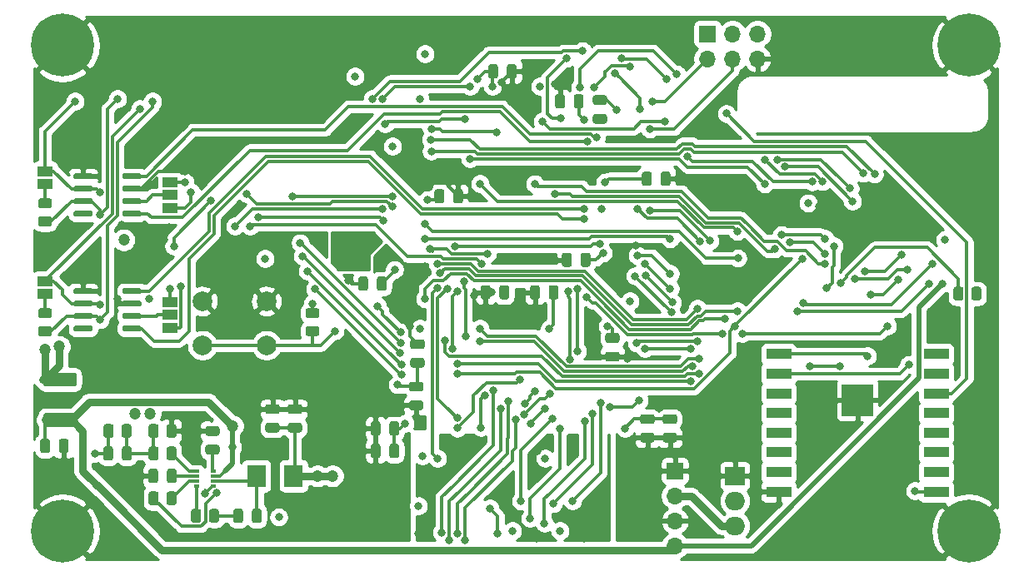
<source format=gbl>
G04 #@! TF.GenerationSoftware,KiCad,Pcbnew,(5.1.8)-1*
G04 #@! TF.CreationDate,2022-07-24T23:30:39+02:00*
G04 #@! TF.ProjectId,Dashboard,44617368-626f-4617-9264-2e6b69636164,rev?*
G04 #@! TF.SameCoordinates,Original*
G04 #@! TF.FileFunction,Copper,L4,Bot*
G04 #@! TF.FilePolarity,Positive*
%FSLAX46Y46*%
G04 Gerber Fmt 4.6, Leading zero omitted, Abs format (unit mm)*
G04 Created by KiCad (PCBNEW (5.1.8)-1) date 2022-07-24 23:30:39*
%MOMM*%
%LPD*%
G01*
G04 APERTURE LIST*
G04 #@! TA.AperFunction,ComponentPad*
%ADD10C,0.800000*%
G04 #@! TD*
G04 #@! TA.AperFunction,ComponentPad*
%ADD11C,6.400000*%
G04 #@! TD*
G04 #@! TA.AperFunction,SMDPad,CuDef*
%ADD12R,2.600000X1.100000*%
G04 #@! TD*
G04 #@! TA.AperFunction,SMDPad,CuDef*
%ADD13R,3.200000X3.200000*%
G04 #@! TD*
G04 #@! TA.AperFunction,SMDPad,CuDef*
%ADD14R,0.475000X0.300000*%
G04 #@! TD*
G04 #@! TA.AperFunction,SMDPad,CuDef*
%ADD15R,1.854500X2.286000*%
G04 #@! TD*
G04 #@! TA.AperFunction,SMDPad,CuDef*
%ADD16R,1.500000X1.000000*%
G04 #@! TD*
G04 #@! TA.AperFunction,ComponentPad*
%ADD17O,2.000000X1.905000*%
G04 #@! TD*
G04 #@! TA.AperFunction,ComponentPad*
%ADD18R,2.000000X1.905000*%
G04 #@! TD*
G04 #@! TA.AperFunction,ComponentPad*
%ADD19R,1.700000X1.700000*%
G04 #@! TD*
G04 #@! TA.AperFunction,ComponentPad*
%ADD20O,1.700000X1.700000*%
G04 #@! TD*
G04 #@! TA.AperFunction,ComponentPad*
%ADD21C,2.000000*%
G04 #@! TD*
G04 #@! TA.AperFunction,ViaPad*
%ADD22C,0.800000*%
G04 #@! TD*
G04 #@! TA.AperFunction,ViaPad*
%ADD23C,1.200000*%
G04 #@! TD*
G04 #@! TA.AperFunction,Conductor*
%ADD24C,0.300000*%
G04 #@! TD*
G04 #@! TA.AperFunction,Conductor*
%ADD25C,0.750000*%
G04 #@! TD*
G04 #@! TA.AperFunction,Conductor*
%ADD26C,0.500000*%
G04 #@! TD*
G04 #@! TA.AperFunction,Conductor*
%ADD27C,0.254000*%
G04 #@! TD*
G04 #@! TA.AperFunction,Conductor*
%ADD28C,0.100000*%
G04 #@! TD*
G04 APERTURE END LIST*
D10*
X90597056Y-125302944D03*
X88900000Y-124600000D03*
X87202944Y-125302944D03*
X86500000Y-127000000D03*
X87202944Y-128697056D03*
X88900000Y-129400000D03*
X90597056Y-128697056D03*
X91300000Y-127000000D03*
D11*
X88900000Y-127000000D03*
D10*
X182672056Y-125302944D03*
X180975000Y-124600000D03*
X179277944Y-125302944D03*
X178575000Y-127000000D03*
X179277944Y-128697056D03*
X180975000Y-129400000D03*
X182672056Y-128697056D03*
X183375000Y-127000000D03*
D11*
X180975000Y-127000000D03*
D10*
X182672056Y-75899944D03*
X180975000Y-75197000D03*
X179277944Y-75899944D03*
X178575000Y-77597000D03*
X179277944Y-79294056D03*
X180975000Y-79997000D03*
X182672056Y-79294056D03*
X183375000Y-77597000D03*
D11*
X180975000Y-77597000D03*
D10*
X90597056Y-75899944D03*
X88900000Y-75197000D03*
X87202944Y-75899944D03*
X86500000Y-77597000D03*
X87202944Y-79294056D03*
X88900000Y-79997000D03*
X90597056Y-79294056D03*
X91300000Y-77597000D03*
D11*
X88900000Y-77597000D03*
D12*
X177672000Y-109022000D03*
X177672000Y-111022000D03*
X177672000Y-113022000D03*
X177672000Y-115022000D03*
X177672000Y-117022000D03*
X177672000Y-119022000D03*
X177672000Y-121022000D03*
X177672000Y-123022000D03*
X161672000Y-123022000D03*
X161672000Y-121022000D03*
X161672000Y-119022000D03*
X161672000Y-117022000D03*
X161672000Y-115022000D03*
X161672000Y-113022000D03*
X161672000Y-111022000D03*
X161672000Y-109022000D03*
D13*
X169672000Y-113722000D03*
G04 #@! TA.AperFunction,SMDPad,CuDef*
G36*
G01*
X90096001Y-112315000D02*
X87195999Y-112315000D01*
G75*
G02*
X86946000Y-112065001I0J249999D01*
G01*
X86946000Y-111164999D01*
G75*
G02*
X87195999Y-110915000I249999J0D01*
G01*
X90096001Y-110915000D01*
G75*
G02*
X90346000Y-111164999I0J-249999D01*
G01*
X90346000Y-112065001D01*
G75*
G02*
X90096001Y-112315000I-249999J0D01*
G01*
G37*
G04 #@! TD.AperFunction*
G04 #@! TA.AperFunction,SMDPad,CuDef*
G36*
G01*
X90096001Y-116415000D02*
X87195999Y-116415000D01*
G75*
G02*
X86946000Y-116165001I0J249999D01*
G01*
X86946000Y-115264999D01*
G75*
G02*
X87195999Y-115015000I249999J0D01*
G01*
X90096001Y-115015000D01*
G75*
G02*
X90346000Y-115264999I0J-249999D01*
G01*
X90346000Y-116165001D01*
G75*
G02*
X90096001Y-116415000I-249999J0D01*
G01*
G37*
G04 #@! TD.AperFunction*
G04 #@! TA.AperFunction,SMDPad,CuDef*
G36*
G01*
X113849999Y-106167500D02*
X114750001Y-106167500D01*
G75*
G02*
X115000000Y-106417499I0J-249999D01*
G01*
X115000000Y-106942501D01*
G75*
G02*
X114750001Y-107192500I-249999J0D01*
G01*
X113849999Y-107192500D01*
G75*
G02*
X113600000Y-106942501I0J249999D01*
G01*
X113600000Y-106417499D01*
G75*
G02*
X113849999Y-106167500I249999J0D01*
G01*
G37*
G04 #@! TD.AperFunction*
G04 #@! TA.AperFunction,SMDPad,CuDef*
G36*
G01*
X113849999Y-104342500D02*
X114750001Y-104342500D01*
G75*
G02*
X115000000Y-104592499I0J-249999D01*
G01*
X115000000Y-105117501D01*
G75*
G02*
X114750001Y-105367500I-249999J0D01*
G01*
X113849999Y-105367500D01*
G75*
G02*
X113600000Y-105117501I0J249999D01*
G01*
X113600000Y-104592499D01*
G75*
G02*
X113849999Y-104342500I249999J0D01*
G01*
G37*
G04 #@! TD.AperFunction*
G04 #@! TA.AperFunction,SMDPad,CuDef*
G36*
G01*
X147861000Y-117036000D02*
X148811000Y-117036000D01*
G75*
G02*
X149061000Y-117286000I0J-250000D01*
G01*
X149061000Y-117786000D01*
G75*
G02*
X148811000Y-118036000I-250000J0D01*
G01*
X147861000Y-118036000D01*
G75*
G02*
X147611000Y-117786000I0J250000D01*
G01*
X147611000Y-117286000D01*
G75*
G02*
X147861000Y-117036000I250000J0D01*
G01*
G37*
G04 #@! TD.AperFunction*
G04 #@! TA.AperFunction,SMDPad,CuDef*
G36*
G01*
X147861000Y-115136000D02*
X148811000Y-115136000D01*
G75*
G02*
X149061000Y-115386000I0J-250000D01*
G01*
X149061000Y-115886000D01*
G75*
G02*
X148811000Y-116136000I-250000J0D01*
G01*
X147861000Y-116136000D01*
G75*
G02*
X147611000Y-115886000I0J250000D01*
G01*
X147611000Y-115386000D01*
G75*
G02*
X147861000Y-115136000I250000J0D01*
G01*
G37*
G04 #@! TD.AperFunction*
G04 #@! TA.AperFunction,SMDPad,CuDef*
G36*
G01*
X121216000Y-118397000D02*
X121216000Y-119347000D01*
G75*
G02*
X120966000Y-119597000I-250000J0D01*
G01*
X120466000Y-119597000D01*
G75*
G02*
X120216000Y-119347000I0J250000D01*
G01*
X120216000Y-118397000D01*
G75*
G02*
X120466000Y-118147000I250000J0D01*
G01*
X120966000Y-118147000D01*
G75*
G02*
X121216000Y-118397000I0J-250000D01*
G01*
G37*
G04 #@! TD.AperFunction*
G04 #@! TA.AperFunction,SMDPad,CuDef*
G36*
G01*
X123116000Y-118397000D02*
X123116000Y-119347000D01*
G75*
G02*
X122866000Y-119597000I-250000J0D01*
G01*
X122366000Y-119597000D01*
G75*
G02*
X122116000Y-119347000I0J250000D01*
G01*
X122116000Y-118397000D01*
G75*
G02*
X122366000Y-118147000I250000J0D01*
G01*
X122866000Y-118147000D01*
G75*
G02*
X123116000Y-118397000I0J-250000D01*
G01*
G37*
G04 #@! TD.AperFunction*
G04 #@! TA.AperFunction,SMDPad,CuDef*
G36*
G01*
X150147000Y-117036000D02*
X151097000Y-117036000D01*
G75*
G02*
X151347000Y-117286000I0J-250000D01*
G01*
X151347000Y-117786000D01*
G75*
G02*
X151097000Y-118036000I-250000J0D01*
G01*
X150147000Y-118036000D01*
G75*
G02*
X149897000Y-117786000I0J250000D01*
G01*
X149897000Y-117286000D01*
G75*
G02*
X150147000Y-117036000I250000J0D01*
G01*
G37*
G04 #@! TD.AperFunction*
G04 #@! TA.AperFunction,SMDPad,CuDef*
G36*
G01*
X150147000Y-115136000D02*
X151097000Y-115136000D01*
G75*
G02*
X151347000Y-115386000I0J-250000D01*
G01*
X151347000Y-115886000D01*
G75*
G02*
X151097000Y-116136000I-250000J0D01*
G01*
X150147000Y-116136000D01*
G75*
G02*
X149897000Y-115886000I0J250000D01*
G01*
X149897000Y-115386000D01*
G75*
G02*
X150147000Y-115136000I250000J0D01*
G01*
G37*
G04 #@! TD.AperFunction*
G04 #@! TA.AperFunction,SMDPad,CuDef*
G36*
G01*
X121216000Y-116111000D02*
X121216000Y-117061000D01*
G75*
G02*
X120966000Y-117311000I-250000J0D01*
G01*
X120466000Y-117311000D01*
G75*
G02*
X120216000Y-117061000I0J250000D01*
G01*
X120216000Y-116111000D01*
G75*
G02*
X120466000Y-115861000I250000J0D01*
G01*
X120966000Y-115861000D01*
G75*
G02*
X121216000Y-116111000I0J-250000D01*
G01*
G37*
G04 #@! TD.AperFunction*
G04 #@! TA.AperFunction,SMDPad,CuDef*
G36*
G01*
X123116000Y-116111000D02*
X123116000Y-117061000D01*
G75*
G02*
X122866000Y-117311000I-250000J0D01*
G01*
X122366000Y-117311000D01*
G75*
G02*
X122116000Y-117061000I0J250000D01*
G01*
X122116000Y-116111000D01*
G75*
G02*
X122366000Y-115861000I250000J0D01*
G01*
X122866000Y-115861000D01*
G75*
G02*
X123116000Y-116111000I0J-250000D01*
G01*
G37*
G04 #@! TD.AperFunction*
G04 #@! TA.AperFunction,SMDPad,CuDef*
G36*
G01*
X139951000Y-82837000D02*
X139951000Y-83787000D01*
G75*
G02*
X139701000Y-84037000I-250000J0D01*
G01*
X139201000Y-84037000D01*
G75*
G02*
X138951000Y-83787000I0J250000D01*
G01*
X138951000Y-82837000D01*
G75*
G02*
X139201000Y-82587000I250000J0D01*
G01*
X139701000Y-82587000D01*
G75*
G02*
X139951000Y-82837000I0J-250000D01*
G01*
G37*
G04 #@! TD.AperFunction*
G04 #@! TA.AperFunction,SMDPad,CuDef*
G36*
G01*
X141851000Y-82837000D02*
X141851000Y-83787000D01*
G75*
G02*
X141601000Y-84037000I-250000J0D01*
G01*
X141101000Y-84037000D01*
G75*
G02*
X140851000Y-83787000I0J250000D01*
G01*
X140851000Y-82837000D01*
G75*
G02*
X141101000Y-82587000I250000J0D01*
G01*
X141601000Y-82587000D01*
G75*
G02*
X141851000Y-82837000I0J-250000D01*
G01*
G37*
G04 #@! TD.AperFunction*
G04 #@! TA.AperFunction,SMDPad,CuDef*
G36*
G01*
X88527000Y-118839000D02*
X88527000Y-117889000D01*
G75*
G02*
X88777000Y-117639000I250000J0D01*
G01*
X89277000Y-117639000D01*
G75*
G02*
X89527000Y-117889000I0J-250000D01*
G01*
X89527000Y-118839000D01*
G75*
G02*
X89277000Y-119089000I-250000J0D01*
G01*
X88777000Y-119089000D01*
G75*
G02*
X88527000Y-118839000I0J250000D01*
G01*
G37*
G04 #@! TD.AperFunction*
G04 #@! TA.AperFunction,SMDPad,CuDef*
G36*
G01*
X86627000Y-118839000D02*
X86627000Y-117889000D01*
G75*
G02*
X86877000Y-117639000I250000J0D01*
G01*
X87377000Y-117639000D01*
G75*
G02*
X87627000Y-117889000I0J-250000D01*
G01*
X87627000Y-118839000D01*
G75*
G02*
X87377000Y-119089000I-250000J0D01*
G01*
X86877000Y-119089000D01*
G75*
G02*
X86627000Y-118839000I0J250000D01*
G01*
G37*
G04 #@! TD.AperFunction*
G04 #@! TA.AperFunction,SMDPad,CuDef*
G36*
G01*
X144305000Y-108781000D02*
X145255000Y-108781000D01*
G75*
G02*
X145505000Y-109031000I0J-250000D01*
G01*
X145505000Y-109531000D01*
G75*
G02*
X145255000Y-109781000I-250000J0D01*
G01*
X144305000Y-109781000D01*
G75*
G02*
X144055000Y-109531000I0J250000D01*
G01*
X144055000Y-109031000D01*
G75*
G02*
X144305000Y-108781000I250000J0D01*
G01*
G37*
G04 #@! TD.AperFunction*
G04 #@! TA.AperFunction,SMDPad,CuDef*
G36*
G01*
X144305000Y-106881000D02*
X145255000Y-106881000D01*
G75*
G02*
X145505000Y-107131000I0J-250000D01*
G01*
X145505000Y-107631000D01*
G75*
G02*
X145255000Y-107881000I-250000J0D01*
G01*
X144305000Y-107881000D01*
G75*
G02*
X144055000Y-107631000I0J250000D01*
G01*
X144055000Y-107131000D01*
G75*
G02*
X144305000Y-106881000I250000J0D01*
G01*
G37*
G04 #@! TD.AperFunction*
G04 #@! TA.AperFunction,SMDPad,CuDef*
G36*
G01*
X124366000Y-113734000D02*
X125316000Y-113734000D01*
G75*
G02*
X125566000Y-113984000I0J-250000D01*
G01*
X125566000Y-114484000D01*
G75*
G02*
X125316000Y-114734000I-250000J0D01*
G01*
X124366000Y-114734000D01*
G75*
G02*
X124116000Y-114484000I0J250000D01*
G01*
X124116000Y-113984000D01*
G75*
G02*
X124366000Y-113734000I250000J0D01*
G01*
G37*
G04 #@! TD.AperFunction*
G04 #@! TA.AperFunction,SMDPad,CuDef*
G36*
G01*
X124366000Y-111834000D02*
X125316000Y-111834000D01*
G75*
G02*
X125566000Y-112084000I0J-250000D01*
G01*
X125566000Y-112584000D01*
G75*
G02*
X125316000Y-112834000I-250000J0D01*
G01*
X124366000Y-112834000D01*
G75*
G02*
X124116000Y-112584000I0J250000D01*
G01*
X124116000Y-112084000D01*
G75*
G02*
X124366000Y-111834000I250000J0D01*
G01*
G37*
G04 #@! TD.AperFunction*
G04 #@! TA.AperFunction,SMDPad,CuDef*
G36*
G01*
X149675000Y-91661000D02*
X149675000Y-90711000D01*
G75*
G02*
X149925000Y-90461000I250000J0D01*
G01*
X150425000Y-90461000D01*
G75*
G02*
X150675000Y-90711000I0J-250000D01*
G01*
X150675000Y-91661000D01*
G75*
G02*
X150425000Y-91911000I-250000J0D01*
G01*
X149925000Y-91911000D01*
G75*
G02*
X149675000Y-91661000I0J250000D01*
G01*
G37*
G04 #@! TD.AperFunction*
G04 #@! TA.AperFunction,SMDPad,CuDef*
G36*
G01*
X147775000Y-91661000D02*
X147775000Y-90711000D01*
G75*
G02*
X148025000Y-90461000I250000J0D01*
G01*
X148525000Y-90461000D01*
G75*
G02*
X148775000Y-90711000I0J-250000D01*
G01*
X148775000Y-91661000D01*
G75*
G02*
X148525000Y-91911000I-250000J0D01*
G01*
X148025000Y-91911000D01*
G75*
G02*
X147775000Y-91661000I0J250000D01*
G01*
G37*
G04 #@! TD.AperFunction*
G04 #@! TA.AperFunction,SMDPad,CuDef*
G36*
G01*
X125443000Y-108516000D02*
X124493000Y-108516000D01*
G75*
G02*
X124243000Y-108266000I0J250000D01*
G01*
X124243000Y-107766000D01*
G75*
G02*
X124493000Y-107516000I250000J0D01*
G01*
X125443000Y-107516000D01*
G75*
G02*
X125693000Y-107766000I0J-250000D01*
G01*
X125693000Y-108266000D01*
G75*
G02*
X125443000Y-108516000I-250000J0D01*
G01*
G37*
G04 #@! TD.AperFunction*
G04 #@! TA.AperFunction,SMDPad,CuDef*
G36*
G01*
X125443000Y-110416000D02*
X124493000Y-110416000D01*
G75*
G02*
X124243000Y-110166000I0J250000D01*
G01*
X124243000Y-109666000D01*
G75*
G02*
X124493000Y-109416000I250000J0D01*
G01*
X125443000Y-109416000D01*
G75*
G02*
X125693000Y-109666000I0J-250000D01*
G01*
X125693000Y-110166000D01*
G75*
G02*
X125443000Y-110416000I-250000J0D01*
G01*
G37*
G04 #@! TD.AperFunction*
G04 #@! TA.AperFunction,SMDPad,CuDef*
G36*
G01*
X140647000Y-98966000D02*
X140647000Y-99916000D01*
G75*
G02*
X140397000Y-100166000I-250000J0D01*
G01*
X139897000Y-100166000D01*
G75*
G02*
X139647000Y-99916000I0J250000D01*
G01*
X139647000Y-98966000D01*
G75*
G02*
X139897000Y-98716000I250000J0D01*
G01*
X140397000Y-98716000D01*
G75*
G02*
X140647000Y-98966000I0J-250000D01*
G01*
G37*
G04 #@! TD.AperFunction*
G04 #@! TA.AperFunction,SMDPad,CuDef*
G36*
G01*
X142547000Y-98966000D02*
X142547000Y-99916000D01*
G75*
G02*
X142297000Y-100166000I-250000J0D01*
G01*
X141797000Y-100166000D01*
G75*
G02*
X141547000Y-99916000I0J250000D01*
G01*
X141547000Y-98966000D01*
G75*
G02*
X141797000Y-98716000I250000J0D01*
G01*
X142297000Y-98716000D01*
G75*
G02*
X142547000Y-98966000I0J-250000D01*
G01*
G37*
G04 #@! TD.AperFunction*
G04 #@! TA.AperFunction,SMDPad,CuDef*
G36*
G01*
X143035000Y-84585000D02*
X143985000Y-84585000D01*
G75*
G02*
X144235000Y-84835000I0J-250000D01*
G01*
X144235000Y-85335000D01*
G75*
G02*
X143985000Y-85585000I-250000J0D01*
G01*
X143035000Y-85585000D01*
G75*
G02*
X142785000Y-85335000I0J250000D01*
G01*
X142785000Y-84835000D01*
G75*
G02*
X143035000Y-84585000I250000J0D01*
G01*
G37*
G04 #@! TD.AperFunction*
G04 #@! TA.AperFunction,SMDPad,CuDef*
G36*
G01*
X143035000Y-82685000D02*
X143985000Y-82685000D01*
G75*
G02*
X144235000Y-82935000I0J-250000D01*
G01*
X144235000Y-83435000D01*
G75*
G02*
X143985000Y-83685000I-250000J0D01*
G01*
X143035000Y-83685000D01*
G75*
G02*
X142785000Y-83435000I0J250000D01*
G01*
X142785000Y-82935000D01*
G75*
G02*
X143035000Y-82685000I250000J0D01*
G01*
G37*
G04 #@! TD.AperFunction*
G04 #@! TA.AperFunction,SMDPad,CuDef*
G36*
G01*
X128593000Y-93439000D02*
X128593000Y-92489000D01*
G75*
G02*
X128843000Y-92239000I250000J0D01*
G01*
X129343000Y-92239000D01*
G75*
G02*
X129593000Y-92489000I0J-250000D01*
G01*
X129593000Y-93439000D01*
G75*
G02*
X129343000Y-93689000I-250000J0D01*
G01*
X128843000Y-93689000D01*
G75*
G02*
X128593000Y-93439000I0J250000D01*
G01*
G37*
G04 #@! TD.AperFunction*
G04 #@! TA.AperFunction,SMDPad,CuDef*
G36*
G01*
X126693000Y-93439000D02*
X126693000Y-92489000D01*
G75*
G02*
X126943000Y-92239000I250000J0D01*
G01*
X127443000Y-92239000D01*
G75*
G02*
X127693000Y-92489000I0J-250000D01*
G01*
X127693000Y-93439000D01*
G75*
G02*
X127443000Y-93689000I-250000J0D01*
G01*
X126943000Y-93689000D01*
G75*
G02*
X126693000Y-93439000I0J250000D01*
G01*
G37*
G04 #@! TD.AperFunction*
G04 #@! TA.AperFunction,SMDPad,CuDef*
G36*
G01*
X132392000Y-102268000D02*
X132392000Y-103218000D01*
G75*
G02*
X132142000Y-103468000I-250000J0D01*
G01*
X131642000Y-103468000D01*
G75*
G02*
X131392000Y-103218000I0J250000D01*
G01*
X131392000Y-102268000D01*
G75*
G02*
X131642000Y-102018000I250000J0D01*
G01*
X132142000Y-102018000D01*
G75*
G02*
X132392000Y-102268000I0J-250000D01*
G01*
G37*
G04 #@! TD.AperFunction*
G04 #@! TA.AperFunction,SMDPad,CuDef*
G36*
G01*
X134292000Y-102268000D02*
X134292000Y-103218000D01*
G75*
G02*
X134042000Y-103468000I-250000J0D01*
G01*
X133542000Y-103468000D01*
G75*
G02*
X133292000Y-103218000I0J250000D01*
G01*
X133292000Y-102268000D01*
G75*
G02*
X133542000Y-102018000I250000J0D01*
G01*
X134042000Y-102018000D01*
G75*
G02*
X134292000Y-102268000I0J-250000D01*
G01*
G37*
G04 #@! TD.AperFunction*
G04 #@! TA.AperFunction,SMDPad,CuDef*
G36*
G01*
X119946000Y-101379000D02*
X119946000Y-102329000D01*
G75*
G02*
X119696000Y-102579000I-250000J0D01*
G01*
X119196000Y-102579000D01*
G75*
G02*
X118946000Y-102329000I0J250000D01*
G01*
X118946000Y-101379000D01*
G75*
G02*
X119196000Y-101129000I250000J0D01*
G01*
X119696000Y-101129000D01*
G75*
G02*
X119946000Y-101379000I0J-250000D01*
G01*
G37*
G04 #@! TD.AperFunction*
G04 #@! TA.AperFunction,SMDPad,CuDef*
G36*
G01*
X121846000Y-101379000D02*
X121846000Y-102329000D01*
G75*
G02*
X121596000Y-102579000I-250000J0D01*
G01*
X121096000Y-102579000D01*
G75*
G02*
X120846000Y-102329000I0J250000D01*
G01*
X120846000Y-101379000D01*
G75*
G02*
X121096000Y-101129000I250000J0D01*
G01*
X121596000Y-101129000D01*
G75*
G02*
X121846000Y-101379000I0J-250000D01*
G01*
G37*
G04 #@! TD.AperFunction*
G04 #@! TA.AperFunction,SMDPad,CuDef*
G36*
G01*
X134054000Y-80739000D02*
X134054000Y-79789000D01*
G75*
G02*
X134304000Y-79539000I250000J0D01*
G01*
X134804000Y-79539000D01*
G75*
G02*
X135054000Y-79789000I0J-250000D01*
G01*
X135054000Y-80739000D01*
G75*
G02*
X134804000Y-80989000I-250000J0D01*
G01*
X134304000Y-80989000D01*
G75*
G02*
X134054000Y-80739000I0J250000D01*
G01*
G37*
G04 #@! TD.AperFunction*
G04 #@! TA.AperFunction,SMDPad,CuDef*
G36*
G01*
X132154000Y-80739000D02*
X132154000Y-79789000D01*
G75*
G02*
X132404000Y-79539000I250000J0D01*
G01*
X132904000Y-79539000D01*
G75*
G02*
X133154000Y-79789000I0J-250000D01*
G01*
X133154000Y-80739000D01*
G75*
G02*
X132904000Y-80989000I-250000J0D01*
G01*
X132404000Y-80989000D01*
G75*
G02*
X132154000Y-80739000I0J250000D01*
G01*
G37*
G04 #@! TD.AperFunction*
G04 #@! TA.AperFunction,SMDPad,CuDef*
G36*
G01*
X137406000Y-102268000D02*
X137406000Y-103218000D01*
G75*
G02*
X137156000Y-103468000I-250000J0D01*
G01*
X136656000Y-103468000D01*
G75*
G02*
X136406000Y-103218000I0J250000D01*
G01*
X136406000Y-102268000D01*
G75*
G02*
X136656000Y-102018000I250000J0D01*
G01*
X137156000Y-102018000D01*
G75*
G02*
X137406000Y-102268000I0J-250000D01*
G01*
G37*
G04 #@! TD.AperFunction*
G04 #@! TA.AperFunction,SMDPad,CuDef*
G36*
G01*
X139306000Y-102268000D02*
X139306000Y-103218000D01*
G75*
G02*
X139056000Y-103468000I-250000J0D01*
G01*
X138556000Y-103468000D01*
G75*
G02*
X138306000Y-103218000I0J250000D01*
G01*
X138306000Y-102268000D01*
G75*
G02*
X138556000Y-102018000I250000J0D01*
G01*
X139056000Y-102018000D01*
G75*
G02*
X139306000Y-102268000I0J-250000D01*
G01*
G37*
G04 #@! TD.AperFunction*
D14*
X102540000Y-120916000D03*
X102540000Y-121416000D03*
X102540000Y-121916000D03*
X102540000Y-122416000D03*
X104216000Y-122416000D03*
X104216000Y-121916000D03*
X104216000Y-121416000D03*
X104216000Y-120916000D03*
G04 #@! TA.AperFunction,SMDPad,CuDef*
G36*
G01*
X94088000Y-116389999D02*
X94088000Y-117290001D01*
G75*
G02*
X93838001Y-117540000I-249999J0D01*
G01*
X93312999Y-117540000D01*
G75*
G02*
X93063000Y-117290001I0J249999D01*
G01*
X93063000Y-116389999D01*
G75*
G02*
X93312999Y-116140000I249999J0D01*
G01*
X93838001Y-116140000D01*
G75*
G02*
X94088000Y-116389999I0J-249999D01*
G01*
G37*
G04 #@! TD.AperFunction*
G04 #@! TA.AperFunction,SMDPad,CuDef*
G36*
G01*
X95913000Y-116389999D02*
X95913000Y-117290001D01*
G75*
G02*
X95663001Y-117540000I-249999J0D01*
G01*
X95137999Y-117540000D01*
G75*
G02*
X94888000Y-117290001I0J249999D01*
G01*
X94888000Y-116389999D01*
G75*
G02*
X95137999Y-116140000I249999J0D01*
G01*
X95663001Y-116140000D01*
G75*
G02*
X95913000Y-116389999I0J-249999D01*
G01*
G37*
G04 #@! TD.AperFunction*
G04 #@! TA.AperFunction,SMDPad,CuDef*
G36*
G01*
X99460000Y-117290001D02*
X99460000Y-116389999D01*
G75*
G02*
X99709999Y-116140000I249999J0D01*
G01*
X100235001Y-116140000D01*
G75*
G02*
X100485000Y-116389999I0J-249999D01*
G01*
X100485000Y-117290001D01*
G75*
G02*
X100235001Y-117540000I-249999J0D01*
G01*
X99709999Y-117540000D01*
G75*
G02*
X99460000Y-117290001I0J249999D01*
G01*
G37*
G04 #@! TD.AperFunction*
G04 #@! TA.AperFunction,SMDPad,CuDef*
G36*
G01*
X97635000Y-117290001D02*
X97635000Y-116389999D01*
G75*
G02*
X97884999Y-116140000I249999J0D01*
G01*
X98410001Y-116140000D01*
G75*
G02*
X98660000Y-116389999I0J-249999D01*
G01*
X98660000Y-117290001D01*
G75*
G02*
X98410001Y-117540000I-249999J0D01*
G01*
X97884999Y-117540000D01*
G75*
G02*
X97635000Y-117290001I0J249999D01*
G01*
G37*
G04 #@! TD.AperFunction*
G04 #@! TA.AperFunction,SMDPad,CuDef*
G36*
G01*
X99460000Y-119576001D02*
X99460000Y-118675999D01*
G75*
G02*
X99709999Y-118426000I249999J0D01*
G01*
X100235001Y-118426000D01*
G75*
G02*
X100485000Y-118675999I0J-249999D01*
G01*
X100485000Y-119576001D01*
G75*
G02*
X100235001Y-119826000I-249999J0D01*
G01*
X99709999Y-119826000D01*
G75*
G02*
X99460000Y-119576001I0J249999D01*
G01*
G37*
G04 #@! TD.AperFunction*
G04 #@! TA.AperFunction,SMDPad,CuDef*
G36*
G01*
X97635000Y-119576001D02*
X97635000Y-118675999D01*
G75*
G02*
X97884999Y-118426000I249999J0D01*
G01*
X98410001Y-118426000D01*
G75*
G02*
X98660000Y-118675999I0J-249999D01*
G01*
X98660000Y-119576001D01*
G75*
G02*
X98410001Y-119826000I-249999J0D01*
G01*
X97884999Y-119826000D01*
G75*
G02*
X97635000Y-119576001I0J249999D01*
G01*
G37*
G04 #@! TD.AperFunction*
G04 #@! TA.AperFunction,SMDPad,CuDef*
G36*
G01*
X102978000Y-125025999D02*
X102978000Y-125926001D01*
G75*
G02*
X102728001Y-126176000I-249999J0D01*
G01*
X102202999Y-126176000D01*
G75*
G02*
X101953000Y-125926001I0J249999D01*
G01*
X101953000Y-125025999D01*
G75*
G02*
X102202999Y-124776000I249999J0D01*
G01*
X102728001Y-124776000D01*
G75*
G02*
X102978000Y-125025999I0J-249999D01*
G01*
G37*
G04 #@! TD.AperFunction*
G04 #@! TA.AperFunction,SMDPad,CuDef*
G36*
G01*
X104803000Y-125025999D02*
X104803000Y-125926001D01*
G75*
G02*
X104553001Y-126176000I-249999J0D01*
G01*
X104027999Y-126176000D01*
G75*
G02*
X103778000Y-125926001I0J249999D01*
G01*
X103778000Y-125025999D01*
G75*
G02*
X104027999Y-124776000I249999J0D01*
G01*
X104553001Y-124776000D01*
G75*
G02*
X104803000Y-125025999I0J-249999D01*
G01*
G37*
G04 #@! TD.AperFunction*
G04 #@! TA.AperFunction,SMDPad,CuDef*
G36*
G01*
X99460000Y-124148001D02*
X99460000Y-123247999D01*
G75*
G02*
X99709999Y-122998000I249999J0D01*
G01*
X100235001Y-122998000D01*
G75*
G02*
X100485000Y-123247999I0J-249999D01*
G01*
X100485000Y-124148001D01*
G75*
G02*
X100235001Y-124398000I-249999J0D01*
G01*
X99709999Y-124398000D01*
G75*
G02*
X99460000Y-124148001I0J249999D01*
G01*
G37*
G04 #@! TD.AperFunction*
G04 #@! TA.AperFunction,SMDPad,CuDef*
G36*
G01*
X97635000Y-124148001D02*
X97635000Y-123247999D01*
G75*
G02*
X97884999Y-122998000I249999J0D01*
G01*
X98410001Y-122998000D01*
G75*
G02*
X98660000Y-123247999I0J-249999D01*
G01*
X98660000Y-124148001D01*
G75*
G02*
X98410001Y-124398000I-249999J0D01*
G01*
X97884999Y-124398000D01*
G75*
G02*
X97635000Y-124148001I0J249999D01*
G01*
G37*
G04 #@! TD.AperFunction*
D15*
X112382250Y-121412000D03*
X108597750Y-121412000D03*
G04 #@! TA.AperFunction,SMDPad,CuDef*
G36*
G01*
X109761000Y-116020000D02*
X110711000Y-116020000D01*
G75*
G02*
X110961000Y-116270000I0J-250000D01*
G01*
X110961000Y-116770000D01*
G75*
G02*
X110711000Y-117020000I-250000J0D01*
G01*
X109761000Y-117020000D01*
G75*
G02*
X109511000Y-116770000I0J250000D01*
G01*
X109511000Y-116270000D01*
G75*
G02*
X109761000Y-116020000I250000J0D01*
G01*
G37*
G04 #@! TD.AperFunction*
G04 #@! TA.AperFunction,SMDPad,CuDef*
G36*
G01*
X109761000Y-114120000D02*
X110711000Y-114120000D01*
G75*
G02*
X110961000Y-114370000I0J-250000D01*
G01*
X110961000Y-114870000D01*
G75*
G02*
X110711000Y-115120000I-250000J0D01*
G01*
X109761000Y-115120000D01*
G75*
G02*
X109511000Y-114870000I0J250000D01*
G01*
X109511000Y-114370000D01*
G75*
G02*
X109761000Y-114120000I250000J0D01*
G01*
G37*
G04 #@! TD.AperFunction*
G04 #@! TA.AperFunction,SMDPad,CuDef*
G36*
G01*
X112047000Y-116020000D02*
X112997000Y-116020000D01*
G75*
G02*
X113247000Y-116270000I0J-250000D01*
G01*
X113247000Y-116770000D01*
G75*
G02*
X112997000Y-117020000I-250000J0D01*
G01*
X112047000Y-117020000D01*
G75*
G02*
X111797000Y-116770000I0J250000D01*
G01*
X111797000Y-116270000D01*
G75*
G02*
X112047000Y-116020000I250000J0D01*
G01*
G37*
G04 #@! TD.AperFunction*
G04 #@! TA.AperFunction,SMDPad,CuDef*
G36*
G01*
X112047000Y-114120000D02*
X112997000Y-114120000D01*
G75*
G02*
X113247000Y-114370000I0J-250000D01*
G01*
X113247000Y-114870000D01*
G75*
G02*
X112997000Y-115120000I-250000J0D01*
G01*
X112047000Y-115120000D01*
G75*
G02*
X111797000Y-114870000I0J250000D01*
G01*
X111797000Y-114370000D01*
G75*
G02*
X112047000Y-114120000I250000J0D01*
G01*
G37*
G04 #@! TD.AperFunction*
G04 #@! TA.AperFunction,SMDPad,CuDef*
G36*
G01*
X94038000Y-118651000D02*
X94038000Y-119601000D01*
G75*
G02*
X93788000Y-119851000I-250000J0D01*
G01*
X93288000Y-119851000D01*
G75*
G02*
X93038000Y-119601000I0J250000D01*
G01*
X93038000Y-118651000D01*
G75*
G02*
X93288000Y-118401000I250000J0D01*
G01*
X93788000Y-118401000D01*
G75*
G02*
X94038000Y-118651000I0J-250000D01*
G01*
G37*
G04 #@! TD.AperFunction*
G04 #@! TA.AperFunction,SMDPad,CuDef*
G36*
G01*
X95938000Y-118651000D02*
X95938000Y-119601000D01*
G75*
G02*
X95688000Y-119851000I-250000J0D01*
G01*
X95188000Y-119851000D01*
G75*
G02*
X94938000Y-119601000I0J250000D01*
G01*
X94938000Y-118651000D01*
G75*
G02*
X95188000Y-118401000I250000J0D01*
G01*
X95688000Y-118401000D01*
G75*
G02*
X95938000Y-118651000I0J-250000D01*
G01*
G37*
G04 #@! TD.AperFunction*
G04 #@! TA.AperFunction,SMDPad,CuDef*
G36*
G01*
X108146000Y-125951000D02*
X108146000Y-125001000D01*
G75*
G02*
X108396000Y-124751000I250000J0D01*
G01*
X108896000Y-124751000D01*
G75*
G02*
X109146000Y-125001000I0J-250000D01*
G01*
X109146000Y-125951000D01*
G75*
G02*
X108896000Y-126201000I-250000J0D01*
G01*
X108396000Y-126201000D01*
G75*
G02*
X108146000Y-125951000I0J250000D01*
G01*
G37*
G04 #@! TD.AperFunction*
G04 #@! TA.AperFunction,SMDPad,CuDef*
G36*
G01*
X106246000Y-125951000D02*
X106246000Y-125001000D01*
G75*
G02*
X106496000Y-124751000I250000J0D01*
G01*
X106996000Y-124751000D01*
G75*
G02*
X107246000Y-125001000I0J-250000D01*
G01*
X107246000Y-125951000D01*
G75*
G02*
X106996000Y-126201000I-250000J0D01*
G01*
X106496000Y-126201000D01*
G75*
G02*
X106246000Y-125951000I0J250000D01*
G01*
G37*
G04 #@! TD.AperFunction*
G04 #@! TA.AperFunction,SMDPad,CuDef*
G36*
G01*
X99510000Y-121887000D02*
X99510000Y-120937000D01*
G75*
G02*
X99760000Y-120687000I250000J0D01*
G01*
X100260000Y-120687000D01*
G75*
G02*
X100510000Y-120937000I0J-250000D01*
G01*
X100510000Y-121887000D01*
G75*
G02*
X100260000Y-122137000I-250000J0D01*
G01*
X99760000Y-122137000D01*
G75*
G02*
X99510000Y-121887000I0J250000D01*
G01*
G37*
G04 #@! TD.AperFunction*
G04 #@! TA.AperFunction,SMDPad,CuDef*
G36*
G01*
X97610000Y-121887000D02*
X97610000Y-120937000D01*
G75*
G02*
X97860000Y-120687000I250000J0D01*
G01*
X98360000Y-120687000D01*
G75*
G02*
X98610000Y-120937000I0J-250000D01*
G01*
X98610000Y-121887000D01*
G75*
G02*
X98360000Y-122137000I-250000J0D01*
G01*
X97860000Y-122137000D01*
G75*
G02*
X97610000Y-121887000I0J250000D01*
G01*
G37*
G04 #@! TD.AperFunction*
G04 #@! TA.AperFunction,SMDPad,CuDef*
G36*
G01*
X103665000Y-118240000D02*
X104615000Y-118240000D01*
G75*
G02*
X104865000Y-118490000I0J-250000D01*
G01*
X104865000Y-118990000D01*
G75*
G02*
X104615000Y-119240000I-250000J0D01*
G01*
X103665000Y-119240000D01*
G75*
G02*
X103415000Y-118990000I0J250000D01*
G01*
X103415000Y-118490000D01*
G75*
G02*
X103665000Y-118240000I250000J0D01*
G01*
G37*
G04 #@! TD.AperFunction*
G04 #@! TA.AperFunction,SMDPad,CuDef*
G36*
G01*
X103665000Y-116340000D02*
X104615000Y-116340000D01*
G75*
G02*
X104865000Y-116590000I0J-250000D01*
G01*
X104865000Y-117090000D01*
G75*
G02*
X104615000Y-117340000I-250000J0D01*
G01*
X103665000Y-117340000D01*
G75*
G02*
X103415000Y-117090000I0J250000D01*
G01*
X103415000Y-116590000D01*
G75*
G02*
X103665000Y-116340000I250000J0D01*
G01*
G37*
G04 #@! TD.AperFunction*
D16*
X87122000Y-102885000D03*
X87122000Y-101585000D03*
X87122000Y-91709000D03*
X87122000Y-90409000D03*
G04 #@! TA.AperFunction,SMDPad,CuDef*
G36*
G01*
X91972000Y-102466000D02*
X91972000Y-102766000D01*
G75*
G02*
X91822000Y-102916000I-150000J0D01*
G01*
X90172000Y-102916000D01*
G75*
G02*
X90022000Y-102766000I0J150000D01*
G01*
X90022000Y-102466000D01*
G75*
G02*
X90172000Y-102316000I150000J0D01*
G01*
X91822000Y-102316000D01*
G75*
G02*
X91972000Y-102466000I0J-150000D01*
G01*
G37*
G04 #@! TD.AperFunction*
G04 #@! TA.AperFunction,SMDPad,CuDef*
G36*
G01*
X91972000Y-103736000D02*
X91972000Y-104036000D01*
G75*
G02*
X91822000Y-104186000I-150000J0D01*
G01*
X90172000Y-104186000D01*
G75*
G02*
X90022000Y-104036000I0J150000D01*
G01*
X90022000Y-103736000D01*
G75*
G02*
X90172000Y-103586000I150000J0D01*
G01*
X91822000Y-103586000D01*
G75*
G02*
X91972000Y-103736000I0J-150000D01*
G01*
G37*
G04 #@! TD.AperFunction*
G04 #@! TA.AperFunction,SMDPad,CuDef*
G36*
G01*
X91972000Y-105006000D02*
X91972000Y-105306000D01*
G75*
G02*
X91822000Y-105456000I-150000J0D01*
G01*
X90172000Y-105456000D01*
G75*
G02*
X90022000Y-105306000I0J150000D01*
G01*
X90022000Y-105006000D01*
G75*
G02*
X90172000Y-104856000I150000J0D01*
G01*
X91822000Y-104856000D01*
G75*
G02*
X91972000Y-105006000I0J-150000D01*
G01*
G37*
G04 #@! TD.AperFunction*
G04 #@! TA.AperFunction,SMDPad,CuDef*
G36*
G01*
X91972000Y-106276000D02*
X91972000Y-106576000D01*
G75*
G02*
X91822000Y-106726000I-150000J0D01*
G01*
X90172000Y-106726000D01*
G75*
G02*
X90022000Y-106576000I0J150000D01*
G01*
X90022000Y-106276000D01*
G75*
G02*
X90172000Y-106126000I150000J0D01*
G01*
X91822000Y-106126000D01*
G75*
G02*
X91972000Y-106276000I0J-150000D01*
G01*
G37*
G04 #@! TD.AperFunction*
G04 #@! TA.AperFunction,SMDPad,CuDef*
G36*
G01*
X96922000Y-106276000D02*
X96922000Y-106576000D01*
G75*
G02*
X96772000Y-106726000I-150000J0D01*
G01*
X95122000Y-106726000D01*
G75*
G02*
X94972000Y-106576000I0J150000D01*
G01*
X94972000Y-106276000D01*
G75*
G02*
X95122000Y-106126000I150000J0D01*
G01*
X96772000Y-106126000D01*
G75*
G02*
X96922000Y-106276000I0J-150000D01*
G01*
G37*
G04 #@! TD.AperFunction*
G04 #@! TA.AperFunction,SMDPad,CuDef*
G36*
G01*
X96922000Y-105006000D02*
X96922000Y-105306000D01*
G75*
G02*
X96772000Y-105456000I-150000J0D01*
G01*
X95122000Y-105456000D01*
G75*
G02*
X94972000Y-105306000I0J150000D01*
G01*
X94972000Y-105006000D01*
G75*
G02*
X95122000Y-104856000I150000J0D01*
G01*
X96772000Y-104856000D01*
G75*
G02*
X96922000Y-105006000I0J-150000D01*
G01*
G37*
G04 #@! TD.AperFunction*
G04 #@! TA.AperFunction,SMDPad,CuDef*
G36*
G01*
X96922000Y-103736000D02*
X96922000Y-104036000D01*
G75*
G02*
X96772000Y-104186000I-150000J0D01*
G01*
X95122000Y-104186000D01*
G75*
G02*
X94972000Y-104036000I0J150000D01*
G01*
X94972000Y-103736000D01*
G75*
G02*
X95122000Y-103586000I150000J0D01*
G01*
X96772000Y-103586000D01*
G75*
G02*
X96922000Y-103736000I0J-150000D01*
G01*
G37*
G04 #@! TD.AperFunction*
G04 #@! TA.AperFunction,SMDPad,CuDef*
G36*
G01*
X96922000Y-102466000D02*
X96922000Y-102766000D01*
G75*
G02*
X96772000Y-102916000I-150000J0D01*
G01*
X95122000Y-102916000D01*
G75*
G02*
X94972000Y-102766000I0J150000D01*
G01*
X94972000Y-102466000D01*
G75*
G02*
X95122000Y-102316000I150000J0D01*
G01*
X96772000Y-102316000D01*
G75*
G02*
X96922000Y-102466000I0J-150000D01*
G01*
G37*
G04 #@! TD.AperFunction*
G04 #@! TA.AperFunction,SMDPad,CuDef*
G36*
G01*
X91972000Y-90782000D02*
X91972000Y-91082000D01*
G75*
G02*
X91822000Y-91232000I-150000J0D01*
G01*
X90172000Y-91232000D01*
G75*
G02*
X90022000Y-91082000I0J150000D01*
G01*
X90022000Y-90782000D01*
G75*
G02*
X90172000Y-90632000I150000J0D01*
G01*
X91822000Y-90632000D01*
G75*
G02*
X91972000Y-90782000I0J-150000D01*
G01*
G37*
G04 #@! TD.AperFunction*
G04 #@! TA.AperFunction,SMDPad,CuDef*
G36*
G01*
X91972000Y-92052000D02*
X91972000Y-92352000D01*
G75*
G02*
X91822000Y-92502000I-150000J0D01*
G01*
X90172000Y-92502000D01*
G75*
G02*
X90022000Y-92352000I0J150000D01*
G01*
X90022000Y-92052000D01*
G75*
G02*
X90172000Y-91902000I150000J0D01*
G01*
X91822000Y-91902000D01*
G75*
G02*
X91972000Y-92052000I0J-150000D01*
G01*
G37*
G04 #@! TD.AperFunction*
G04 #@! TA.AperFunction,SMDPad,CuDef*
G36*
G01*
X91972000Y-93322000D02*
X91972000Y-93622000D01*
G75*
G02*
X91822000Y-93772000I-150000J0D01*
G01*
X90172000Y-93772000D01*
G75*
G02*
X90022000Y-93622000I0J150000D01*
G01*
X90022000Y-93322000D01*
G75*
G02*
X90172000Y-93172000I150000J0D01*
G01*
X91822000Y-93172000D01*
G75*
G02*
X91972000Y-93322000I0J-150000D01*
G01*
G37*
G04 #@! TD.AperFunction*
G04 #@! TA.AperFunction,SMDPad,CuDef*
G36*
G01*
X91972000Y-94592000D02*
X91972000Y-94892000D01*
G75*
G02*
X91822000Y-95042000I-150000J0D01*
G01*
X90172000Y-95042000D01*
G75*
G02*
X90022000Y-94892000I0J150000D01*
G01*
X90022000Y-94592000D01*
G75*
G02*
X90172000Y-94442000I150000J0D01*
G01*
X91822000Y-94442000D01*
G75*
G02*
X91972000Y-94592000I0J-150000D01*
G01*
G37*
G04 #@! TD.AperFunction*
G04 #@! TA.AperFunction,SMDPad,CuDef*
G36*
G01*
X96922000Y-94592000D02*
X96922000Y-94892000D01*
G75*
G02*
X96772000Y-95042000I-150000J0D01*
G01*
X95122000Y-95042000D01*
G75*
G02*
X94972000Y-94892000I0J150000D01*
G01*
X94972000Y-94592000D01*
G75*
G02*
X95122000Y-94442000I150000J0D01*
G01*
X96772000Y-94442000D01*
G75*
G02*
X96922000Y-94592000I0J-150000D01*
G01*
G37*
G04 #@! TD.AperFunction*
G04 #@! TA.AperFunction,SMDPad,CuDef*
G36*
G01*
X96922000Y-93322000D02*
X96922000Y-93622000D01*
G75*
G02*
X96772000Y-93772000I-150000J0D01*
G01*
X95122000Y-93772000D01*
G75*
G02*
X94972000Y-93622000I0J150000D01*
G01*
X94972000Y-93322000D01*
G75*
G02*
X95122000Y-93172000I150000J0D01*
G01*
X96772000Y-93172000D01*
G75*
G02*
X96922000Y-93322000I0J-150000D01*
G01*
G37*
G04 #@! TD.AperFunction*
G04 #@! TA.AperFunction,SMDPad,CuDef*
G36*
G01*
X96922000Y-92052000D02*
X96922000Y-92352000D01*
G75*
G02*
X96772000Y-92502000I-150000J0D01*
G01*
X95122000Y-92502000D01*
G75*
G02*
X94972000Y-92352000I0J150000D01*
G01*
X94972000Y-92052000D01*
G75*
G02*
X95122000Y-91902000I150000J0D01*
G01*
X96772000Y-91902000D01*
G75*
G02*
X96922000Y-92052000I0J-150000D01*
G01*
G37*
G04 #@! TD.AperFunction*
G04 #@! TA.AperFunction,SMDPad,CuDef*
G36*
G01*
X96922000Y-90782000D02*
X96922000Y-91082000D01*
G75*
G02*
X96772000Y-91232000I-150000J0D01*
G01*
X95122000Y-91232000D01*
G75*
G02*
X94972000Y-91082000I0J150000D01*
G01*
X94972000Y-90782000D01*
G75*
G02*
X95122000Y-90632000I150000J0D01*
G01*
X96772000Y-90632000D01*
G75*
G02*
X96922000Y-90782000I0J-150000D01*
G01*
G37*
G04 #@! TD.AperFunction*
D17*
X157226000Y-126492000D03*
X157226000Y-123952000D03*
D18*
X157226000Y-121412000D03*
D19*
X151130000Y-120904000D03*
D20*
X151130000Y-123444000D03*
X151130000Y-125984000D03*
X151130000Y-128524000D03*
G04 #@! TA.AperFunction,SMDPad,CuDef*
G36*
G01*
X180448000Y-102419999D02*
X180448000Y-103320001D01*
G75*
G02*
X180198001Y-103570000I-249999J0D01*
G01*
X179672999Y-103570000D01*
G75*
G02*
X179423000Y-103320001I0J249999D01*
G01*
X179423000Y-102419999D01*
G75*
G02*
X179672999Y-102170000I249999J0D01*
G01*
X180198001Y-102170000D01*
G75*
G02*
X180448000Y-102419999I0J-249999D01*
G01*
G37*
G04 #@! TD.AperFunction*
G04 #@! TA.AperFunction,SMDPad,CuDef*
G36*
G01*
X182273000Y-102419999D02*
X182273000Y-103320001D01*
G75*
G02*
X182023001Y-103570000I-249999J0D01*
G01*
X181497999Y-103570000D01*
G75*
G02*
X181248000Y-103320001I0J249999D01*
G01*
X181248000Y-102419999D01*
G75*
G02*
X181497999Y-102170000I249999J0D01*
G01*
X182023001Y-102170000D01*
G75*
G02*
X182273000Y-102419999I0J-249999D01*
G01*
G37*
G04 #@! TD.AperFunction*
D19*
X154432000Y-76454000D03*
D20*
X154432000Y-78994000D03*
X156972000Y-76454000D03*
X156972000Y-78994000D03*
X159512000Y-76454000D03*
X159512000Y-78994000D03*
D16*
X99822000Y-91537000D03*
X99822000Y-92837000D03*
X99822000Y-94137000D03*
X99822000Y-106329000D03*
X99822000Y-105029000D03*
X99822000Y-103729000D03*
G04 #@! TA.AperFunction,SMDPad,CuDef*
G36*
G01*
X86671999Y-93190000D02*
X87572001Y-93190000D01*
G75*
G02*
X87822000Y-93439999I0J-249999D01*
G01*
X87822000Y-93965001D01*
G75*
G02*
X87572001Y-94215000I-249999J0D01*
G01*
X86671999Y-94215000D01*
G75*
G02*
X86422000Y-93965001I0J249999D01*
G01*
X86422000Y-93439999D01*
G75*
G02*
X86671999Y-93190000I249999J0D01*
G01*
G37*
G04 #@! TD.AperFunction*
G04 #@! TA.AperFunction,SMDPad,CuDef*
G36*
G01*
X86671999Y-95015000D02*
X87572001Y-95015000D01*
G75*
G02*
X87822000Y-95264999I0J-249999D01*
G01*
X87822000Y-95790001D01*
G75*
G02*
X87572001Y-96040000I-249999J0D01*
G01*
X86671999Y-96040000D01*
G75*
G02*
X86422000Y-95790001I0J249999D01*
G01*
X86422000Y-95264999D01*
G75*
G02*
X86671999Y-95015000I249999J0D01*
G01*
G37*
G04 #@! TD.AperFunction*
G04 #@! TA.AperFunction,SMDPad,CuDef*
G36*
G01*
X86671999Y-106191000D02*
X87572001Y-106191000D01*
G75*
G02*
X87822000Y-106440999I0J-249999D01*
G01*
X87822000Y-106966001D01*
G75*
G02*
X87572001Y-107216000I-249999J0D01*
G01*
X86671999Y-107216000D01*
G75*
G02*
X86422000Y-106966001I0J249999D01*
G01*
X86422000Y-106440999D01*
G75*
G02*
X86671999Y-106191000I249999J0D01*
G01*
G37*
G04 #@! TD.AperFunction*
G04 #@! TA.AperFunction,SMDPad,CuDef*
G36*
G01*
X86671999Y-104366000D02*
X87572001Y-104366000D01*
G75*
G02*
X87822000Y-104615999I0J-249999D01*
G01*
X87822000Y-105141001D01*
G75*
G02*
X87572001Y-105391000I-249999J0D01*
G01*
X86671999Y-105391000D01*
G75*
G02*
X86422000Y-105141001I0J249999D01*
G01*
X86422000Y-104615999D01*
G75*
G02*
X86671999Y-104366000I249999J0D01*
G01*
G37*
G04 #@! TD.AperFunction*
D21*
X103124000Y-108132000D03*
X103124000Y-103632000D03*
X109624000Y-108132000D03*
X109624000Y-103632000D03*
D22*
X165794947Y-93992053D03*
X125730000Y-100076000D03*
X126111000Y-92075000D03*
X133493607Y-81363879D03*
X132461000Y-102743000D03*
X136906000Y-102743000D03*
X143637000Y-94234000D03*
X143764000Y-85217000D03*
X147185722Y-97988483D03*
X138430000Y-99314000D03*
X130727472Y-103050031D03*
X101346000Y-90424000D03*
X107442000Y-119126000D03*
X164654831Y-93663169D03*
D23*
X114808000Y-121412000D03*
X116332000Y-121412000D03*
D22*
X122654169Y-100429169D03*
X125984000Y-93345000D03*
X132588000Y-81788000D03*
X133792000Y-102743000D03*
X138374000Y-106426000D03*
X144018000Y-91567000D03*
X145161000Y-84201000D03*
X143828369Y-98731019D03*
X122428000Y-87884000D03*
X125222000Y-83058000D03*
X118618000Y-80772000D03*
X125730000Y-78486000D03*
X146558000Y-103632000D03*
X125222000Y-106426000D03*
X109474000Y-99314000D03*
X101958669Y-92560669D03*
X92202000Y-119126000D03*
X100954669Y-102108000D03*
X114300000Y-103886000D03*
X108458000Y-119126000D03*
X103378000Y-123190000D03*
X101346000Y-116586000D03*
X178584199Y-93957537D03*
X179324000Y-107188000D03*
X123698000Y-116078000D03*
X146050000Y-116586000D03*
X138938000Y-81534000D03*
X90932000Y-101600000D03*
X94488000Y-103378000D03*
X166370000Y-115570000D03*
X134112000Y-76962000D03*
X159560392Y-94526001D03*
X109982000Y-112522000D03*
X137070000Y-127762000D03*
X141870000Y-127762000D03*
X144170000Y-127000000D03*
X137160000Y-118872000D03*
X140716000Y-119126000D03*
X124206000Y-106172000D03*
X117947117Y-101507791D03*
X118618000Y-99568000D03*
X118564002Y-97409000D03*
X99695000Y-96139000D03*
X94869000Y-95885000D03*
X99187000Y-97409000D03*
X96393000Y-87503000D03*
X97282000Y-87503000D03*
X98171000Y-87503000D03*
X96393000Y-88392000D03*
X97282000Y-88392000D03*
X98171000Y-88392000D03*
X116078000Y-81661000D03*
X131064000Y-81026000D03*
X137414000Y-81788000D03*
X175514000Y-122936000D03*
X178562000Y-97409000D03*
X122936000Y-112141000D03*
X125070000Y-124460000D03*
X125476000Y-119380000D03*
X134620000Y-127000000D03*
X139446000Y-127000000D03*
X137933999Y-119622001D03*
X146304000Y-109474000D03*
X125070000Y-127254000D03*
X110871000Y-125603000D03*
X138938000Y-90678000D03*
X118110000Y-107696000D03*
X88900000Y-97536000D03*
X144272000Y-106172000D03*
D23*
X106172000Y-116332000D03*
D22*
X104534247Y-123160544D03*
X106172000Y-118491000D03*
X141874000Y-85217000D03*
X172720000Y-106172000D03*
X157988000Y-106927573D03*
X155956000Y-106927573D03*
X126238000Y-98298000D03*
X142137670Y-103226330D03*
X132064020Y-98821980D03*
D23*
X97790000Y-115062000D03*
X96266000Y-115062000D03*
X88573693Y-108267226D03*
X87122000Y-108585000D03*
D22*
X178308000Y-101854000D03*
X99822000Y-102362000D03*
D23*
X95123000Y-97409000D03*
D22*
X101346000Y-91567000D03*
X97663000Y-103378000D03*
X127265625Y-100791948D03*
X157480000Y-104648000D03*
X163576000Y-104648000D03*
X176951440Y-101875461D03*
X127000000Y-99822000D03*
X177307000Y-99822000D03*
X164130701Y-103815949D03*
X153416000Y-104394000D03*
X131318000Y-107696000D03*
X152908000Y-110236000D03*
X164846000Y-110236000D03*
X167894000Y-110236000D03*
X129009669Y-110004331D03*
X152755009Y-111760000D03*
X125730000Y-97282000D03*
X169418000Y-101346000D03*
X174740667Y-100479997D03*
X150643275Y-97289989D03*
X131318000Y-106426000D03*
X153615108Y-109486000D03*
X173840669Y-101450669D03*
X170995537Y-103000486D03*
X147320000Y-94234000D03*
X153670000Y-97536000D03*
X170434000Y-100584000D03*
X174117000Y-98933000D03*
X126300228Y-87189315D03*
X171409554Y-90718446D03*
X126374000Y-88392000D03*
X170244223Y-90613777D03*
X127774000Y-107625949D03*
X153547898Y-111010000D03*
X148082000Y-108458000D03*
X152755009Y-108458000D03*
X147249949Y-107903299D03*
X153380259Y-107677573D03*
X168932331Y-92179669D03*
X161544000Y-89229999D03*
X126374000Y-86106000D03*
X132969000Y-86439315D03*
X136883669Y-91716331D03*
X166370000Y-99822000D03*
X162306000Y-89980000D03*
X169164000Y-93472000D03*
X166113669Y-91482331D03*
X160274000Y-89230000D03*
X137668000Y-85344000D03*
X150114000Y-85344000D03*
X165075338Y-91504662D03*
X152400000Y-88900000D03*
X147574000Y-84074000D03*
X145034000Y-80420774D03*
X166370000Y-98806000D03*
X161267669Y-98320331D03*
X162807000Y-97608591D03*
X138938000Y-92710000D03*
X156210000Y-105410000D03*
X167307000Y-98027467D03*
X166558159Y-102334020D03*
X125719232Y-103388768D03*
X166370000Y-97282000D03*
X161964831Y-96896169D03*
X157457669Y-96542331D03*
X131318000Y-91694000D03*
X130302000Y-89154000D03*
X160251669Y-91716331D03*
X148612331Y-94465669D03*
X154700332Y-97505671D03*
X129032136Y-111004081D03*
X164084000Y-99314000D03*
X157226000Y-106172000D03*
X125730000Y-95758000D03*
X157524661Y-99269339D03*
X92710000Y-105537000D03*
X98044000Y-83312000D03*
X92710000Y-104013000D03*
X96774000Y-84074000D03*
X92710000Y-94869000D03*
X94488000Y-83058000D03*
X92710000Y-92583000D03*
X90170000Y-83312000D03*
X130302000Y-81788000D03*
X121412000Y-83089989D03*
X100203000Y-98044000D03*
X103977108Y-93436108D03*
X116574000Y-106680000D03*
X120389664Y-83051664D03*
X141732000Y-78170774D03*
X148844000Y-83312000D03*
X148567669Y-86128331D03*
X181760500Y-102870000D03*
X150643275Y-100838000D03*
X147315707Y-98980000D03*
X167998669Y-101834010D03*
X107950000Y-96012000D03*
X131492000Y-99822000D03*
X131420000Y-116484000D03*
X132682451Y-112681549D03*
X127420000Y-127166000D03*
X133432451Y-114554000D03*
X128220000Y-127966000D03*
X134182451Y-113787424D03*
X129020000Y-127266000D03*
X134969990Y-115665990D03*
X129820000Y-127990000D03*
X129009669Y-116563669D03*
X135890000Y-114046000D03*
X136906000Y-112776000D03*
X136464542Y-116116235D03*
X137922000Y-114554000D03*
X135835533Y-115165152D03*
X138430000Y-113030000D03*
X135470000Y-123972786D03*
X138684000Y-115570000D03*
X139446000Y-116586000D03*
X136398000Y-125730000D03*
X141974000Y-115812000D03*
X137870000Y-126238000D03*
X138754051Y-124252701D03*
X142748000Y-115062000D03*
X140716000Y-123952000D03*
X143580051Y-113975949D03*
X142912107Y-81920804D03*
X146548945Y-79765055D03*
X156359331Y-84559669D03*
X174879000Y-110109000D03*
X151298169Y-80559169D03*
X141478000Y-81920804D03*
X141224000Y-108712000D03*
X141224000Y-102362000D03*
X140474000Y-109544051D03*
X140273263Y-102672001D03*
X170688000Y-109220000D03*
X139562665Y-85059768D03*
X145729521Y-78920773D03*
X140144500Y-78920774D03*
X150304500Y-81089500D03*
X128524000Y-108458000D03*
X121666000Y-85598000D03*
X129794000Y-85090000D03*
X129874000Y-107188000D03*
X127000000Y-119634000D03*
X132334000Y-124714000D03*
X133125723Y-127283723D03*
X127000000Y-102291948D03*
X113049990Y-97720667D03*
X123259332Y-107880668D03*
X113284000Y-99060000D03*
X123212331Y-108943669D03*
X113792000Y-100584000D03*
X123317000Y-110109000D03*
X114551659Y-102404321D03*
X123317000Y-111125000D03*
X122428000Y-92980000D03*
X112268000Y-92964000D03*
X107581000Y-92710000D03*
X122397671Y-94010332D03*
X121412000Y-94234000D03*
X106426000Y-96012000D03*
X121501108Y-95480000D03*
X108816669Y-95100669D03*
X120904000Y-104140000D03*
X123242350Y-106803024D03*
X141874000Y-95250000D03*
X141874000Y-94234000D03*
X147072000Y-101086000D03*
X150755000Y-104769000D03*
X148143254Y-101030746D03*
X150890764Y-103778256D03*
X148099986Y-99804014D03*
X150643275Y-102362000D03*
X144525190Y-114411043D03*
X147496771Y-113714771D03*
X128016000Y-102362000D03*
X128778000Y-98032000D03*
X143490010Y-97789999D03*
X142240000Y-87403980D03*
X131816813Y-113182224D03*
X135362010Y-111623005D03*
X129032000Y-102616000D03*
X129739548Y-101654452D03*
X128990447Y-115522230D03*
X143177847Y-86970010D03*
D24*
X127804001Y-91675001D02*
X129093000Y-92964000D01*
X126510999Y-91675001D02*
X127804001Y-91675001D01*
X126111000Y-92075000D02*
X126510999Y-91675001D01*
X134554000Y-80303486D02*
X133493607Y-81363879D01*
X134554000Y-80264000D02*
X134554000Y-80303486D01*
X143632000Y-85085000D02*
X143764000Y-85217000D01*
X143510000Y-85085000D02*
X143632000Y-85085000D01*
X138557000Y-99441000D02*
X138430000Y-99314000D01*
X140147000Y-99441000D02*
X138557000Y-99441000D01*
X131892000Y-102743000D02*
X132461000Y-102743000D01*
X112522000Y-121272250D02*
X112382250Y-121412000D01*
X112522000Y-116520000D02*
X112522000Y-121272250D01*
X112522000Y-116520000D02*
X110236000Y-116520000D01*
D25*
X112382250Y-121412000D02*
X114808000Y-121412000D01*
X114808000Y-121412000D02*
X116332000Y-121412000D01*
D24*
X122654169Y-100545831D02*
X121346000Y-101854000D01*
X122654169Y-100429169D02*
X122654169Y-100545831D01*
X126812000Y-93345000D02*
X127193000Y-92964000D01*
X125984000Y-93345000D02*
X126812000Y-93345000D01*
X132588000Y-80330000D02*
X132654000Y-80264000D01*
X132588000Y-81788000D02*
X132588000Y-80330000D01*
X138806000Y-105994000D02*
X138374000Y-106426000D01*
X138806000Y-102743000D02*
X138806000Y-105994000D01*
X144399000Y-91186000D02*
X144018000Y-91567000D01*
X148275000Y-91186000D02*
X144399000Y-91186000D01*
X144145000Y-83185000D02*
X145161000Y-84201000D01*
X143510000Y-83185000D02*
X144145000Y-83185000D01*
X143118388Y-99441000D02*
X143828369Y-98731019D01*
X142047000Y-99441000D02*
X143118388Y-99441000D01*
X101958669Y-93541335D02*
X101958669Y-92560669D01*
X101363004Y-94137000D02*
X101958669Y-93541335D01*
X99822000Y-94137000D02*
X101363004Y-94137000D01*
X93575500Y-119088500D02*
X93538000Y-119126000D01*
X93575500Y-116840000D02*
X93575500Y-119088500D01*
X93538000Y-119126000D02*
X92202000Y-119126000D01*
X100954669Y-106246331D02*
X100954669Y-102108000D01*
X100872000Y-106329000D02*
X100954669Y-106246331D01*
X99822000Y-106329000D02*
X100872000Y-106329000D01*
X114300000Y-104855000D02*
X114300000Y-103886000D01*
X104152000Y-122416000D02*
X103378000Y-123190000D01*
X104216000Y-122416000D02*
X104152000Y-122416000D01*
X90997000Y-101665000D02*
X90932000Y-101600000D01*
X90997000Y-102616000D02*
X90997000Y-101665000D01*
X94996000Y-103886000D02*
X94488000Y-103378000D01*
X95947000Y-103886000D02*
X94996000Y-103886000D01*
X124206000Y-107254000D02*
X124206000Y-106172000D01*
X124968000Y-108016000D02*
X124206000Y-107254000D01*
X118293326Y-101854000D02*
X117947117Y-101507791D01*
X119446000Y-101854000D02*
X118293326Y-101854000D01*
X131826000Y-80264000D02*
X131064000Y-81026000D01*
X132654000Y-80264000D02*
X131826000Y-80264000D01*
X175600000Y-123022000D02*
X175514000Y-122936000D01*
X177672000Y-123022000D02*
X175600000Y-123022000D01*
X122616000Y-118872000D02*
X122616000Y-117160000D01*
X122616000Y-118872000D02*
X122616000Y-116586000D01*
X123190000Y-116586000D02*
X123698000Y-116078000D01*
X122616000Y-116586000D02*
X123190000Y-116586000D01*
X150622000Y-115636000D02*
X148336000Y-115636000D01*
X147000000Y-115636000D02*
X146050000Y-116586000D01*
X148336000Y-115636000D02*
X147000000Y-115636000D01*
X124968000Y-112207000D02*
X124841000Y-112334000D01*
X124968000Y-109916000D02*
X124968000Y-112207000D01*
X123129000Y-112334000D02*
X122936000Y-112141000D01*
X124841000Y-112334000D02*
X123129000Y-112334000D01*
X96851762Y-92202000D02*
X95947000Y-92202000D01*
X98629762Y-90424000D02*
X96851762Y-92202000D01*
X101346000Y-90424000D02*
X98629762Y-90424000D01*
X144272000Y-106172000D02*
X144526000Y-106172000D01*
X144780000Y-106426000D02*
X144780000Y-107381000D01*
X144526000Y-106172000D02*
X144780000Y-106426000D01*
D26*
X106172000Y-120142000D02*
X105410000Y-120904000D01*
D24*
X104898000Y-121416000D02*
X105410000Y-120904000D01*
X104216000Y-121416000D02*
X104898000Y-121416000D01*
X103427990Y-124266801D02*
X104534247Y-123160544D01*
X103427990Y-126074556D02*
X103427990Y-124266801D01*
X102976536Y-126526010D02*
X103427990Y-126074556D01*
X100975510Y-126526010D02*
X102976536Y-126526010D01*
X98147500Y-123698000D02*
X100975510Y-126526010D01*
D26*
X106172000Y-118491000D02*
X106172000Y-120142000D01*
X106172000Y-116332000D02*
X106172000Y-118491000D01*
D25*
X103726999Y-113886999D02*
X106172000Y-116332000D01*
D24*
X87127000Y-115702000D02*
X87122000Y-115697000D01*
X87127000Y-118364000D02*
X87127000Y-115702000D01*
X141351000Y-84694000D02*
X141874000Y-85217000D01*
X141351000Y-83312000D02*
X141351000Y-84694000D01*
X171964427Y-106927573D02*
X157988000Y-106927573D01*
X172720000Y-106172000D02*
X171964427Y-106927573D01*
X126238000Y-98298000D02*
X126492000Y-98552000D01*
X127933998Y-98298000D02*
X128457978Y-98821980D01*
X126238000Y-98298000D02*
X127933998Y-98298000D01*
X128457978Y-98821980D02*
X132064020Y-98821980D01*
X142709170Y-103797830D02*
X142137670Y-103226330D01*
X143062712Y-103797830D02*
X142709170Y-103797830D01*
X146283913Y-107019031D02*
X143062712Y-103797830D01*
X153003787Y-106927573D02*
X152912329Y-107019031D01*
X152912329Y-107019031D02*
X146283913Y-107019031D01*
X155956000Y-106927573D02*
X153003787Y-106927573D01*
X104140000Y-120840000D02*
X104216000Y-120916000D01*
X104140000Y-118740000D02*
X104140000Y-120840000D01*
D25*
X88573693Y-108267226D02*
X88573693Y-109909307D01*
X87122000Y-111361000D02*
X86868000Y-111615000D01*
X87122000Y-108585000D02*
X87122000Y-111597000D01*
X88573693Y-110145307D02*
X87122000Y-111597000D01*
X88573693Y-109909307D02*
X88573693Y-110145307D01*
X150688999Y-128965001D02*
X98993001Y-128965001D01*
X151130000Y-128524000D02*
X150688999Y-128965001D01*
X93027500Y-122999500D02*
X92202000Y-122174000D01*
X98993001Y-128965001D02*
X93027500Y-122999500D01*
X89789000Y-115697000D02*
X87122000Y-115697000D01*
X90932000Y-116840000D02*
X89789000Y-115697000D01*
X90932000Y-120904000D02*
X90932000Y-116840000D01*
X93027500Y-122999500D02*
X90932000Y-120904000D01*
X89789000Y-115697000D02*
X91599001Y-113886999D01*
X91599001Y-113886999D02*
X103726999Y-113886999D01*
D26*
X175921999Y-104240001D02*
X178308000Y-101854000D01*
X175921999Y-111482003D02*
X175921999Y-104240001D01*
X158880002Y-128524000D02*
X175921999Y-111482003D01*
X151130000Y-128524000D02*
X158880002Y-128524000D01*
D25*
X151130000Y-123444000D02*
X152781000Y-123444000D01*
X155829000Y-126492000D02*
X157226000Y-126492000D01*
X152781000Y-123444000D02*
X155829000Y-126492000D01*
D24*
X99822000Y-103729000D02*
X99822000Y-102362000D01*
X101316000Y-91537000D02*
X101346000Y-91567000D01*
X99822000Y-91537000D02*
X101316000Y-91537000D01*
X174178901Y-104648000D02*
X176951440Y-101875461D01*
X163576000Y-104648000D02*
X174178901Y-104648000D01*
X154592710Y-104648000D02*
X157480000Y-104648000D01*
X153776001Y-105144001D02*
X154272002Y-104648000D01*
X153373119Y-105144001D02*
X153776001Y-105144001D01*
X152498109Y-106019011D02*
X153373119Y-105144001D01*
X146698133Y-106019011D02*
X152498109Y-106019011D01*
X141751133Y-101072011D02*
X146698133Y-106019011D01*
X154272002Y-104648000D02*
X154592710Y-104648000D01*
X130924889Y-101072011D02*
X141751133Y-101072011D01*
X130174888Y-100322010D02*
X130924889Y-101072011D01*
X127735563Y-100322010D02*
X130174888Y-100322010D01*
X127265625Y-100791948D02*
X127735563Y-100322010D01*
X131131999Y-100572001D02*
X132830001Y-100572001D01*
X164293422Y-103978670D02*
X164130701Y-103815949D01*
X173150330Y-103978670D02*
X164293422Y-103978670D01*
X177307000Y-99822000D02*
X173150330Y-103978670D01*
X130381998Y-99822000D02*
X128524000Y-99822000D01*
X131131999Y-100572001D02*
X130381998Y-99822000D01*
X127000000Y-99822000D02*
X128524000Y-99822000D01*
X152290999Y-105519001D02*
X153416000Y-104394000D01*
X146905243Y-105519001D02*
X152290999Y-105519001D01*
X141974001Y-100587759D02*
X146905243Y-105519001D01*
X141974001Y-100572001D02*
X141974001Y-100587759D01*
X131131999Y-100572001D02*
X141974001Y-100572001D01*
X136808827Y-107696000D02*
X139906889Y-110794062D01*
X131318000Y-107696000D02*
X136808827Y-107696000D01*
X152454880Y-110236000D02*
X152908000Y-110236000D01*
X151896818Y-110794062D02*
X152454880Y-110236000D01*
X139906889Y-110794062D02*
X151896818Y-110794062D01*
X164846000Y-110236000D02*
X167894000Y-110236000D01*
X152720927Y-111794082D02*
X152755009Y-111760000D01*
X150841918Y-111794082D02*
X152720927Y-111794082D01*
X139011204Y-111794082D02*
X140427918Y-111794082D01*
X137221453Y-110004331D02*
X139011204Y-111794082D01*
X130832331Y-110004331D02*
X137221453Y-110004331D01*
X140427918Y-111794082D02*
X150841918Y-111794082D01*
X129009669Y-110004331D02*
X130832331Y-110004331D01*
X173701339Y-100479997D02*
X174740667Y-100479997D01*
X172835336Y-101346000D02*
X173701339Y-100479997D01*
X169418000Y-101346000D02*
X172835336Y-101346000D01*
X142641999Y-97039999D02*
X148711759Y-97039999D01*
X142399998Y-97282000D02*
X142641999Y-97039999D01*
X125730000Y-97282000D02*
X142399998Y-97282000D01*
X150393285Y-97039999D02*
X150643275Y-97289989D01*
X148711759Y-97039999D02*
X150393285Y-97039999D01*
X137007947Y-107188000D02*
X140113999Y-110294052D01*
X132080000Y-107188000D02*
X137007947Y-107188000D01*
X131318000Y-106426000D02*
X132080000Y-107188000D01*
X152497760Y-109486000D02*
X153615108Y-109486000D01*
X151689708Y-110294052D02*
X152497760Y-109486000D01*
X140113999Y-110294052D02*
X151689708Y-110294052D01*
X172290852Y-103000486D02*
X173840669Y-101450669D01*
X170995537Y-103000486D02*
X172290852Y-103000486D01*
X172466000Y-100584000D02*
X174117000Y-98933000D01*
X171196000Y-100584000D02*
X172466000Y-100584000D01*
X170434000Y-100584000D02*
X171196000Y-100584000D01*
X151701500Y-95567500D02*
X153670000Y-97536000D01*
X151349670Y-95215670D02*
X151701500Y-95567500D01*
X148301670Y-95215670D02*
X151349670Y-95215670D01*
X147320000Y-94234000D02*
X148301670Y-95215670D01*
X130314435Y-87189315D02*
X127440685Y-87189315D01*
X127440685Y-87189315D02*
X126300228Y-87189315D01*
X131279100Y-88153980D02*
X130314435Y-87189315D01*
X151864439Y-87618439D02*
X151328898Y-88153980D01*
X152935561Y-87618439D02*
X151864439Y-87618439D01*
X151328898Y-88153980D02*
X131279100Y-88153980D01*
X153201122Y-87884000D02*
X152935561Y-87618439D01*
X168575108Y-87884000D02*
X171409554Y-90718446D01*
X167640000Y-87884000D02*
X168575108Y-87884000D01*
X167640000Y-87884000D02*
X153201122Y-87884000D01*
X128016000Y-88392000D02*
X126374000Y-88392000D01*
X130810000Y-88392000D02*
X128016000Y-88392000D01*
X151536008Y-88653990D02*
X131071990Y-88653990D01*
X152748002Y-88138000D02*
X152051998Y-88138000D01*
X131071990Y-88653990D02*
X130810000Y-88392000D01*
X153090001Y-88479999D02*
X152748002Y-88138000D01*
X152051998Y-88138000D02*
X151536008Y-88653990D01*
X168110445Y-88479999D02*
X166536001Y-88479999D01*
X170244223Y-90613777D02*
X168110445Y-88479999D01*
X166536001Y-88479999D02*
X153090001Y-88479999D01*
X127773999Y-108818001D02*
X128163999Y-109208001D01*
X127774000Y-107625949D02*
X127773999Y-108818001D01*
X139424854Y-111019146D02*
X139699779Y-111294072D01*
X139424854Y-111019146D02*
X139699777Y-111294070D01*
X152388000Y-111010000D02*
X153547898Y-111010000D01*
X152103930Y-111294070D02*
X152388000Y-111010000D01*
X139699777Y-111294070D02*
X152103930Y-111294070D01*
X137613708Y-109208001D02*
X139699777Y-111294070D01*
X131306001Y-109208001D02*
X137613708Y-109208001D01*
X128163999Y-109208001D02*
X131306001Y-109208001D01*
X148082000Y-108458000D02*
X152755009Y-108458000D01*
X147475675Y-107677573D02*
X153380259Y-107677573D01*
X147249949Y-107903299D02*
X147475675Y-107677573D01*
X168932331Y-92179669D02*
X167916331Y-91163669D01*
X167916331Y-91163669D02*
X165982662Y-89230000D01*
X161544001Y-89230000D02*
X161544000Y-89229999D01*
X164516000Y-89230000D02*
X161544001Y-89230000D01*
X165982662Y-89230000D02*
X164516000Y-89230000D01*
X126374000Y-86106000D02*
X127254000Y-86106000D01*
X127500010Y-86352010D02*
X127254000Y-86106000D01*
X128008010Y-86352010D02*
X127500010Y-86352010D01*
X132881695Y-86352010D02*
X132969000Y-86439315D01*
X131564010Y-86352010D02*
X132881695Y-86352010D01*
X128008010Y-86352010D02*
X131564010Y-86352010D01*
X131564010Y-86352010D02*
X131833990Y-86352010D01*
X158214560Y-95531440D02*
X157844431Y-95161311D01*
X158468560Y-95785440D02*
X158214560Y-95531440D01*
X158468560Y-95785440D02*
X157844431Y-95161311D01*
X151800000Y-92483979D02*
X142173121Y-92483979D01*
X154477332Y-95161311D02*
X151800000Y-92483979D01*
X157844431Y-95161311D02*
X154477332Y-95161311D01*
X137127337Y-91959999D02*
X136883669Y-91716331D01*
X141649141Y-91959999D02*
X137127337Y-91959999D01*
X142173121Y-92483979D02*
X141649141Y-91959999D01*
X158722560Y-96039440D02*
X158468560Y-95785440D01*
X161544000Y-97536000D02*
X160219120Y-97536000D01*
X160219120Y-97536000D02*
X158722560Y-96039440D01*
X162512999Y-98504999D02*
X161544000Y-97536000D01*
X166370000Y-99822000D02*
X165702002Y-99822000D01*
X165702002Y-99822000D02*
X164385001Y-98504999D01*
X164385001Y-98504999D02*
X162512999Y-98504999D01*
X165672000Y-89980000D02*
X164528000Y-89980000D01*
X169164000Y-93472000D02*
X165672000Y-89980000D01*
X164528000Y-89980000D02*
X162306000Y-89980000D01*
X165354000Y-90722662D02*
X162673340Y-90722662D01*
X166113669Y-91482331D02*
X165354000Y-90722662D01*
X162666001Y-90730001D02*
X162673340Y-90722662D01*
X161774001Y-90730001D02*
X162666001Y-90730001D01*
X160274000Y-89230000D02*
X161774001Y-90730001D01*
X138430000Y-86106000D02*
X137668000Y-85344000D01*
X150079670Y-85378330D02*
X150114000Y-85344000D01*
X147666670Y-85378330D02*
X150079670Y-85378330D01*
X146939000Y-86106000D02*
X147666670Y-85378330D01*
X146939000Y-86106000D02*
X138430000Y-86106000D01*
X161100662Y-91504662D02*
X163894662Y-91504662D01*
X159004000Y-89408000D02*
X161100662Y-91504662D01*
X165075338Y-91504662D02*
X163894662Y-91504662D01*
X153924000Y-89408000D02*
X152908000Y-89408000D01*
X152908000Y-89408000D02*
X152400000Y-88900000D01*
X153924000Y-89408000D02*
X159004000Y-89408000D01*
X147574000Y-82960774D02*
X145527113Y-80913887D01*
X147574000Y-84074000D02*
X147574000Y-82960774D01*
X145034000Y-80420774D02*
X145527113Y-80913887D01*
X165172591Y-97608591D02*
X166370000Y-98806000D01*
X162807000Y-97608591D02*
X165172591Y-97608591D01*
X161036000Y-98552000D02*
X161267669Y-98320331D01*
X160528000Y-98552000D02*
X161036000Y-98552000D01*
X154270222Y-95661321D02*
X157637321Y-95661321D01*
X157637321Y-95661321D02*
X160528000Y-98552000D01*
X151592890Y-92983989D02*
X154270222Y-95661321D01*
X141966011Y-92983989D02*
X151592890Y-92983989D01*
X140422022Y-92710000D02*
X140696011Y-92983989D01*
X138938000Y-92710000D02*
X140422022Y-92710000D01*
X141966011Y-92983989D02*
X140696011Y-92983989D01*
X144827001Y-104854999D02*
X145034000Y-105061998D01*
X143557001Y-103584999D02*
X144827001Y-104854999D01*
X146491023Y-106519021D02*
X143557001Y-103584999D01*
X153580229Y-105644011D02*
X152705219Y-106519021D01*
X152705219Y-106519021D02*
X146491023Y-106519021D01*
X153580229Y-105644011D02*
X153983111Y-105644011D01*
X154217122Y-105410000D02*
X154686000Y-105410000D01*
X153983111Y-105644011D02*
X154217122Y-105410000D01*
X156210000Y-105410000D02*
X154686000Y-105410000D01*
X167307000Y-98027467D02*
X167307000Y-100028000D01*
X167132000Y-101760179D02*
X166558159Y-102334020D01*
X167307000Y-100028000D02*
X167132000Y-100203000D01*
X167132000Y-100203000D02*
X167132000Y-101760179D01*
X143557001Y-103584999D02*
X141544023Y-101572021D01*
X130717779Y-101572021D02*
X129983758Y-100838000D01*
X131036021Y-101572021D02*
X130717779Y-101572021D01*
X141544023Y-101572021D02*
X131036021Y-101572021D01*
X129983758Y-100838000D02*
X128524000Y-100838000D01*
X126561452Y-101541948D02*
X125719232Y-102384168D01*
X125719232Y-102384168D02*
X125719232Y-103388768D01*
X127058052Y-101541948D02*
X126561452Y-101541948D01*
X127625626Y-101541949D02*
X128329575Y-100838000D01*
X128329575Y-100838000D02*
X128524000Y-100838000D01*
X127058052Y-101541948D02*
X127625626Y-101541949D01*
X162002410Y-96858590D02*
X161964831Y-96896169D01*
X165946590Y-96858590D02*
X162002410Y-96858590D01*
X166370000Y-97282000D02*
X165946590Y-96858590D01*
X151385780Y-93483999D02*
X133107999Y-93483999D01*
X157076669Y-96161331D02*
X154063112Y-96161331D01*
X133107999Y-93483999D02*
X131318000Y-91694000D01*
X154063112Y-96161331D02*
X151385780Y-93483999D01*
X157457669Y-96542331D02*
X157076669Y-96161331D01*
X151543998Y-89154000D02*
X152388318Y-89998320D01*
X130302000Y-89154000D02*
X151543998Y-89154000D01*
X160251669Y-91716331D02*
X158533658Y-89998320D01*
X158533658Y-89998320D02*
X158070320Y-89998320D01*
X152388318Y-89998320D02*
X158070320Y-89998320D01*
X151660330Y-94465669D02*
X154700332Y-97505671D01*
X148612331Y-94465669D02*
X151660330Y-94465669D01*
X157416500Y-105981500D02*
X157226000Y-106172000D01*
X157416500Y-105981500D02*
X164084000Y-99314000D01*
X129709605Y-111004081D02*
X129032136Y-111004081D01*
X134867919Y-111004081D02*
X129709605Y-111004081D01*
X134998996Y-110873004D02*
X134867919Y-111004081D01*
X137383006Y-110873004D02*
X134998996Y-110873004D01*
X139020003Y-112510001D02*
X137383006Y-110873004D01*
X156718000Y-108907011D02*
X153115010Y-112510001D01*
X153115010Y-112510001D02*
X139020003Y-112510001D01*
X156718000Y-106680000D02*
X156718000Y-108907011D01*
X157416500Y-105981500D02*
X156718000Y-106680000D01*
X154293337Y-99269339D02*
X157524661Y-99269339D01*
X151563987Y-96539989D02*
X154293337Y-99269339D01*
X126511989Y-96539989D02*
X151563987Y-96539989D01*
X125730000Y-95758000D02*
X126511989Y-96539989D01*
X92329000Y-105156000D02*
X90997000Y-105156000D01*
X92710000Y-105537000D02*
X92329000Y-105156000D01*
X87122000Y-106703500D02*
X87733500Y-106703500D01*
X89281000Y-105156000D02*
X90997000Y-105156000D01*
X87733500Y-106703500D02*
X89281000Y-105156000D01*
X94460021Y-87497981D02*
X98044000Y-83914002D01*
X94460021Y-94936101D02*
X94460021Y-87497981D01*
X93460001Y-95936121D02*
X94460021Y-94936101D01*
X98044000Y-83914002D02*
X98044000Y-83312000D01*
X93460001Y-104786999D02*
X93460001Y-95936121D01*
X92710000Y-105537000D02*
X93460001Y-104786999D01*
X92583000Y-103886000D02*
X92710000Y-104013000D01*
X90997000Y-103886000D02*
X92583000Y-103886000D01*
X87122000Y-101585000D02*
X87996000Y-101585000D01*
X87996000Y-101585000D02*
X88900000Y-102489000D01*
X88900000Y-102489000D02*
X88900000Y-102997000D01*
X89789000Y-103886000D02*
X90997000Y-103886000D01*
X88900000Y-102997000D02*
X89789000Y-103886000D01*
X96774000Y-84074000D02*
X93960011Y-86887989D01*
X87122000Y-101567002D02*
X87122000Y-101585000D01*
X93960011Y-94728991D02*
X87122000Y-101567002D01*
X93960011Y-86887989D02*
X93960011Y-94728991D01*
X91878685Y-93472000D02*
X90997000Y-93472000D01*
X92710000Y-94303315D02*
X91878685Y-93472000D01*
X92710000Y-94869000D02*
X92710000Y-94303315D01*
X87122000Y-95527500D02*
X87733500Y-95527500D01*
X89789000Y-93472000D02*
X90997000Y-93472000D01*
X87733500Y-95527500D02*
X89789000Y-93472000D01*
X93460001Y-84085999D02*
X94488000Y-83058000D01*
X93460001Y-94118999D02*
X93460001Y-84085999D01*
X92710000Y-94869000D02*
X93460001Y-94118999D01*
X92329000Y-92202000D02*
X92710000Y-92583000D01*
X90997000Y-92202000D02*
X92329000Y-92202000D01*
X87122000Y-90409000D02*
X87996000Y-90409000D01*
X89789000Y-92202000D02*
X90997000Y-92202000D01*
X87996000Y-90409000D02*
X89789000Y-92202000D01*
X87122000Y-86360000D02*
X87122000Y-90409000D01*
X90170000Y-83312000D02*
X87122000Y-86360000D01*
X130302000Y-81788000D02*
X126238000Y-81788000D01*
X122713989Y-81788000D02*
X121412000Y-83089989D01*
X125984000Y-81788000D02*
X122713989Y-81788000D01*
X126238000Y-81788000D02*
X125984000Y-81788000D01*
X100203000Y-97210216D02*
X103977108Y-93436108D01*
X100203000Y-98044000D02*
X100203000Y-97210216D01*
X115122000Y-108132000D02*
X116574000Y-106680000D01*
X114300000Y-108060000D02*
X114228000Y-108132000D01*
X114300000Y-106680000D02*
X114300000Y-108060000D01*
X114228000Y-108132000D02*
X115122000Y-108132000D01*
X109624000Y-108132000D02*
X114228000Y-108132000D01*
X109624000Y-108132000D02*
X103124000Y-108132000D01*
X122167664Y-81273664D02*
X120389664Y-83051664D01*
X129292336Y-81273664D02*
X122167664Y-81273664D01*
X139784498Y-78170774D02*
X141732000Y-78170774D01*
X139596272Y-78359000D02*
X139784498Y-78170774D01*
X132207000Y-78359000D02*
X139596272Y-78359000D01*
X132207000Y-78359000D02*
X129292336Y-81273664D01*
X150114000Y-83312000D02*
X148844000Y-83312000D01*
X154432000Y-78994000D02*
X150114000Y-83312000D01*
X156972000Y-80196081D02*
X156972000Y-78994000D01*
X151039750Y-86128331D02*
X156972000Y-80196081D01*
X150218669Y-86128331D02*
X151039750Y-86128331D01*
X148567669Y-86128331D02*
X150218669Y-86128331D01*
X87122000Y-91709000D02*
X87122000Y-93702500D01*
X87122000Y-102885000D02*
X87122000Y-104878500D01*
X95947000Y-105156000D02*
X98425000Y-105156000D01*
X98552000Y-105029000D02*
X99822000Y-105029000D01*
X98425000Y-105156000D02*
X98552000Y-105029000D01*
X101754500Y-121916000D02*
X99972500Y-123698000D01*
X102540000Y-121916000D02*
X101754500Y-121916000D01*
X102540000Y-125401500D02*
X102465500Y-125476000D01*
X102540000Y-122416000D02*
X102540000Y-125401500D01*
X149299138Y-99493862D02*
X150643275Y-100838000D01*
X148785276Y-98980000D02*
X149299138Y-99493862D01*
X147315707Y-98980000D02*
X148785276Y-98980000D01*
X168608999Y-101223680D02*
X167998669Y-101834010D01*
X168608999Y-101044999D02*
X168608999Y-101223680D01*
X171470999Y-98182999D02*
X168608999Y-101044999D01*
X176778001Y-98182999D02*
X171470999Y-98182999D01*
X179935500Y-101340498D02*
X176778001Y-98182999D01*
X179935500Y-102870000D02*
X179935500Y-101340498D01*
X108111330Y-95850670D02*
X107950000Y-96012000D01*
X123983105Y-99071999D02*
X120761776Y-95850670D01*
X127360001Y-99071999D02*
X123983105Y-99071999D01*
X127609992Y-99321990D02*
X127360001Y-99071999D01*
X130991990Y-99321990D02*
X127609992Y-99321990D01*
X120761776Y-95850670D02*
X108111330Y-95850670D01*
X131492000Y-99822000D02*
X130991990Y-99321990D01*
X131420000Y-115926000D02*
X131420000Y-116484000D01*
X132682451Y-118313481D02*
X131847966Y-119147966D01*
X132682451Y-112681549D02*
X132682451Y-118313481D01*
X128650635Y-122345297D02*
X131847966Y-119147966D01*
X127420000Y-123575932D02*
X127420000Y-127166000D01*
X128650635Y-122345297D02*
X127420000Y-123575932D01*
X133432451Y-118796105D02*
X132591278Y-119637278D01*
X133432451Y-114554000D02*
X133432451Y-118796105D01*
X128220000Y-124008556D02*
X128220000Y-127966000D01*
X129289278Y-122939278D02*
X128220000Y-124008556D01*
X132591278Y-119637278D02*
X129289278Y-122939278D01*
X134182451Y-117531549D02*
X134112000Y-117602000D01*
X134182451Y-113787424D02*
X134182451Y-117531549D01*
X134112000Y-117602000D02*
X134112000Y-119177219D01*
X129020000Y-124269220D02*
X129020000Y-127266000D01*
X130200610Y-123088610D02*
X129020000Y-124269220D01*
X134112000Y-119177219D02*
X130200610Y-123088610D01*
X134969990Y-118522010D02*
X134969990Y-115665990D01*
X134620000Y-118872000D02*
X134969990Y-118522010D01*
X134620000Y-119888000D02*
X134620000Y-118872000D01*
X129820000Y-124688000D02*
X134620000Y-119888000D01*
X129820000Y-127990000D02*
X129820000Y-124688000D01*
X129009669Y-116563669D02*
X130669999Y-114903339D01*
X135890000Y-114046000D02*
X136398000Y-113538000D01*
X136398000Y-113538000D02*
X136398000Y-113284000D01*
X136398000Y-113284000D02*
X136906000Y-112776000D01*
X136464542Y-116116235D02*
X136464542Y-116011458D01*
X137160000Y-115316000D02*
X137922000Y-114554000D01*
X136464542Y-116011458D02*
X137160000Y-115316000D01*
X137897658Y-113562342D02*
X137438342Y-113562342D01*
X138430000Y-113030000D02*
X137897658Y-113562342D01*
X135835533Y-115165152D02*
X137438342Y-113562342D01*
X135470000Y-118960000D02*
X135470000Y-123972786D01*
X135470000Y-118784000D02*
X135470000Y-118960000D01*
X138684000Y-115570000D02*
X135470000Y-118784000D01*
X139446000Y-120650000D02*
X139250870Y-120845130D01*
X139446000Y-116586000D02*
X139446000Y-120650000D01*
X136398000Y-125730000D02*
X136398000Y-123698000D01*
X136398000Y-123698000D02*
X137668000Y-122428000D01*
X139250870Y-120845130D02*
X137668000Y-122428000D01*
X141974000Y-115812000D02*
X141974000Y-119646000D01*
X137870000Y-123750000D02*
X137870000Y-126238000D01*
X141974000Y-119646000D02*
X138430000Y-123190000D01*
X138430000Y-123190000D02*
X137870000Y-123750000D01*
X142748000Y-120258752D02*
X138754051Y-124252701D01*
X142748000Y-115062000D02*
X142748000Y-120258752D01*
X143580051Y-121087949D02*
X140716000Y-123952000D01*
X143580051Y-113975949D02*
X143580051Y-121087949D01*
X142912107Y-81920804D02*
X144018000Y-80814911D01*
X144018000Y-80814911D02*
X144018000Y-80326772D01*
X146454663Y-79670773D02*
X146548945Y-79765055D01*
X144673999Y-79670773D02*
X146454663Y-79670773D01*
X144176386Y-80168386D02*
X144673999Y-79670773D01*
X144018000Y-80326772D02*
X144176386Y-80168386D01*
X180798010Y-111495990D02*
X179272000Y-113022000D01*
X180798010Y-97656226D02*
X180798010Y-111495990D01*
X170525774Y-87383990D02*
X180798010Y-97656226D01*
X159183652Y-87383990D02*
X170525774Y-87383990D01*
X179272000Y-113022000D02*
X177672000Y-113022000D01*
X156359331Y-84559669D02*
X159183652Y-87383990D01*
X173966000Y-111022000D02*
X174879000Y-110109000D01*
X172315000Y-111022000D02*
X173966000Y-111022000D01*
X172315000Y-111022000D02*
X161672000Y-111022000D01*
X141478000Y-81920804D02*
X141478000Y-80010000D01*
X141478000Y-80010000D02*
X142303500Y-79184500D01*
X148909772Y-78170772D02*
X151298169Y-80559169D01*
X143317228Y-78170772D02*
X148909772Y-78170772D01*
X142748000Y-78740000D02*
X143317228Y-78170772D01*
X142748000Y-78740000D02*
X142303500Y-79184500D01*
X141224000Y-107950000D02*
X141224000Y-108712000D01*
X141224000Y-107950000D02*
X141224000Y-102362000D01*
X140474000Y-108470000D02*
X140474000Y-109544051D01*
X140474000Y-103390000D02*
X140474000Y-108470000D01*
X140273263Y-103189263D02*
X140474000Y-103390000D01*
X140273263Y-102672001D02*
X140273263Y-103189263D01*
X170490000Y-109022000D02*
X170688000Y-109220000D01*
X161672000Y-109022000D02*
X170490000Y-109022000D01*
X139562665Y-85059768D02*
X138653768Y-85059768D01*
X138653768Y-85059768D02*
X138176000Y-84582000D01*
X138176000Y-84582000D02*
X138176000Y-81026000D01*
X145729521Y-78920773D02*
X145823802Y-79015054D01*
X138176000Y-80889274D02*
X140144500Y-78920774D01*
X138176000Y-81026000D02*
X138176000Y-80889274D01*
X148230054Y-79015054D02*
X150304500Y-81089500D01*
X147933946Y-79015054D02*
X148230054Y-79015054D01*
X145823802Y-79015054D02*
X147933946Y-79015054D01*
X121920000Y-85344000D02*
X127199120Y-85344000D01*
X121666000Y-85598000D02*
X121920000Y-85344000D01*
X127453120Y-85090000D02*
X127199120Y-85344000D01*
X129794000Y-85090000D02*
X127453120Y-85090000D01*
X126492000Y-119126000D02*
X126492000Y-104394000D01*
X127000000Y-119634000D02*
X126492000Y-119126000D01*
X133125723Y-127283723D02*
X133125723Y-125505723D01*
X133125723Y-125505723D02*
X132334000Y-124714000D01*
X126492000Y-102799948D02*
X127000000Y-102291948D01*
X126492000Y-103632000D02*
X126492000Y-102799948D01*
X126492000Y-104394000D02*
X126492000Y-103632000D01*
X113099331Y-97720667D02*
X113049990Y-97720667D01*
X123259332Y-107880668D02*
X113099331Y-97720667D01*
X113328662Y-99060000D02*
X113284000Y-99060000D01*
X122069331Y-107800669D02*
X123212331Y-108943669D01*
X122069331Y-107800669D02*
X113328662Y-99060000D01*
X115316000Y-102108000D02*
X113792000Y-100584000D01*
X120904000Y-107696000D02*
X115316000Y-102108000D01*
X121920000Y-108712000D02*
X123317000Y-110109000D01*
X121920000Y-108712000D02*
X120904000Y-107696000D01*
X123272338Y-111125000D02*
X114551659Y-102404321D01*
X123317000Y-111125000D02*
X123272338Y-111125000D01*
X112284000Y-92980000D02*
X112268000Y-92964000D01*
X122428000Y-92980000D02*
X112284000Y-92980000D01*
X116106019Y-93714001D02*
X108585001Y-93714001D01*
X122397671Y-94010332D02*
X121867349Y-93480010D01*
X121867349Y-93480010D02*
X116340010Y-93480010D01*
X112628001Y-93714001D02*
X110126001Y-93714001D01*
X116340010Y-93480010D02*
X116106019Y-93714001D01*
X108585001Y-93714001D02*
X107581000Y-92710000D01*
X108966000Y-94234000D02*
X121412000Y-94234000D01*
X108204000Y-94234000D02*
X106426000Y-96012000D01*
X108712000Y-94234000D02*
X108204000Y-94234000D01*
X108712000Y-94234000D02*
X108966000Y-94234000D01*
X121121777Y-95100669D02*
X121501108Y-95480000D01*
X108816669Y-95100669D02*
X121121777Y-95100669D01*
X121412000Y-104972674D02*
X123242350Y-106803024D01*
X121412000Y-104648000D02*
X121412000Y-104972674D01*
X120904000Y-104140000D02*
X121412000Y-104648000D01*
X150755000Y-104769000D02*
X147072000Y-101086000D01*
X150814746Y-103570746D02*
X150683254Y-103570746D01*
X149159254Y-102046746D02*
X148143254Y-101030746D01*
X149540254Y-102427746D02*
X150890764Y-103778256D01*
X149159254Y-102046746D02*
X149540254Y-102427746D01*
X149540254Y-102427746D02*
X150683254Y-103570746D01*
X148108676Y-99804014D02*
X148099986Y-99804014D01*
X150643275Y-102347303D02*
X150643275Y-102362000D01*
X148099986Y-99804014D02*
X150643275Y-102347303D01*
X146800499Y-114411043D02*
X147496771Y-113714771D01*
X144525190Y-114411043D02*
X146800499Y-114411043D01*
X127023999Y-103354001D02*
X128016000Y-102362000D01*
X127023999Y-104624001D02*
X127023999Y-103354001D01*
X127023999Y-111783999D02*
X127023999Y-104624001D01*
X141847000Y-98032000D02*
X128778000Y-98032000D01*
X142609000Y-98032000D02*
X141847000Y-98032000D01*
X142851001Y-97789999D02*
X142609000Y-98032000D01*
X143490010Y-97789999D02*
X142851001Y-97789999D01*
X98044000Y-92837000D02*
X97409000Y-93472000D01*
X95947000Y-93472000D02*
X97409000Y-93472000D01*
X99822000Y-92837000D02*
X98044000Y-92837000D01*
X131420000Y-113579037D02*
X131816813Y-113182224D01*
X131420000Y-114148000D02*
X131420000Y-113579037D01*
X131420000Y-115926000D02*
X131420000Y-114148000D01*
X130669999Y-114903339D02*
X130669999Y-114413999D01*
X130669999Y-113219036D02*
X131957487Y-111931548D01*
X130669999Y-114413999D02*
X130669999Y-113219036D01*
X135053467Y-111931548D02*
X135362010Y-111623005D01*
X134029548Y-111931548D02*
X135053467Y-111931548D01*
X131957487Y-111931548D02*
X134029548Y-111931548D01*
X128524000Y-103124000D02*
X129032000Y-102616000D01*
X128524000Y-104394000D02*
X128524000Y-103124000D01*
X128524000Y-108458000D02*
X128524000Y-104394000D01*
X129739548Y-102307548D02*
X129739548Y-101654452D01*
X129874000Y-102442000D02*
X129739548Y-102307548D01*
X129874000Y-107188000D02*
X129874000Y-102442000D01*
X139700000Y-95250000D02*
X141874000Y-95250000D01*
X119966002Y-89408000D02*
X125292012Y-94734010D01*
X101727000Y-99314000D02*
X104267000Y-96774000D01*
X101727000Y-106680000D02*
X101727000Y-99314000D01*
X139184010Y-94734010D02*
X139700000Y-95250000D01*
X104267000Y-96774000D02*
X104267000Y-94913998D01*
X100711000Y-107696000D02*
X101727000Y-106680000D01*
X109772998Y-89408000D02*
X119966002Y-89408000D01*
X98192000Y-107696000D02*
X100711000Y-107696000D01*
X125292012Y-94734010D02*
X139184010Y-94734010D01*
X104267000Y-94913998D02*
X109772998Y-89408000D01*
X96922000Y-106426000D02*
X98192000Y-107696000D01*
X95947000Y-106426000D02*
X96922000Y-106426000D01*
X120173112Y-88907990D02*
X125499122Y-94234000D01*
X109565888Y-88907990D02*
X120173112Y-88907990D01*
X103766990Y-94706888D02*
X109565888Y-88907990D01*
X125499122Y-94234000D02*
X141874000Y-94234000D01*
X103766990Y-96566890D02*
X103766990Y-94706888D01*
X97717880Y-102616000D02*
X103766990Y-96566890D01*
X95947000Y-102616000D02*
X97717880Y-102616000D01*
X127023999Y-113555783D02*
X127765108Y-114296892D01*
X127023999Y-111783999D02*
X127023999Y-113555783D01*
X127765108Y-114296892D02*
X127254000Y-113785783D01*
X128990447Y-115522230D02*
X127765108Y-114296892D01*
X136425980Y-87403980D02*
X142240000Y-87403980D01*
X133361999Y-84339999D02*
X136425980Y-87403980D01*
X127496001Y-84339999D02*
X133361999Y-84339999D01*
X127254000Y-84582000D02*
X127496001Y-84339999D01*
X121539000Y-84582000D02*
X127254000Y-84582000D01*
X117821990Y-88299010D02*
X121539000Y-84582000D01*
X101124998Y-95123000D02*
X107948988Y-88299010D01*
X97917000Y-95123000D02*
X101124998Y-95123000D01*
X97536000Y-94742000D02*
X97917000Y-95123000D01*
X107948988Y-88299010D02*
X117821990Y-88299010D01*
X95947000Y-94742000D02*
X97536000Y-94742000D01*
X136383099Y-86653979D02*
X133569109Y-83839989D01*
X142600001Y-86653979D02*
X136383099Y-86653979D01*
X142916032Y-86970010D02*
X142600001Y-86653979D01*
X143177847Y-86970010D02*
X142916032Y-86970010D01*
X95947000Y-90932000D02*
X97414642Y-90932000D01*
X121900011Y-83839989D02*
X117963011Y-83839989D01*
X133569109Y-83839989D02*
X121900011Y-83839989D01*
X115604010Y-86198990D02*
X102147652Y-86198990D01*
X102147652Y-86198990D02*
X97414642Y-90932000D01*
X117963011Y-83839989D02*
X115604010Y-86198990D01*
X100014000Y-121416000D02*
X100010000Y-121412000D01*
X102540000Y-121416000D02*
X100014000Y-121416000D01*
X108093750Y-121916000D02*
X108597750Y-121412000D01*
X104216000Y-121916000D02*
X108093750Y-121916000D01*
X108646000Y-121460250D02*
X108597750Y-121412000D01*
X108646000Y-125476000D02*
X108646000Y-121460250D01*
X104290500Y-125476000D02*
X106746000Y-125476000D01*
X98147500Y-119126000D02*
X95438000Y-119126000D01*
X95400500Y-119088500D02*
X95438000Y-119126000D01*
X95400500Y-116840000D02*
X95400500Y-119088500D01*
X98147500Y-116840000D02*
X98147500Y-119126000D01*
X101762500Y-120916000D02*
X99972500Y-119126000D01*
X102540000Y-120916000D02*
X101762500Y-120916000D01*
D27*
X89154000Y-118237000D02*
X89174000Y-118237000D01*
X89174000Y-118491000D01*
X89154000Y-118491000D01*
X89154000Y-119565250D01*
X89312750Y-119724000D01*
X89527000Y-119727072D01*
X89651482Y-119714812D01*
X89771180Y-119678502D01*
X89881494Y-119619537D01*
X89922000Y-119586294D01*
X89922000Y-120854392D01*
X89917114Y-120904000D01*
X89936615Y-121101994D01*
X89983974Y-121258114D01*
X89994368Y-121292379D01*
X90088153Y-121467840D01*
X90214367Y-121621633D01*
X90252906Y-121653261D01*
X92348400Y-123748756D01*
X92348406Y-123748761D01*
X98243740Y-129644095D01*
X98275368Y-129682634D01*
X98429161Y-129808848D01*
X98592211Y-129896000D01*
X91277751Y-129896000D01*
X91421276Y-129700881D01*
X88900000Y-127179605D01*
X88885858Y-127193748D01*
X88706253Y-127014143D01*
X88720395Y-127000000D01*
X89079605Y-127000000D01*
X91600881Y-129521276D01*
X92090548Y-129161088D01*
X92450849Y-128497118D01*
X92674694Y-127775615D01*
X92753480Y-127024305D01*
X92684178Y-126272062D01*
X92469452Y-125547792D01*
X92117555Y-124879330D01*
X92090548Y-124838912D01*
X91600881Y-124478724D01*
X89079605Y-127000000D01*
X88720395Y-127000000D01*
X86199119Y-124478724D01*
X86004000Y-124622249D01*
X86004000Y-124299119D01*
X86378724Y-124299119D01*
X88900000Y-126820395D01*
X91421276Y-124299119D01*
X91061088Y-123809452D01*
X90397118Y-123449151D01*
X89675615Y-123225306D01*
X88924305Y-123146520D01*
X88172062Y-123215822D01*
X87447792Y-123430548D01*
X86779330Y-123782445D01*
X86738912Y-123809452D01*
X86378724Y-124299119D01*
X86004000Y-124299119D01*
X86004000Y-118992029D01*
X86005992Y-119012254D01*
X86056528Y-119178850D01*
X86138595Y-119332386D01*
X86249038Y-119466962D01*
X86383614Y-119577405D01*
X86537150Y-119659472D01*
X86703746Y-119710008D01*
X86877000Y-119727072D01*
X87377000Y-119727072D01*
X87550254Y-119710008D01*
X87716850Y-119659472D01*
X87870386Y-119577405D01*
X88004962Y-119466962D01*
X88010342Y-119460406D01*
X88075815Y-119540185D01*
X88172506Y-119619537D01*
X88282820Y-119678502D01*
X88402518Y-119714812D01*
X88527000Y-119727072D01*
X88741250Y-119724000D01*
X88900000Y-119565250D01*
X88900000Y-118491000D01*
X88880000Y-118491000D01*
X88880000Y-118237000D01*
X88900000Y-118237000D01*
X88900000Y-118217000D01*
X89154000Y-118217000D01*
X89154000Y-118237000D01*
G04 #@! TA.AperFunction,Conductor*
D28*
G36*
X89154000Y-118237000D02*
G01*
X89174000Y-118237000D01*
X89174000Y-118491000D01*
X89154000Y-118491000D01*
X89154000Y-119565250D01*
X89312750Y-119724000D01*
X89527000Y-119727072D01*
X89651482Y-119714812D01*
X89771180Y-119678502D01*
X89881494Y-119619537D01*
X89922000Y-119586294D01*
X89922000Y-120854392D01*
X89917114Y-120904000D01*
X89936615Y-121101994D01*
X89983974Y-121258114D01*
X89994368Y-121292379D01*
X90088153Y-121467840D01*
X90214367Y-121621633D01*
X90252906Y-121653261D01*
X92348400Y-123748756D01*
X92348406Y-123748761D01*
X98243740Y-129644095D01*
X98275368Y-129682634D01*
X98429161Y-129808848D01*
X98592211Y-129896000D01*
X91277751Y-129896000D01*
X91421276Y-129700881D01*
X88900000Y-127179605D01*
X88885858Y-127193748D01*
X88706253Y-127014143D01*
X88720395Y-127000000D01*
X89079605Y-127000000D01*
X91600881Y-129521276D01*
X92090548Y-129161088D01*
X92450849Y-128497118D01*
X92674694Y-127775615D01*
X92753480Y-127024305D01*
X92684178Y-126272062D01*
X92469452Y-125547792D01*
X92117555Y-124879330D01*
X92090548Y-124838912D01*
X91600881Y-124478724D01*
X89079605Y-127000000D01*
X88720395Y-127000000D01*
X86199119Y-124478724D01*
X86004000Y-124622249D01*
X86004000Y-124299119D01*
X86378724Y-124299119D01*
X88900000Y-126820395D01*
X91421276Y-124299119D01*
X91061088Y-123809452D01*
X90397118Y-123449151D01*
X89675615Y-123225306D01*
X88924305Y-123146520D01*
X88172062Y-123215822D01*
X87447792Y-123430548D01*
X86779330Y-123782445D01*
X86738912Y-123809452D01*
X86378724Y-124299119D01*
X86004000Y-124299119D01*
X86004000Y-118992029D01*
X86005992Y-119012254D01*
X86056528Y-119178850D01*
X86138595Y-119332386D01*
X86249038Y-119466962D01*
X86383614Y-119577405D01*
X86537150Y-119659472D01*
X86703746Y-119710008D01*
X86877000Y-119727072D01*
X87377000Y-119727072D01*
X87550254Y-119710008D01*
X87716850Y-119659472D01*
X87870386Y-119577405D01*
X88004962Y-119466962D01*
X88010342Y-119460406D01*
X88075815Y-119540185D01*
X88172506Y-119619537D01*
X88282820Y-119678502D01*
X88402518Y-119714812D01*
X88527000Y-119727072D01*
X88741250Y-119724000D01*
X88900000Y-119565250D01*
X88900000Y-118491000D01*
X88880000Y-118491000D01*
X88880000Y-118237000D01*
X88900000Y-118237000D01*
X88900000Y-118217000D01*
X89154000Y-118217000D01*
X89154000Y-118237000D01*
G37*
G04 #@! TD.AperFunction*
D27*
X178453724Y-74896119D02*
X180975000Y-77417395D01*
X180989143Y-77403253D01*
X181168748Y-77582858D01*
X181154605Y-77597000D01*
X183675881Y-80118276D01*
X183871000Y-79974751D01*
X183871001Y-124622250D01*
X183675881Y-124478724D01*
X181154605Y-127000000D01*
X181168748Y-127014143D01*
X180989143Y-127193748D01*
X180975000Y-127179605D01*
X178453724Y-129700881D01*
X178597249Y-129896000D01*
X151698190Y-129896000D01*
X151833411Y-129839990D01*
X152076632Y-129677475D01*
X152283475Y-129470632D01*
X152324656Y-129409000D01*
X158836533Y-129409000D01*
X158880002Y-129413281D01*
X158923471Y-129409000D01*
X158923479Y-129409000D01*
X159053492Y-129396195D01*
X159220315Y-129345589D01*
X159374061Y-129263411D01*
X159508819Y-129152817D01*
X159536536Y-129119044D01*
X161679885Y-126975695D01*
X177121520Y-126975695D01*
X177190822Y-127727938D01*
X177405548Y-128452208D01*
X177757445Y-129120670D01*
X177784452Y-129161088D01*
X178274119Y-129521276D01*
X180795395Y-127000000D01*
X178274119Y-124478724D01*
X177784452Y-124838912D01*
X177424151Y-125502882D01*
X177200306Y-126224385D01*
X177121520Y-126975695D01*
X161679885Y-126975695D01*
X175733928Y-112921653D01*
X175733928Y-113572000D01*
X175746188Y-113696482D01*
X175782498Y-113816180D01*
X175841463Y-113926494D01*
X175919842Y-114022000D01*
X175841463Y-114117506D01*
X175782498Y-114227820D01*
X175746188Y-114347518D01*
X175733928Y-114472000D01*
X175733928Y-115572000D01*
X175746188Y-115696482D01*
X175782498Y-115816180D01*
X175841463Y-115926494D01*
X175919842Y-116022000D01*
X175841463Y-116117506D01*
X175782498Y-116227820D01*
X175746188Y-116347518D01*
X175733928Y-116472000D01*
X175733928Y-117572000D01*
X175746188Y-117696482D01*
X175782498Y-117816180D01*
X175841463Y-117926494D01*
X175919842Y-118022000D01*
X175841463Y-118117506D01*
X175782498Y-118227820D01*
X175746188Y-118347518D01*
X175733928Y-118472000D01*
X175733928Y-119572000D01*
X175746188Y-119696482D01*
X175782498Y-119816180D01*
X175841463Y-119926494D01*
X175919842Y-120022000D01*
X175841463Y-120117506D01*
X175782498Y-120227820D01*
X175746188Y-120347518D01*
X175733928Y-120472000D01*
X175733928Y-121572000D01*
X175746188Y-121696482D01*
X175782498Y-121816180D01*
X175841463Y-121926494D01*
X175872384Y-121964171D01*
X175815898Y-121940774D01*
X175615939Y-121901000D01*
X175412061Y-121901000D01*
X175212102Y-121940774D01*
X175023744Y-122018795D01*
X174854226Y-122132063D01*
X174710063Y-122276226D01*
X174596795Y-122445744D01*
X174518774Y-122634102D01*
X174479000Y-122834061D01*
X174479000Y-123037939D01*
X174518774Y-123237898D01*
X174596795Y-123426256D01*
X174710063Y-123595774D01*
X174854226Y-123739937D01*
X175023744Y-123853205D01*
X175212102Y-123931226D01*
X175412061Y-123971000D01*
X175615939Y-123971000D01*
X175815898Y-123931226D01*
X175838900Y-123921698D01*
X175841463Y-123926494D01*
X175920815Y-124023185D01*
X176017506Y-124102537D01*
X176127820Y-124161502D01*
X176247518Y-124197812D01*
X176372000Y-124210072D01*
X178519225Y-124210072D01*
X178453724Y-124299119D01*
X180975000Y-126820395D01*
X183496276Y-124299119D01*
X183136088Y-123809452D01*
X182472118Y-123449151D01*
X181750615Y-123225306D01*
X180999305Y-123146520D01*
X180247062Y-123215822D01*
X179610072Y-123404672D01*
X179610072Y-122472000D01*
X179597812Y-122347518D01*
X179561502Y-122227820D01*
X179502537Y-122117506D01*
X179424158Y-122022000D01*
X179502537Y-121926494D01*
X179561502Y-121816180D01*
X179597812Y-121696482D01*
X179610072Y-121572000D01*
X179610072Y-120472000D01*
X179597812Y-120347518D01*
X179561502Y-120227820D01*
X179502537Y-120117506D01*
X179424158Y-120022000D01*
X179502537Y-119926494D01*
X179561502Y-119816180D01*
X179597812Y-119696482D01*
X179610072Y-119572000D01*
X179610072Y-118472000D01*
X179597812Y-118347518D01*
X179561502Y-118227820D01*
X179502537Y-118117506D01*
X179424158Y-118022000D01*
X179502537Y-117926494D01*
X179561502Y-117816180D01*
X179597812Y-117696482D01*
X179610072Y-117572000D01*
X179610072Y-116472000D01*
X179597812Y-116347518D01*
X179561502Y-116227820D01*
X179502537Y-116117506D01*
X179424158Y-116022000D01*
X179502537Y-115926494D01*
X179561502Y-115816180D01*
X179597812Y-115696482D01*
X179610072Y-115572000D01*
X179610072Y-114472000D01*
X179597812Y-114347518D01*
X179561502Y-114227820D01*
X179502537Y-114117506D01*
X179424158Y-114022000D01*
X179502537Y-113926494D01*
X179561502Y-113816180D01*
X179582798Y-113745977D01*
X179710233Y-113677862D01*
X179829764Y-113579764D01*
X179854347Y-113549810D01*
X181325826Y-112078332D01*
X181355774Y-112053754D01*
X181381157Y-112022826D01*
X181414507Y-111982189D01*
X181453872Y-111934223D01*
X181526764Y-111797850D01*
X181571651Y-111649877D01*
X181583010Y-111534551D01*
X181583010Y-111534544D01*
X181586807Y-111495991D01*
X181583010Y-111457438D01*
X181583010Y-104208072D01*
X182023001Y-104208072D01*
X182196255Y-104191008D01*
X182362851Y-104140472D01*
X182516387Y-104058405D01*
X182650962Y-103947962D01*
X182761405Y-103813387D01*
X182843472Y-103659851D01*
X182894008Y-103493255D01*
X182911072Y-103320001D01*
X182911072Y-102419999D01*
X182894008Y-102246745D01*
X182843472Y-102080149D01*
X182761405Y-101926613D01*
X182650962Y-101792038D01*
X182516387Y-101681595D01*
X182362851Y-101599528D01*
X182196255Y-101548992D01*
X182023001Y-101531928D01*
X181583010Y-101531928D01*
X181583010Y-97694778D01*
X181586807Y-97656225D01*
X181583010Y-97617672D01*
X181583010Y-97617665D01*
X181571651Y-97502339D01*
X181567344Y-97488139D01*
X181551493Y-97435887D01*
X181526764Y-97354366D01*
X181453872Y-97217993D01*
X181385053Y-97134138D01*
X181380355Y-97128413D01*
X181380352Y-97128410D01*
X181355774Y-97098462D01*
X181325827Y-97073885D01*
X171108121Y-86856180D01*
X171083538Y-86826226D01*
X170964007Y-86728128D01*
X170827634Y-86655236D01*
X170679661Y-86610349D01*
X170564335Y-86598990D01*
X170564327Y-86598990D01*
X170525774Y-86595193D01*
X170487221Y-86598990D01*
X159508810Y-86598990D01*
X159421820Y-86512000D01*
X181388419Y-86512000D01*
X181416690Y-86509216D01*
X181422911Y-86509259D01*
X181432083Y-86508359D01*
X181629284Y-86487632D01*
X181687834Y-86475613D01*
X181746639Y-86464396D01*
X181755461Y-86461732D01*
X181944882Y-86403097D01*
X182000009Y-86379924D01*
X182055492Y-86357507D01*
X182063629Y-86353181D01*
X182238052Y-86258870D01*
X182287636Y-86225425D01*
X182337699Y-86192665D01*
X182344840Y-86186841D01*
X182497624Y-86060446D01*
X182539744Y-86018031D01*
X182582513Y-85976149D01*
X182588387Y-85969048D01*
X182713711Y-85815386D01*
X182746803Y-85765577D01*
X182780610Y-85716205D01*
X182784993Y-85708098D01*
X182878084Y-85533020D01*
X182900875Y-85477725D01*
X182924446Y-85422730D01*
X182927171Y-85413926D01*
X182984482Y-85224100D01*
X182996098Y-85165434D01*
X183008537Y-85106913D01*
X183009500Y-85097748D01*
X183028850Y-84900407D01*
X183028850Y-84900402D01*
X183032000Y-84868419D01*
X183032000Y-82263581D01*
X183029216Y-82235309D01*
X183029259Y-82229088D01*
X183028359Y-82219917D01*
X183007632Y-82022715D01*
X182995610Y-81964151D01*
X182984396Y-81905362D01*
X182981732Y-81896540D01*
X182923097Y-81707118D01*
X182899929Y-81652005D01*
X182877507Y-81596507D01*
X182873180Y-81588371D01*
X182778870Y-81413947D01*
X182745403Y-81364331D01*
X182712665Y-81314301D01*
X182706841Y-81307160D01*
X182580447Y-81154376D01*
X182538012Y-81112237D01*
X182535353Y-81109521D01*
X183095670Y-80814555D01*
X183136088Y-80787548D01*
X183496276Y-80297881D01*
X180975000Y-77776605D01*
X178453724Y-80297881D01*
X178690667Y-80620000D01*
X158971581Y-80620000D01*
X158943309Y-80622784D01*
X158937088Y-80622741D01*
X158927917Y-80623641D01*
X158730715Y-80644368D01*
X158672151Y-80656390D01*
X158613362Y-80667604D01*
X158604540Y-80670268D01*
X158415118Y-80728903D01*
X158360005Y-80752071D01*
X158304507Y-80774493D01*
X158296371Y-80778820D01*
X158121947Y-80873130D01*
X158072331Y-80906597D01*
X158022301Y-80939335D01*
X158015160Y-80945159D01*
X157862376Y-81071553D01*
X157820237Y-81113988D01*
X157777487Y-81155851D01*
X157771613Y-81162952D01*
X157646289Y-81316614D01*
X157613174Y-81366456D01*
X157579390Y-81415796D01*
X157575007Y-81423902D01*
X157481916Y-81598980D01*
X157459125Y-81654275D01*
X157435554Y-81709270D01*
X157432829Y-81718073D01*
X157375518Y-81907900D01*
X157363900Y-81966580D01*
X157351463Y-82025087D01*
X157350500Y-82034252D01*
X157331150Y-82231594D01*
X157331150Y-82231599D01*
X157328000Y-82263582D01*
X157328001Y-84193659D01*
X157276536Y-84069413D01*
X157163268Y-83899895D01*
X157019105Y-83755732D01*
X156849587Y-83642464D01*
X156661229Y-83564443D01*
X156461270Y-83524669D01*
X156257392Y-83524669D01*
X156057433Y-83564443D01*
X155869075Y-83642464D01*
X155699557Y-83755732D01*
X155555394Y-83899895D01*
X155442126Y-84069413D01*
X155364105Y-84257771D01*
X155324331Y-84457730D01*
X155324331Y-84661608D01*
X155364105Y-84861567D01*
X155442126Y-85049925D01*
X155555394Y-85219443D01*
X155699557Y-85363606D01*
X155869075Y-85476874D01*
X156057433Y-85554895D01*
X156257392Y-85594669D01*
X156284174Y-85594669D01*
X157788504Y-87099000D01*
X153526279Y-87099000D01*
X153517908Y-87090629D01*
X153493325Y-87060675D01*
X153373794Y-86962577D01*
X153237421Y-86889685D01*
X153089448Y-86844798D01*
X152974122Y-86833439D01*
X152974114Y-86833439D01*
X152935561Y-86829642D01*
X152897008Y-86833439D01*
X151902991Y-86833439D01*
X151864438Y-86829642D01*
X151825885Y-86833439D01*
X151825878Y-86833439D01*
X151724929Y-86843382D01*
X151710551Y-86844798D01*
X151677412Y-86854851D01*
X151562579Y-86889685D01*
X151426206Y-86962577D01*
X151384166Y-86997079D01*
X151336626Y-87036094D01*
X151336623Y-87036097D01*
X151306675Y-87060675D01*
X151282096Y-87090624D01*
X151003741Y-87368980D01*
X144132864Y-87368980D01*
X144173073Y-87271908D01*
X144212847Y-87071949D01*
X144212847Y-86891000D01*
X146900447Y-86891000D01*
X146939000Y-86894797D01*
X146977553Y-86891000D01*
X146977561Y-86891000D01*
X147092887Y-86879641D01*
X147240860Y-86834754D01*
X147377233Y-86761862D01*
X147496764Y-86663764D01*
X147521347Y-86633810D01*
X147617105Y-86538052D01*
X147650464Y-86618587D01*
X147763732Y-86788105D01*
X147907895Y-86932268D01*
X148077413Y-87045536D01*
X148265771Y-87123557D01*
X148465730Y-87163331D01*
X148669608Y-87163331D01*
X148869567Y-87123557D01*
X149057925Y-87045536D01*
X149227443Y-86932268D01*
X149246380Y-86913331D01*
X151001197Y-86913331D01*
X151039750Y-86917128D01*
X151078303Y-86913331D01*
X151078311Y-86913331D01*
X151193637Y-86901972D01*
X151341610Y-86857085D01*
X151477983Y-86784193D01*
X151597514Y-86686095D01*
X151622097Y-86656141D01*
X157499817Y-80778422D01*
X157529764Y-80753845D01*
X157555348Y-80722672D01*
X157578450Y-80694522D01*
X157627862Y-80634314D01*
X157700754Y-80497941D01*
X157740709Y-80366226D01*
X157745641Y-80349969D01*
X157749202Y-80313816D01*
X157754804Y-80256942D01*
X157918632Y-80147475D01*
X158125475Y-79940632D01*
X158247195Y-79758466D01*
X158316822Y-79875355D01*
X158511731Y-80091588D01*
X158745080Y-80265641D01*
X159007901Y-80390825D01*
X159155110Y-80435476D01*
X159385000Y-80314155D01*
X159385000Y-79121000D01*
X159639000Y-79121000D01*
X159639000Y-80314155D01*
X159868890Y-80435476D01*
X160016099Y-80390825D01*
X160278920Y-80265641D01*
X160512269Y-80091588D01*
X160707178Y-79875355D01*
X160856157Y-79625252D01*
X160953481Y-79350891D01*
X160832814Y-79121000D01*
X159639000Y-79121000D01*
X159385000Y-79121000D01*
X159365000Y-79121000D01*
X159365000Y-78867000D01*
X159385000Y-78867000D01*
X159385000Y-78847000D01*
X159639000Y-78847000D01*
X159639000Y-78867000D01*
X160832814Y-78867000D01*
X160953481Y-78637109D01*
X160856157Y-78362748D01*
X160707178Y-78112645D01*
X160512269Y-77896412D01*
X160282594Y-77725100D01*
X160458632Y-77607475D01*
X160493412Y-77572695D01*
X177121520Y-77572695D01*
X177190822Y-78324938D01*
X177405548Y-79049208D01*
X177757445Y-79717670D01*
X177784452Y-79758088D01*
X178274119Y-80118276D01*
X180795395Y-77597000D01*
X178274119Y-75075724D01*
X177784452Y-75435912D01*
X177424151Y-76099882D01*
X177200306Y-76821385D01*
X177121520Y-77572695D01*
X160493412Y-77572695D01*
X160665475Y-77400632D01*
X160827990Y-77157411D01*
X160939932Y-76887158D01*
X160997000Y-76600260D01*
X160997000Y-76307740D01*
X160939932Y-76020842D01*
X160827990Y-75750589D01*
X160665475Y-75507368D01*
X160458632Y-75300525D01*
X160215411Y-75138010D01*
X159945158Y-75026068D01*
X159658260Y-74969000D01*
X159365740Y-74969000D01*
X159078842Y-75026068D01*
X158808589Y-75138010D01*
X158565368Y-75300525D01*
X158358525Y-75507368D01*
X158242000Y-75681760D01*
X158125475Y-75507368D01*
X157918632Y-75300525D01*
X157675411Y-75138010D01*
X157405158Y-75026068D01*
X157118260Y-74969000D01*
X156825740Y-74969000D01*
X156538842Y-75026068D01*
X156268589Y-75138010D01*
X156025368Y-75300525D01*
X155893513Y-75432380D01*
X155871502Y-75359820D01*
X155812537Y-75249506D01*
X155733185Y-75152815D01*
X155636494Y-75073463D01*
X155526180Y-75014498D01*
X155406482Y-74978188D01*
X155282000Y-74965928D01*
X153582000Y-74965928D01*
X153457518Y-74978188D01*
X153337820Y-75014498D01*
X153227506Y-75073463D01*
X153130815Y-75152815D01*
X153051463Y-75249506D01*
X152992498Y-75359820D01*
X152956188Y-75479518D01*
X152943928Y-75604000D01*
X152943928Y-77304000D01*
X152956188Y-77428482D01*
X152992498Y-77548180D01*
X153051463Y-77658494D01*
X153130815Y-77755185D01*
X153227506Y-77834537D01*
X153337820Y-77893502D01*
X153410380Y-77915513D01*
X153278525Y-78047368D01*
X153116010Y-78290589D01*
X153004068Y-78560842D01*
X152947000Y-78847740D01*
X152947000Y-79140260D01*
X152984924Y-79330918D01*
X152224616Y-80091226D01*
X152215374Y-80068913D01*
X152102106Y-79899395D01*
X151957943Y-79755232D01*
X151788425Y-79641964D01*
X151600067Y-79563943D01*
X151400108Y-79524169D01*
X151373327Y-79524169D01*
X149492119Y-77642962D01*
X149467536Y-77613008D01*
X149348005Y-77514910D01*
X149211632Y-77442018D01*
X149063659Y-77397131D01*
X148948333Y-77385772D01*
X148948325Y-77385772D01*
X148909772Y-77381975D01*
X148871219Y-77385772D01*
X143355783Y-77385772D01*
X143317228Y-77381975D01*
X143278672Y-77385772D01*
X143278667Y-77385772D01*
X143238254Y-77389752D01*
X143163341Y-77397130D01*
X143031198Y-77437216D01*
X143015368Y-77442018D01*
X142878995Y-77514910D01*
X142838456Y-77548180D01*
X142789415Y-77588427D01*
X142789413Y-77588429D01*
X142759464Y-77613008D01*
X142734885Y-77642957D01*
X142663299Y-77714543D01*
X142649205Y-77680518D01*
X142535937Y-77511000D01*
X142391774Y-77366837D01*
X142222256Y-77253569D01*
X142033898Y-77175548D01*
X141833939Y-77135774D01*
X141630061Y-77135774D01*
X141430102Y-77175548D01*
X141241744Y-77253569D01*
X141072226Y-77366837D01*
X141053289Y-77385774D01*
X139823054Y-77385774D01*
X139784498Y-77381977D01*
X139745942Y-77385774D01*
X139745937Y-77385774D01*
X139705524Y-77389754D01*
X139630611Y-77397132D01*
X139527267Y-77428482D01*
X139482638Y-77442020D01*
X139346265Y-77514912D01*
X139274267Y-77574000D01*
X132245552Y-77574000D01*
X132206999Y-77570203D01*
X132168446Y-77574000D01*
X132168439Y-77574000D01*
X132067490Y-77583943D01*
X132053112Y-77585359D01*
X132022363Y-77594687D01*
X131905140Y-77630246D01*
X131768767Y-77703138D01*
X131732940Y-77732541D01*
X131679187Y-77776655D01*
X131679184Y-77776658D01*
X131649236Y-77801236D01*
X131624658Y-77831184D01*
X128967179Y-80488664D01*
X122206220Y-80488664D01*
X122167664Y-80484867D01*
X122129108Y-80488664D01*
X122129103Y-80488664D01*
X122088690Y-80492644D01*
X122013777Y-80500022D01*
X121865804Y-80544910D01*
X121729431Y-80617802D01*
X121609900Y-80715900D01*
X121585319Y-80745852D01*
X120314507Y-82016664D01*
X120287725Y-82016664D01*
X120087766Y-82056438D01*
X119899408Y-82134459D01*
X119729890Y-82247727D01*
X119585727Y-82391890D01*
X119472459Y-82561408D01*
X119394438Y-82749766D01*
X119354664Y-82949725D01*
X119354664Y-83054989D01*
X118001563Y-83054989D01*
X117963010Y-83051192D01*
X117924457Y-83054989D01*
X117924450Y-83054989D01*
X117823501Y-83064932D01*
X117809123Y-83066348D01*
X117661151Y-83111235D01*
X117524778Y-83184127D01*
X117493178Y-83210061D01*
X117435198Y-83257644D01*
X117435195Y-83257647D01*
X117405247Y-83282225D01*
X117380669Y-83312173D01*
X115278853Y-85413990D01*
X102186207Y-85413990D01*
X102147652Y-85410193D01*
X102109096Y-85413990D01*
X102109091Y-85413990D01*
X102068678Y-85417970D01*
X101993765Y-85425348D01*
X101851327Y-85468557D01*
X101845792Y-85470236D01*
X101709419Y-85543128D01*
X101664279Y-85580174D01*
X101619839Y-85616645D01*
X101619836Y-85616648D01*
X101589888Y-85641226D01*
X101565310Y-85671174D01*
X97144606Y-90091879D01*
X97073582Y-90053916D01*
X96925745Y-90009071D01*
X96772000Y-89993928D01*
X95245021Y-89993928D01*
X95245021Y-87823138D01*
X98571811Y-84496348D01*
X98601764Y-84471766D01*
X98699862Y-84352235D01*
X98772754Y-84215862D01*
X98780898Y-84189016D01*
X98817642Y-84067889D01*
X98824832Y-83994879D01*
X98847937Y-83971774D01*
X98961205Y-83802256D01*
X99039226Y-83613898D01*
X99079000Y-83413939D01*
X99079000Y-83210061D01*
X99039226Y-83010102D01*
X98961205Y-82821744D01*
X98847937Y-82652226D01*
X98703774Y-82508063D01*
X98534256Y-82394795D01*
X98345898Y-82316774D01*
X98145939Y-82277000D01*
X97942061Y-82277000D01*
X97742102Y-82316774D01*
X97553744Y-82394795D01*
X97384226Y-82508063D01*
X97240063Y-82652226D01*
X97126795Y-82821744D01*
X97048774Y-83010102D01*
X97036667Y-83070970D01*
X96875939Y-83039000D01*
X96672061Y-83039000D01*
X96472102Y-83078774D01*
X96283744Y-83156795D01*
X96114226Y-83270063D01*
X95970063Y-83414226D01*
X95856795Y-83583744D01*
X95778774Y-83772102D01*
X95739000Y-83972061D01*
X95739000Y-83998842D01*
X94245001Y-85492842D01*
X94245001Y-84411156D01*
X94563158Y-84093000D01*
X94589939Y-84093000D01*
X94789898Y-84053226D01*
X94978256Y-83975205D01*
X95147774Y-83861937D01*
X95291937Y-83717774D01*
X95405205Y-83548256D01*
X95483226Y-83359898D01*
X95523000Y-83159939D01*
X95523000Y-82956061D01*
X95483226Y-82756102D01*
X95405205Y-82567744D01*
X95291937Y-82398226D01*
X95147774Y-82254063D01*
X94978256Y-82140795D01*
X94789898Y-82062774D01*
X94589939Y-82023000D01*
X94386061Y-82023000D01*
X94186102Y-82062774D01*
X93997744Y-82140795D01*
X93828226Y-82254063D01*
X93684063Y-82398226D01*
X93570795Y-82567744D01*
X93492774Y-82756102D01*
X93453000Y-82956061D01*
X93453000Y-82982842D01*
X92932186Y-83503657D01*
X92902238Y-83528235D01*
X92877660Y-83558183D01*
X92877656Y-83558187D01*
X92859554Y-83580245D01*
X92804140Y-83647766D01*
X92784700Y-83684137D01*
X92731247Y-83784140D01*
X92686360Y-83932113D01*
X92671204Y-84085999D01*
X92675002Y-84124562D01*
X92675001Y-91496840D01*
X92630860Y-91473246D01*
X92568161Y-91454227D01*
X92597812Y-91356482D01*
X92610072Y-91232000D01*
X92607000Y-91217750D01*
X92448250Y-91059000D01*
X91124000Y-91059000D01*
X91124000Y-91079000D01*
X90870000Y-91079000D01*
X90870000Y-91059000D01*
X90850000Y-91059000D01*
X90850000Y-90805000D01*
X90870000Y-90805000D01*
X90870000Y-90155750D01*
X91124000Y-90155750D01*
X91124000Y-90805000D01*
X92448250Y-90805000D01*
X92607000Y-90646250D01*
X92610072Y-90632000D01*
X92597812Y-90507518D01*
X92561502Y-90387820D01*
X92502537Y-90277506D01*
X92423185Y-90180815D01*
X92326494Y-90101463D01*
X92216180Y-90042498D01*
X92096482Y-90006188D01*
X91972000Y-89993928D01*
X91282750Y-89997000D01*
X91124000Y-90155750D01*
X90870000Y-90155750D01*
X90711250Y-89997000D01*
X90022000Y-89993928D01*
X89897518Y-90006188D01*
X89777820Y-90042498D01*
X89667506Y-90101463D01*
X89570815Y-90180815D01*
X89491463Y-90277506D01*
X89432498Y-90387820D01*
X89396188Y-90507518D01*
X89383928Y-90632000D01*
X89387000Y-90646250D01*
X89545748Y-90804998D01*
X89502156Y-90804998D01*
X88578347Y-89881190D01*
X88553764Y-89851236D01*
X88500041Y-89807146D01*
X88497812Y-89784518D01*
X88461502Y-89664820D01*
X88402537Y-89554506D01*
X88323185Y-89457815D01*
X88226494Y-89378463D01*
X88116180Y-89319498D01*
X87996482Y-89283188D01*
X87907000Y-89274375D01*
X87907000Y-86685157D01*
X90245158Y-84347000D01*
X90271939Y-84347000D01*
X90471898Y-84307226D01*
X90660256Y-84229205D01*
X90829774Y-84115937D01*
X90973937Y-83971774D01*
X91087205Y-83802256D01*
X91165226Y-83613898D01*
X91205000Y-83413939D01*
X91205000Y-83210061D01*
X91165226Y-83010102D01*
X91087205Y-82821744D01*
X90973937Y-82652226D01*
X90829774Y-82508063D01*
X90660256Y-82394795D01*
X90471898Y-82316774D01*
X90271939Y-82277000D01*
X90068061Y-82277000D01*
X89868102Y-82316774D01*
X89679744Y-82394795D01*
X89510226Y-82508063D01*
X89366063Y-82652226D01*
X89252795Y-82821744D01*
X89174774Y-83010102D01*
X89135000Y-83210061D01*
X89135000Y-83236842D01*
X86594190Y-85777653D01*
X86564236Y-85802236D01*
X86466138Y-85921768D01*
X86393246Y-86058141D01*
X86348359Y-86206114D01*
X86337000Y-86321440D01*
X86337000Y-86321447D01*
X86333203Y-86360000D01*
X86337000Y-86398553D01*
X86337001Y-89274375D01*
X86247518Y-89283188D01*
X86127820Y-89319498D01*
X86017506Y-89378463D01*
X86004000Y-89389547D01*
X86004000Y-80297881D01*
X86378724Y-80297881D01*
X86738912Y-80787548D01*
X87402882Y-81147849D01*
X88124385Y-81371694D01*
X88875695Y-81450480D01*
X89627938Y-81381178D01*
X90352208Y-81166452D01*
X91020670Y-80814555D01*
X91061088Y-80787548D01*
X91147508Y-80670061D01*
X117583000Y-80670061D01*
X117583000Y-80873939D01*
X117622774Y-81073898D01*
X117700795Y-81262256D01*
X117814063Y-81431774D01*
X117958226Y-81575937D01*
X118127744Y-81689205D01*
X118316102Y-81767226D01*
X118516061Y-81807000D01*
X118719939Y-81807000D01*
X118919898Y-81767226D01*
X119108256Y-81689205D01*
X119277774Y-81575937D01*
X119421937Y-81431774D01*
X119535205Y-81262256D01*
X119613226Y-81073898D01*
X119653000Y-80873939D01*
X119653000Y-80670061D01*
X119613226Y-80470102D01*
X119535205Y-80281744D01*
X119421937Y-80112226D01*
X119277774Y-79968063D01*
X119108256Y-79854795D01*
X118919898Y-79776774D01*
X118719939Y-79737000D01*
X118516061Y-79737000D01*
X118316102Y-79776774D01*
X118127744Y-79854795D01*
X117958226Y-79968063D01*
X117814063Y-80112226D01*
X117700795Y-80281744D01*
X117622774Y-80470102D01*
X117583000Y-80670061D01*
X91147508Y-80670061D01*
X91421276Y-80297881D01*
X88900000Y-77776605D01*
X86378724Y-80297881D01*
X86004000Y-80297881D01*
X86004000Y-79974751D01*
X86199119Y-80118276D01*
X88720395Y-77597000D01*
X89079605Y-77597000D01*
X91600881Y-80118276D01*
X92090548Y-79758088D01*
X92450849Y-79094118D01*
X92671142Y-78384061D01*
X124695000Y-78384061D01*
X124695000Y-78587939D01*
X124734774Y-78787898D01*
X124812795Y-78976256D01*
X124926063Y-79145774D01*
X125070226Y-79289937D01*
X125239744Y-79403205D01*
X125428102Y-79481226D01*
X125628061Y-79521000D01*
X125831939Y-79521000D01*
X126031898Y-79481226D01*
X126220256Y-79403205D01*
X126389774Y-79289937D01*
X126533937Y-79145774D01*
X126647205Y-78976256D01*
X126725226Y-78787898D01*
X126765000Y-78587939D01*
X126765000Y-78384061D01*
X126725226Y-78184102D01*
X126647205Y-77995744D01*
X126533937Y-77826226D01*
X126389774Y-77682063D01*
X126220256Y-77568795D01*
X126031898Y-77490774D01*
X125831939Y-77451000D01*
X125628061Y-77451000D01*
X125428102Y-77490774D01*
X125239744Y-77568795D01*
X125070226Y-77682063D01*
X124926063Y-77826226D01*
X124812795Y-77995744D01*
X124734774Y-78184102D01*
X124695000Y-78384061D01*
X92671142Y-78384061D01*
X92674694Y-78372615D01*
X92753480Y-77621305D01*
X92684178Y-76869062D01*
X92469452Y-76144792D01*
X92117555Y-75476330D01*
X92090548Y-75435912D01*
X91600881Y-75075724D01*
X89079605Y-77597000D01*
X88720395Y-77597000D01*
X88706253Y-77582858D01*
X88885858Y-77403253D01*
X88900000Y-77417395D01*
X91421276Y-74896119D01*
X91277751Y-74701000D01*
X178597249Y-74701000D01*
X178453724Y-74896119D01*
G04 #@! TA.AperFunction,Conductor*
D28*
G36*
X178453724Y-74896119D02*
G01*
X180975000Y-77417395D01*
X180989143Y-77403253D01*
X181168748Y-77582858D01*
X181154605Y-77597000D01*
X183675881Y-80118276D01*
X183871000Y-79974751D01*
X183871001Y-124622250D01*
X183675881Y-124478724D01*
X181154605Y-127000000D01*
X181168748Y-127014143D01*
X180989143Y-127193748D01*
X180975000Y-127179605D01*
X178453724Y-129700881D01*
X178597249Y-129896000D01*
X151698190Y-129896000D01*
X151833411Y-129839990D01*
X152076632Y-129677475D01*
X152283475Y-129470632D01*
X152324656Y-129409000D01*
X158836533Y-129409000D01*
X158880002Y-129413281D01*
X158923471Y-129409000D01*
X158923479Y-129409000D01*
X159053492Y-129396195D01*
X159220315Y-129345589D01*
X159374061Y-129263411D01*
X159508819Y-129152817D01*
X159536536Y-129119044D01*
X161679885Y-126975695D01*
X177121520Y-126975695D01*
X177190822Y-127727938D01*
X177405548Y-128452208D01*
X177757445Y-129120670D01*
X177784452Y-129161088D01*
X178274119Y-129521276D01*
X180795395Y-127000000D01*
X178274119Y-124478724D01*
X177784452Y-124838912D01*
X177424151Y-125502882D01*
X177200306Y-126224385D01*
X177121520Y-126975695D01*
X161679885Y-126975695D01*
X175733928Y-112921653D01*
X175733928Y-113572000D01*
X175746188Y-113696482D01*
X175782498Y-113816180D01*
X175841463Y-113926494D01*
X175919842Y-114022000D01*
X175841463Y-114117506D01*
X175782498Y-114227820D01*
X175746188Y-114347518D01*
X175733928Y-114472000D01*
X175733928Y-115572000D01*
X175746188Y-115696482D01*
X175782498Y-115816180D01*
X175841463Y-115926494D01*
X175919842Y-116022000D01*
X175841463Y-116117506D01*
X175782498Y-116227820D01*
X175746188Y-116347518D01*
X175733928Y-116472000D01*
X175733928Y-117572000D01*
X175746188Y-117696482D01*
X175782498Y-117816180D01*
X175841463Y-117926494D01*
X175919842Y-118022000D01*
X175841463Y-118117506D01*
X175782498Y-118227820D01*
X175746188Y-118347518D01*
X175733928Y-118472000D01*
X175733928Y-119572000D01*
X175746188Y-119696482D01*
X175782498Y-119816180D01*
X175841463Y-119926494D01*
X175919842Y-120022000D01*
X175841463Y-120117506D01*
X175782498Y-120227820D01*
X175746188Y-120347518D01*
X175733928Y-120472000D01*
X175733928Y-121572000D01*
X175746188Y-121696482D01*
X175782498Y-121816180D01*
X175841463Y-121926494D01*
X175872384Y-121964171D01*
X175815898Y-121940774D01*
X175615939Y-121901000D01*
X175412061Y-121901000D01*
X175212102Y-121940774D01*
X175023744Y-122018795D01*
X174854226Y-122132063D01*
X174710063Y-122276226D01*
X174596795Y-122445744D01*
X174518774Y-122634102D01*
X174479000Y-122834061D01*
X174479000Y-123037939D01*
X174518774Y-123237898D01*
X174596795Y-123426256D01*
X174710063Y-123595774D01*
X174854226Y-123739937D01*
X175023744Y-123853205D01*
X175212102Y-123931226D01*
X175412061Y-123971000D01*
X175615939Y-123971000D01*
X175815898Y-123931226D01*
X175838900Y-123921698D01*
X175841463Y-123926494D01*
X175920815Y-124023185D01*
X176017506Y-124102537D01*
X176127820Y-124161502D01*
X176247518Y-124197812D01*
X176372000Y-124210072D01*
X178519225Y-124210072D01*
X178453724Y-124299119D01*
X180975000Y-126820395D01*
X183496276Y-124299119D01*
X183136088Y-123809452D01*
X182472118Y-123449151D01*
X181750615Y-123225306D01*
X180999305Y-123146520D01*
X180247062Y-123215822D01*
X179610072Y-123404672D01*
X179610072Y-122472000D01*
X179597812Y-122347518D01*
X179561502Y-122227820D01*
X179502537Y-122117506D01*
X179424158Y-122022000D01*
X179502537Y-121926494D01*
X179561502Y-121816180D01*
X179597812Y-121696482D01*
X179610072Y-121572000D01*
X179610072Y-120472000D01*
X179597812Y-120347518D01*
X179561502Y-120227820D01*
X179502537Y-120117506D01*
X179424158Y-120022000D01*
X179502537Y-119926494D01*
X179561502Y-119816180D01*
X179597812Y-119696482D01*
X179610072Y-119572000D01*
X179610072Y-118472000D01*
X179597812Y-118347518D01*
X179561502Y-118227820D01*
X179502537Y-118117506D01*
X179424158Y-118022000D01*
X179502537Y-117926494D01*
X179561502Y-117816180D01*
X179597812Y-117696482D01*
X179610072Y-117572000D01*
X179610072Y-116472000D01*
X179597812Y-116347518D01*
X179561502Y-116227820D01*
X179502537Y-116117506D01*
X179424158Y-116022000D01*
X179502537Y-115926494D01*
X179561502Y-115816180D01*
X179597812Y-115696482D01*
X179610072Y-115572000D01*
X179610072Y-114472000D01*
X179597812Y-114347518D01*
X179561502Y-114227820D01*
X179502537Y-114117506D01*
X179424158Y-114022000D01*
X179502537Y-113926494D01*
X179561502Y-113816180D01*
X179582798Y-113745977D01*
X179710233Y-113677862D01*
X179829764Y-113579764D01*
X179854347Y-113549810D01*
X181325826Y-112078332D01*
X181355774Y-112053754D01*
X181381157Y-112022826D01*
X181414507Y-111982189D01*
X181453872Y-111934223D01*
X181526764Y-111797850D01*
X181571651Y-111649877D01*
X181583010Y-111534551D01*
X181583010Y-111534544D01*
X181586807Y-111495991D01*
X181583010Y-111457438D01*
X181583010Y-104208072D01*
X182023001Y-104208072D01*
X182196255Y-104191008D01*
X182362851Y-104140472D01*
X182516387Y-104058405D01*
X182650962Y-103947962D01*
X182761405Y-103813387D01*
X182843472Y-103659851D01*
X182894008Y-103493255D01*
X182911072Y-103320001D01*
X182911072Y-102419999D01*
X182894008Y-102246745D01*
X182843472Y-102080149D01*
X182761405Y-101926613D01*
X182650962Y-101792038D01*
X182516387Y-101681595D01*
X182362851Y-101599528D01*
X182196255Y-101548992D01*
X182023001Y-101531928D01*
X181583010Y-101531928D01*
X181583010Y-97694778D01*
X181586807Y-97656225D01*
X181583010Y-97617672D01*
X181583010Y-97617665D01*
X181571651Y-97502339D01*
X181567344Y-97488139D01*
X181551493Y-97435887D01*
X181526764Y-97354366D01*
X181453872Y-97217993D01*
X181385053Y-97134138D01*
X181380355Y-97128413D01*
X181380352Y-97128410D01*
X181355774Y-97098462D01*
X181325827Y-97073885D01*
X171108121Y-86856180D01*
X171083538Y-86826226D01*
X170964007Y-86728128D01*
X170827634Y-86655236D01*
X170679661Y-86610349D01*
X170564335Y-86598990D01*
X170564327Y-86598990D01*
X170525774Y-86595193D01*
X170487221Y-86598990D01*
X159508810Y-86598990D01*
X159421820Y-86512000D01*
X181388419Y-86512000D01*
X181416690Y-86509216D01*
X181422911Y-86509259D01*
X181432083Y-86508359D01*
X181629284Y-86487632D01*
X181687834Y-86475613D01*
X181746639Y-86464396D01*
X181755461Y-86461732D01*
X181944882Y-86403097D01*
X182000009Y-86379924D01*
X182055492Y-86357507D01*
X182063629Y-86353181D01*
X182238052Y-86258870D01*
X182287636Y-86225425D01*
X182337699Y-86192665D01*
X182344840Y-86186841D01*
X182497624Y-86060446D01*
X182539744Y-86018031D01*
X182582513Y-85976149D01*
X182588387Y-85969048D01*
X182713711Y-85815386D01*
X182746803Y-85765577D01*
X182780610Y-85716205D01*
X182784993Y-85708098D01*
X182878084Y-85533020D01*
X182900875Y-85477725D01*
X182924446Y-85422730D01*
X182927171Y-85413926D01*
X182984482Y-85224100D01*
X182996098Y-85165434D01*
X183008537Y-85106913D01*
X183009500Y-85097748D01*
X183028850Y-84900407D01*
X183028850Y-84900402D01*
X183032000Y-84868419D01*
X183032000Y-82263581D01*
X183029216Y-82235309D01*
X183029259Y-82229088D01*
X183028359Y-82219917D01*
X183007632Y-82022715D01*
X182995610Y-81964151D01*
X182984396Y-81905362D01*
X182981732Y-81896540D01*
X182923097Y-81707118D01*
X182899929Y-81652005D01*
X182877507Y-81596507D01*
X182873180Y-81588371D01*
X182778870Y-81413947D01*
X182745403Y-81364331D01*
X182712665Y-81314301D01*
X182706841Y-81307160D01*
X182580447Y-81154376D01*
X182538012Y-81112237D01*
X182535353Y-81109521D01*
X183095670Y-80814555D01*
X183136088Y-80787548D01*
X183496276Y-80297881D01*
X180975000Y-77776605D01*
X178453724Y-80297881D01*
X178690667Y-80620000D01*
X158971581Y-80620000D01*
X158943309Y-80622784D01*
X158937088Y-80622741D01*
X158927917Y-80623641D01*
X158730715Y-80644368D01*
X158672151Y-80656390D01*
X158613362Y-80667604D01*
X158604540Y-80670268D01*
X158415118Y-80728903D01*
X158360005Y-80752071D01*
X158304507Y-80774493D01*
X158296371Y-80778820D01*
X158121947Y-80873130D01*
X158072331Y-80906597D01*
X158022301Y-80939335D01*
X158015160Y-80945159D01*
X157862376Y-81071553D01*
X157820237Y-81113988D01*
X157777487Y-81155851D01*
X157771613Y-81162952D01*
X157646289Y-81316614D01*
X157613174Y-81366456D01*
X157579390Y-81415796D01*
X157575007Y-81423902D01*
X157481916Y-81598980D01*
X157459125Y-81654275D01*
X157435554Y-81709270D01*
X157432829Y-81718073D01*
X157375518Y-81907900D01*
X157363900Y-81966580D01*
X157351463Y-82025087D01*
X157350500Y-82034252D01*
X157331150Y-82231594D01*
X157331150Y-82231599D01*
X157328000Y-82263582D01*
X157328001Y-84193659D01*
X157276536Y-84069413D01*
X157163268Y-83899895D01*
X157019105Y-83755732D01*
X156849587Y-83642464D01*
X156661229Y-83564443D01*
X156461270Y-83524669D01*
X156257392Y-83524669D01*
X156057433Y-83564443D01*
X155869075Y-83642464D01*
X155699557Y-83755732D01*
X155555394Y-83899895D01*
X155442126Y-84069413D01*
X155364105Y-84257771D01*
X155324331Y-84457730D01*
X155324331Y-84661608D01*
X155364105Y-84861567D01*
X155442126Y-85049925D01*
X155555394Y-85219443D01*
X155699557Y-85363606D01*
X155869075Y-85476874D01*
X156057433Y-85554895D01*
X156257392Y-85594669D01*
X156284174Y-85594669D01*
X157788504Y-87099000D01*
X153526279Y-87099000D01*
X153517908Y-87090629D01*
X153493325Y-87060675D01*
X153373794Y-86962577D01*
X153237421Y-86889685D01*
X153089448Y-86844798D01*
X152974122Y-86833439D01*
X152974114Y-86833439D01*
X152935561Y-86829642D01*
X152897008Y-86833439D01*
X151902991Y-86833439D01*
X151864438Y-86829642D01*
X151825885Y-86833439D01*
X151825878Y-86833439D01*
X151724929Y-86843382D01*
X151710551Y-86844798D01*
X151677412Y-86854851D01*
X151562579Y-86889685D01*
X151426206Y-86962577D01*
X151384166Y-86997079D01*
X151336626Y-87036094D01*
X151336623Y-87036097D01*
X151306675Y-87060675D01*
X151282096Y-87090624D01*
X151003741Y-87368980D01*
X144132864Y-87368980D01*
X144173073Y-87271908D01*
X144212847Y-87071949D01*
X144212847Y-86891000D01*
X146900447Y-86891000D01*
X146939000Y-86894797D01*
X146977553Y-86891000D01*
X146977561Y-86891000D01*
X147092887Y-86879641D01*
X147240860Y-86834754D01*
X147377233Y-86761862D01*
X147496764Y-86663764D01*
X147521347Y-86633810D01*
X147617105Y-86538052D01*
X147650464Y-86618587D01*
X147763732Y-86788105D01*
X147907895Y-86932268D01*
X148077413Y-87045536D01*
X148265771Y-87123557D01*
X148465730Y-87163331D01*
X148669608Y-87163331D01*
X148869567Y-87123557D01*
X149057925Y-87045536D01*
X149227443Y-86932268D01*
X149246380Y-86913331D01*
X151001197Y-86913331D01*
X151039750Y-86917128D01*
X151078303Y-86913331D01*
X151078311Y-86913331D01*
X151193637Y-86901972D01*
X151341610Y-86857085D01*
X151477983Y-86784193D01*
X151597514Y-86686095D01*
X151622097Y-86656141D01*
X157499817Y-80778422D01*
X157529764Y-80753845D01*
X157555348Y-80722672D01*
X157578450Y-80694522D01*
X157627862Y-80634314D01*
X157700754Y-80497941D01*
X157740709Y-80366226D01*
X157745641Y-80349969D01*
X157749202Y-80313816D01*
X157754804Y-80256942D01*
X157918632Y-80147475D01*
X158125475Y-79940632D01*
X158247195Y-79758466D01*
X158316822Y-79875355D01*
X158511731Y-80091588D01*
X158745080Y-80265641D01*
X159007901Y-80390825D01*
X159155110Y-80435476D01*
X159385000Y-80314155D01*
X159385000Y-79121000D01*
X159639000Y-79121000D01*
X159639000Y-80314155D01*
X159868890Y-80435476D01*
X160016099Y-80390825D01*
X160278920Y-80265641D01*
X160512269Y-80091588D01*
X160707178Y-79875355D01*
X160856157Y-79625252D01*
X160953481Y-79350891D01*
X160832814Y-79121000D01*
X159639000Y-79121000D01*
X159385000Y-79121000D01*
X159365000Y-79121000D01*
X159365000Y-78867000D01*
X159385000Y-78867000D01*
X159385000Y-78847000D01*
X159639000Y-78847000D01*
X159639000Y-78867000D01*
X160832814Y-78867000D01*
X160953481Y-78637109D01*
X160856157Y-78362748D01*
X160707178Y-78112645D01*
X160512269Y-77896412D01*
X160282594Y-77725100D01*
X160458632Y-77607475D01*
X160493412Y-77572695D01*
X177121520Y-77572695D01*
X177190822Y-78324938D01*
X177405548Y-79049208D01*
X177757445Y-79717670D01*
X177784452Y-79758088D01*
X178274119Y-80118276D01*
X180795395Y-77597000D01*
X178274119Y-75075724D01*
X177784452Y-75435912D01*
X177424151Y-76099882D01*
X177200306Y-76821385D01*
X177121520Y-77572695D01*
X160493412Y-77572695D01*
X160665475Y-77400632D01*
X160827990Y-77157411D01*
X160939932Y-76887158D01*
X160997000Y-76600260D01*
X160997000Y-76307740D01*
X160939932Y-76020842D01*
X160827990Y-75750589D01*
X160665475Y-75507368D01*
X160458632Y-75300525D01*
X160215411Y-75138010D01*
X159945158Y-75026068D01*
X159658260Y-74969000D01*
X159365740Y-74969000D01*
X159078842Y-75026068D01*
X158808589Y-75138010D01*
X158565368Y-75300525D01*
X158358525Y-75507368D01*
X158242000Y-75681760D01*
X158125475Y-75507368D01*
X157918632Y-75300525D01*
X157675411Y-75138010D01*
X157405158Y-75026068D01*
X157118260Y-74969000D01*
X156825740Y-74969000D01*
X156538842Y-75026068D01*
X156268589Y-75138010D01*
X156025368Y-75300525D01*
X155893513Y-75432380D01*
X155871502Y-75359820D01*
X155812537Y-75249506D01*
X155733185Y-75152815D01*
X155636494Y-75073463D01*
X155526180Y-75014498D01*
X155406482Y-74978188D01*
X155282000Y-74965928D01*
X153582000Y-74965928D01*
X153457518Y-74978188D01*
X153337820Y-75014498D01*
X153227506Y-75073463D01*
X153130815Y-75152815D01*
X153051463Y-75249506D01*
X152992498Y-75359820D01*
X152956188Y-75479518D01*
X152943928Y-75604000D01*
X152943928Y-77304000D01*
X152956188Y-77428482D01*
X152992498Y-77548180D01*
X153051463Y-77658494D01*
X153130815Y-77755185D01*
X153227506Y-77834537D01*
X153337820Y-77893502D01*
X153410380Y-77915513D01*
X153278525Y-78047368D01*
X153116010Y-78290589D01*
X153004068Y-78560842D01*
X152947000Y-78847740D01*
X152947000Y-79140260D01*
X152984924Y-79330918D01*
X152224616Y-80091226D01*
X152215374Y-80068913D01*
X152102106Y-79899395D01*
X151957943Y-79755232D01*
X151788425Y-79641964D01*
X151600067Y-79563943D01*
X151400108Y-79524169D01*
X151373327Y-79524169D01*
X149492119Y-77642962D01*
X149467536Y-77613008D01*
X149348005Y-77514910D01*
X149211632Y-77442018D01*
X149063659Y-77397131D01*
X148948333Y-77385772D01*
X148948325Y-77385772D01*
X148909772Y-77381975D01*
X148871219Y-77385772D01*
X143355783Y-77385772D01*
X143317228Y-77381975D01*
X143278672Y-77385772D01*
X143278667Y-77385772D01*
X143238254Y-77389752D01*
X143163341Y-77397130D01*
X143031198Y-77437216D01*
X143015368Y-77442018D01*
X142878995Y-77514910D01*
X142838456Y-77548180D01*
X142789415Y-77588427D01*
X142789413Y-77588429D01*
X142759464Y-77613008D01*
X142734885Y-77642957D01*
X142663299Y-77714543D01*
X142649205Y-77680518D01*
X142535937Y-77511000D01*
X142391774Y-77366837D01*
X142222256Y-77253569D01*
X142033898Y-77175548D01*
X141833939Y-77135774D01*
X141630061Y-77135774D01*
X141430102Y-77175548D01*
X141241744Y-77253569D01*
X141072226Y-77366837D01*
X141053289Y-77385774D01*
X139823054Y-77385774D01*
X139784498Y-77381977D01*
X139745942Y-77385774D01*
X139745937Y-77385774D01*
X139705524Y-77389754D01*
X139630611Y-77397132D01*
X139527267Y-77428482D01*
X139482638Y-77442020D01*
X139346265Y-77514912D01*
X139274267Y-77574000D01*
X132245552Y-77574000D01*
X132206999Y-77570203D01*
X132168446Y-77574000D01*
X132168439Y-77574000D01*
X132067490Y-77583943D01*
X132053112Y-77585359D01*
X132022363Y-77594687D01*
X131905140Y-77630246D01*
X131768767Y-77703138D01*
X131732940Y-77732541D01*
X131679187Y-77776655D01*
X131679184Y-77776658D01*
X131649236Y-77801236D01*
X131624658Y-77831184D01*
X128967179Y-80488664D01*
X122206220Y-80488664D01*
X122167664Y-80484867D01*
X122129108Y-80488664D01*
X122129103Y-80488664D01*
X122088690Y-80492644D01*
X122013777Y-80500022D01*
X121865804Y-80544910D01*
X121729431Y-80617802D01*
X121609900Y-80715900D01*
X121585319Y-80745852D01*
X120314507Y-82016664D01*
X120287725Y-82016664D01*
X120087766Y-82056438D01*
X119899408Y-82134459D01*
X119729890Y-82247727D01*
X119585727Y-82391890D01*
X119472459Y-82561408D01*
X119394438Y-82749766D01*
X119354664Y-82949725D01*
X119354664Y-83054989D01*
X118001563Y-83054989D01*
X117963010Y-83051192D01*
X117924457Y-83054989D01*
X117924450Y-83054989D01*
X117823501Y-83064932D01*
X117809123Y-83066348D01*
X117661151Y-83111235D01*
X117524778Y-83184127D01*
X117493178Y-83210061D01*
X117435198Y-83257644D01*
X117435195Y-83257647D01*
X117405247Y-83282225D01*
X117380669Y-83312173D01*
X115278853Y-85413990D01*
X102186207Y-85413990D01*
X102147652Y-85410193D01*
X102109096Y-85413990D01*
X102109091Y-85413990D01*
X102068678Y-85417970D01*
X101993765Y-85425348D01*
X101851327Y-85468557D01*
X101845792Y-85470236D01*
X101709419Y-85543128D01*
X101664279Y-85580174D01*
X101619839Y-85616645D01*
X101619836Y-85616648D01*
X101589888Y-85641226D01*
X101565310Y-85671174D01*
X97144606Y-90091879D01*
X97073582Y-90053916D01*
X96925745Y-90009071D01*
X96772000Y-89993928D01*
X95245021Y-89993928D01*
X95245021Y-87823138D01*
X98571811Y-84496348D01*
X98601764Y-84471766D01*
X98699862Y-84352235D01*
X98772754Y-84215862D01*
X98780898Y-84189016D01*
X98817642Y-84067889D01*
X98824832Y-83994879D01*
X98847937Y-83971774D01*
X98961205Y-83802256D01*
X99039226Y-83613898D01*
X99079000Y-83413939D01*
X99079000Y-83210061D01*
X99039226Y-83010102D01*
X98961205Y-82821744D01*
X98847937Y-82652226D01*
X98703774Y-82508063D01*
X98534256Y-82394795D01*
X98345898Y-82316774D01*
X98145939Y-82277000D01*
X97942061Y-82277000D01*
X97742102Y-82316774D01*
X97553744Y-82394795D01*
X97384226Y-82508063D01*
X97240063Y-82652226D01*
X97126795Y-82821744D01*
X97048774Y-83010102D01*
X97036667Y-83070970D01*
X96875939Y-83039000D01*
X96672061Y-83039000D01*
X96472102Y-83078774D01*
X96283744Y-83156795D01*
X96114226Y-83270063D01*
X95970063Y-83414226D01*
X95856795Y-83583744D01*
X95778774Y-83772102D01*
X95739000Y-83972061D01*
X95739000Y-83998842D01*
X94245001Y-85492842D01*
X94245001Y-84411156D01*
X94563158Y-84093000D01*
X94589939Y-84093000D01*
X94789898Y-84053226D01*
X94978256Y-83975205D01*
X95147774Y-83861937D01*
X95291937Y-83717774D01*
X95405205Y-83548256D01*
X95483226Y-83359898D01*
X95523000Y-83159939D01*
X95523000Y-82956061D01*
X95483226Y-82756102D01*
X95405205Y-82567744D01*
X95291937Y-82398226D01*
X95147774Y-82254063D01*
X94978256Y-82140795D01*
X94789898Y-82062774D01*
X94589939Y-82023000D01*
X94386061Y-82023000D01*
X94186102Y-82062774D01*
X93997744Y-82140795D01*
X93828226Y-82254063D01*
X93684063Y-82398226D01*
X93570795Y-82567744D01*
X93492774Y-82756102D01*
X93453000Y-82956061D01*
X93453000Y-82982842D01*
X92932186Y-83503657D01*
X92902238Y-83528235D01*
X92877660Y-83558183D01*
X92877656Y-83558187D01*
X92859554Y-83580245D01*
X92804140Y-83647766D01*
X92784700Y-83684137D01*
X92731247Y-83784140D01*
X92686360Y-83932113D01*
X92671204Y-84085999D01*
X92675002Y-84124562D01*
X92675001Y-91496840D01*
X92630860Y-91473246D01*
X92568161Y-91454227D01*
X92597812Y-91356482D01*
X92610072Y-91232000D01*
X92607000Y-91217750D01*
X92448250Y-91059000D01*
X91124000Y-91059000D01*
X91124000Y-91079000D01*
X90870000Y-91079000D01*
X90870000Y-91059000D01*
X90850000Y-91059000D01*
X90850000Y-90805000D01*
X90870000Y-90805000D01*
X90870000Y-90155750D01*
X91124000Y-90155750D01*
X91124000Y-90805000D01*
X92448250Y-90805000D01*
X92607000Y-90646250D01*
X92610072Y-90632000D01*
X92597812Y-90507518D01*
X92561502Y-90387820D01*
X92502537Y-90277506D01*
X92423185Y-90180815D01*
X92326494Y-90101463D01*
X92216180Y-90042498D01*
X92096482Y-90006188D01*
X91972000Y-89993928D01*
X91282750Y-89997000D01*
X91124000Y-90155750D01*
X90870000Y-90155750D01*
X90711250Y-89997000D01*
X90022000Y-89993928D01*
X89897518Y-90006188D01*
X89777820Y-90042498D01*
X89667506Y-90101463D01*
X89570815Y-90180815D01*
X89491463Y-90277506D01*
X89432498Y-90387820D01*
X89396188Y-90507518D01*
X89383928Y-90632000D01*
X89387000Y-90646250D01*
X89545748Y-90804998D01*
X89502156Y-90804998D01*
X88578347Y-89881190D01*
X88553764Y-89851236D01*
X88500041Y-89807146D01*
X88497812Y-89784518D01*
X88461502Y-89664820D01*
X88402537Y-89554506D01*
X88323185Y-89457815D01*
X88226494Y-89378463D01*
X88116180Y-89319498D01*
X87996482Y-89283188D01*
X87907000Y-89274375D01*
X87907000Y-86685157D01*
X90245158Y-84347000D01*
X90271939Y-84347000D01*
X90471898Y-84307226D01*
X90660256Y-84229205D01*
X90829774Y-84115937D01*
X90973937Y-83971774D01*
X91087205Y-83802256D01*
X91165226Y-83613898D01*
X91205000Y-83413939D01*
X91205000Y-83210061D01*
X91165226Y-83010102D01*
X91087205Y-82821744D01*
X90973937Y-82652226D01*
X90829774Y-82508063D01*
X90660256Y-82394795D01*
X90471898Y-82316774D01*
X90271939Y-82277000D01*
X90068061Y-82277000D01*
X89868102Y-82316774D01*
X89679744Y-82394795D01*
X89510226Y-82508063D01*
X89366063Y-82652226D01*
X89252795Y-82821744D01*
X89174774Y-83010102D01*
X89135000Y-83210061D01*
X89135000Y-83236842D01*
X86594190Y-85777653D01*
X86564236Y-85802236D01*
X86466138Y-85921768D01*
X86393246Y-86058141D01*
X86348359Y-86206114D01*
X86337000Y-86321440D01*
X86337000Y-86321447D01*
X86333203Y-86360000D01*
X86337000Y-86398553D01*
X86337001Y-89274375D01*
X86247518Y-89283188D01*
X86127820Y-89319498D01*
X86017506Y-89378463D01*
X86004000Y-89389547D01*
X86004000Y-80297881D01*
X86378724Y-80297881D01*
X86738912Y-80787548D01*
X87402882Y-81147849D01*
X88124385Y-81371694D01*
X88875695Y-81450480D01*
X89627938Y-81381178D01*
X90352208Y-81166452D01*
X91020670Y-80814555D01*
X91061088Y-80787548D01*
X91147508Y-80670061D01*
X117583000Y-80670061D01*
X117583000Y-80873939D01*
X117622774Y-81073898D01*
X117700795Y-81262256D01*
X117814063Y-81431774D01*
X117958226Y-81575937D01*
X118127744Y-81689205D01*
X118316102Y-81767226D01*
X118516061Y-81807000D01*
X118719939Y-81807000D01*
X118919898Y-81767226D01*
X119108256Y-81689205D01*
X119277774Y-81575937D01*
X119421937Y-81431774D01*
X119535205Y-81262256D01*
X119613226Y-81073898D01*
X119653000Y-80873939D01*
X119653000Y-80670061D01*
X119613226Y-80470102D01*
X119535205Y-80281744D01*
X119421937Y-80112226D01*
X119277774Y-79968063D01*
X119108256Y-79854795D01*
X118919898Y-79776774D01*
X118719939Y-79737000D01*
X118516061Y-79737000D01*
X118316102Y-79776774D01*
X118127744Y-79854795D01*
X117958226Y-79968063D01*
X117814063Y-80112226D01*
X117700795Y-80281744D01*
X117622774Y-80470102D01*
X117583000Y-80670061D01*
X91147508Y-80670061D01*
X91421276Y-80297881D01*
X88900000Y-77776605D01*
X86378724Y-80297881D01*
X86004000Y-80297881D01*
X86004000Y-79974751D01*
X86199119Y-80118276D01*
X88720395Y-77597000D01*
X89079605Y-77597000D01*
X91600881Y-80118276D01*
X92090548Y-79758088D01*
X92450849Y-79094118D01*
X92671142Y-78384061D01*
X124695000Y-78384061D01*
X124695000Y-78587939D01*
X124734774Y-78787898D01*
X124812795Y-78976256D01*
X124926063Y-79145774D01*
X125070226Y-79289937D01*
X125239744Y-79403205D01*
X125428102Y-79481226D01*
X125628061Y-79521000D01*
X125831939Y-79521000D01*
X126031898Y-79481226D01*
X126220256Y-79403205D01*
X126389774Y-79289937D01*
X126533937Y-79145774D01*
X126647205Y-78976256D01*
X126725226Y-78787898D01*
X126765000Y-78587939D01*
X126765000Y-78384061D01*
X126725226Y-78184102D01*
X126647205Y-77995744D01*
X126533937Y-77826226D01*
X126389774Y-77682063D01*
X126220256Y-77568795D01*
X126031898Y-77490774D01*
X125831939Y-77451000D01*
X125628061Y-77451000D01*
X125428102Y-77490774D01*
X125239744Y-77568795D01*
X125070226Y-77682063D01*
X124926063Y-77826226D01*
X124812795Y-77995744D01*
X124734774Y-78184102D01*
X124695000Y-78384061D01*
X92671142Y-78384061D01*
X92674694Y-78372615D01*
X92753480Y-77621305D01*
X92684178Y-76869062D01*
X92469452Y-76144792D01*
X92117555Y-75476330D01*
X92090548Y-75435912D01*
X91600881Y-75075724D01*
X89079605Y-77597000D01*
X88720395Y-77597000D01*
X88706253Y-77582858D01*
X88885858Y-77403253D01*
X88900000Y-77417395D01*
X91421276Y-74896119D01*
X91277751Y-74701000D01*
X178597249Y-74701000D01*
X178453724Y-74896119D01*
G37*
G04 #@! TD.AperFunction*
D27*
X97334653Y-95650810D02*
X97359236Y-95680764D01*
X97478767Y-95778862D01*
X97615140Y-95851754D01*
X97716684Y-95882557D01*
X97763112Y-95896641D01*
X97772443Y-95897560D01*
X97878439Y-95908000D01*
X97878446Y-95908000D01*
X97916999Y-95911797D01*
X97955552Y-95908000D01*
X100395059Y-95908000D01*
X99675185Y-96627874D01*
X99645237Y-96652452D01*
X99620659Y-96682400D01*
X99620655Y-96682404D01*
X99602355Y-96704703D01*
X99547139Y-96771983D01*
X99517071Y-96828237D01*
X99474246Y-96908357D01*
X99429359Y-97056330D01*
X99425049Y-97100095D01*
X99418000Y-97171655D01*
X99418000Y-97171663D01*
X99414203Y-97210216D01*
X99418000Y-97248769D01*
X99418000Y-97365289D01*
X99399063Y-97384226D01*
X99285795Y-97553744D01*
X99207774Y-97742102D01*
X99168000Y-97942061D01*
X99168000Y-98145939D01*
X99207774Y-98345898D01*
X99285795Y-98534256D01*
X99399063Y-98703774D01*
X99543226Y-98847937D01*
X99712744Y-98961205D01*
X99901102Y-99039226D01*
X100101061Y-99079000D01*
X100144723Y-99079000D01*
X97392723Y-101831000D01*
X97234513Y-101831000D01*
X97209829Y-101810742D01*
X97073582Y-101737916D01*
X96925745Y-101693071D01*
X96772000Y-101677928D01*
X95122000Y-101677928D01*
X94968255Y-101693071D01*
X94820418Y-101737916D01*
X94684171Y-101810742D01*
X94564749Y-101908749D01*
X94466742Y-102028171D01*
X94393916Y-102164418D01*
X94349071Y-102312255D01*
X94333928Y-102466000D01*
X94333928Y-102766000D01*
X94349071Y-102919745D01*
X94393916Y-103067582D01*
X94465730Y-103201936D01*
X94441463Y-103231506D01*
X94382498Y-103341820D01*
X94346188Y-103461518D01*
X94333928Y-103586000D01*
X94337000Y-103600250D01*
X94495750Y-103759000D01*
X95820000Y-103759000D01*
X95820000Y-103739000D01*
X96074000Y-103739000D01*
X96074000Y-103759000D01*
X96094000Y-103759000D01*
X96094000Y-104013000D01*
X96074000Y-104013000D01*
X96074000Y-104033000D01*
X95820000Y-104033000D01*
X95820000Y-104013000D01*
X94495750Y-104013000D01*
X94337000Y-104171750D01*
X94333928Y-104186000D01*
X94346188Y-104310482D01*
X94382498Y-104430180D01*
X94441463Y-104540494D01*
X94465730Y-104570064D01*
X94393916Y-104704418D01*
X94349071Y-104852255D01*
X94333928Y-105006000D01*
X94333928Y-105306000D01*
X94349071Y-105459745D01*
X94393916Y-105607582D01*
X94466742Y-105743829D01*
X94505454Y-105791000D01*
X94466742Y-105838171D01*
X94393916Y-105974418D01*
X94349071Y-106122255D01*
X94333928Y-106276000D01*
X94333928Y-106576000D01*
X94349071Y-106729745D01*
X94393916Y-106877582D01*
X94466742Y-107013829D01*
X94564749Y-107133251D01*
X94684171Y-107231258D01*
X94820418Y-107304084D01*
X94968255Y-107348929D01*
X95122000Y-107364072D01*
X96749915Y-107364072D01*
X97609658Y-108223815D01*
X97634236Y-108253764D01*
X97664184Y-108278342D01*
X97664187Y-108278345D01*
X97682344Y-108293246D01*
X97753767Y-108351862D01*
X97890140Y-108424754D01*
X97994892Y-108456530D01*
X98038112Y-108469641D01*
X98052490Y-108471057D01*
X98153439Y-108481000D01*
X98153446Y-108481000D01*
X98191999Y-108484797D01*
X98230552Y-108481000D01*
X100672447Y-108481000D01*
X100711000Y-108484797D01*
X100749553Y-108481000D01*
X100749561Y-108481000D01*
X100864887Y-108469641D01*
X101012860Y-108424754D01*
X101149233Y-108351862D01*
X101268764Y-108253764D01*
X101293347Y-108223810D01*
X101489000Y-108028157D01*
X101489000Y-108293033D01*
X101551832Y-108608912D01*
X101675082Y-108906463D01*
X101854013Y-109174252D01*
X102081748Y-109401987D01*
X102349537Y-109580918D01*
X102647088Y-109704168D01*
X102962967Y-109767000D01*
X103285033Y-109767000D01*
X103600912Y-109704168D01*
X103898463Y-109580918D01*
X104166252Y-109401987D01*
X104393987Y-109174252D01*
X104565877Y-108917000D01*
X108182123Y-108917000D01*
X108354013Y-109174252D01*
X108581748Y-109401987D01*
X108849537Y-109580918D01*
X109147088Y-109704168D01*
X109462967Y-109767000D01*
X109785033Y-109767000D01*
X110100912Y-109704168D01*
X110398463Y-109580918D01*
X110666252Y-109401987D01*
X110893987Y-109174252D01*
X111065877Y-108917000D01*
X114189447Y-108917000D01*
X114228000Y-108920797D01*
X114266553Y-108917000D01*
X115083447Y-108917000D01*
X115122000Y-108920797D01*
X115160553Y-108917000D01*
X115160561Y-108917000D01*
X115275887Y-108905641D01*
X115423860Y-108860754D01*
X115560233Y-108787862D01*
X115679764Y-108689764D01*
X115704347Y-108659810D01*
X116649158Y-107715000D01*
X116675939Y-107715000D01*
X116875898Y-107675226D01*
X117064256Y-107597205D01*
X117233774Y-107483937D01*
X117377937Y-107339774D01*
X117491205Y-107170256D01*
X117569226Y-106981898D01*
X117609000Y-106781939D01*
X117609000Y-106578061D01*
X117607450Y-106570269D01*
X122286440Y-111249259D01*
X122300658Y-111320738D01*
X122276226Y-111337063D01*
X122132063Y-111481226D01*
X122018795Y-111650744D01*
X121940774Y-111839102D01*
X121901000Y-112039061D01*
X121901000Y-112242939D01*
X121940774Y-112442898D01*
X122018795Y-112631256D01*
X122132063Y-112800774D01*
X122276226Y-112944937D01*
X122445744Y-113058205D01*
X122634102Y-113136226D01*
X122834061Y-113176000D01*
X123037939Y-113176000D01*
X123237898Y-113136226D01*
X123279485Y-113119000D01*
X123661747Y-113119000D01*
X123738038Y-113211962D01*
X123744594Y-113217342D01*
X123664815Y-113282815D01*
X123585463Y-113379506D01*
X123526498Y-113489820D01*
X123490188Y-113609518D01*
X123477928Y-113734000D01*
X123481000Y-113948250D01*
X123639750Y-114107000D01*
X124714000Y-114107000D01*
X124714000Y-114087000D01*
X124968000Y-114087000D01*
X124968000Y-114107000D01*
X124988000Y-114107000D01*
X124988000Y-114361000D01*
X124968000Y-114361000D01*
X124968000Y-115210250D01*
X125126750Y-115369000D01*
X125566000Y-115372072D01*
X125690482Y-115359812D01*
X125707000Y-115354801D01*
X125707000Y-116586000D01*
X124603349Y-116586000D01*
X124615205Y-116568256D01*
X124693226Y-116379898D01*
X124733000Y-116179939D01*
X124733000Y-115976061D01*
X124693226Y-115776102D01*
X124615205Y-115587744D01*
X124501937Y-115418226D01*
X124453423Y-115369712D01*
X124555250Y-115369000D01*
X124714000Y-115210250D01*
X124714000Y-114361000D01*
X123639750Y-114361000D01*
X123481000Y-114519750D01*
X123477928Y-114734000D01*
X123490188Y-114858482D01*
X123526498Y-114978180D01*
X123564501Y-115049278D01*
X123396102Y-115082774D01*
X123207744Y-115160795D01*
X123073617Y-115250416D01*
X123039254Y-115239992D01*
X122866000Y-115222928D01*
X122366000Y-115222928D01*
X122192746Y-115239992D01*
X122026150Y-115290528D01*
X121872614Y-115372595D01*
X121738038Y-115483038D01*
X121732658Y-115489594D01*
X121667185Y-115409815D01*
X121570494Y-115330463D01*
X121460180Y-115271498D01*
X121340482Y-115235188D01*
X121216000Y-115222928D01*
X121001750Y-115226000D01*
X120843000Y-115384750D01*
X120843000Y-116459000D01*
X120863000Y-116459000D01*
X120863000Y-116713000D01*
X120843000Y-116713000D01*
X120843000Y-118745000D01*
X120863000Y-118745000D01*
X120863000Y-118999000D01*
X120843000Y-118999000D01*
X120843000Y-120073250D01*
X121001750Y-120232000D01*
X121216000Y-120235072D01*
X121340482Y-120222812D01*
X121460180Y-120186502D01*
X121570494Y-120127537D01*
X121667185Y-120048185D01*
X121732658Y-119968406D01*
X121738038Y-119974962D01*
X121872614Y-120085405D01*
X122026150Y-120167472D01*
X122192746Y-120218008D01*
X122366000Y-120235072D01*
X122866000Y-120235072D01*
X123039254Y-120218008D01*
X123205850Y-120167472D01*
X123359386Y-120085405D01*
X123493962Y-119974962D01*
X123604405Y-119840386D01*
X123686472Y-119686850D01*
X123737008Y-119520254D01*
X123754072Y-119347000D01*
X123754072Y-118397000D01*
X123737008Y-118223746D01*
X123686472Y-118057150D01*
X123604405Y-117903614D01*
X123493962Y-117769038D01*
X123445175Y-117729000D01*
X123493962Y-117688962D01*
X123604405Y-117554386D01*
X123686472Y-117400850D01*
X123737008Y-117234254D01*
X123745758Y-117145410D01*
X123747764Y-117143764D01*
X123772347Y-117113810D01*
X123773157Y-117113000D01*
X123799939Y-117113000D01*
X123999898Y-117073226D01*
X124079000Y-117040461D01*
X124079000Y-124147900D01*
X124074774Y-124158102D01*
X124035000Y-124358061D01*
X124035000Y-124561939D01*
X124074774Y-124761898D01*
X124079000Y-124772100D01*
X124079000Y-127955001D01*
X99411356Y-127955001D01*
X93776761Y-122320406D01*
X93776756Y-122320400D01*
X91942000Y-120485645D01*
X91942000Y-120129560D01*
X92100061Y-120161000D01*
X92303939Y-120161000D01*
X92503898Y-120121226D01*
X92554441Y-120100290D01*
X92660038Y-120228962D01*
X92794614Y-120339405D01*
X92948150Y-120421472D01*
X93114746Y-120472008D01*
X93288000Y-120489072D01*
X93788000Y-120489072D01*
X93961254Y-120472008D01*
X94127850Y-120421472D01*
X94281386Y-120339405D01*
X94415962Y-120228962D01*
X94488000Y-120141183D01*
X94560038Y-120228962D01*
X94694614Y-120339405D01*
X94848150Y-120421472D01*
X95014746Y-120472008D01*
X95188000Y-120489072D01*
X95688000Y-120489072D01*
X95861254Y-120472008D01*
X96027850Y-120421472D01*
X96181386Y-120339405D01*
X96315962Y-120228962D01*
X96426405Y-120094386D01*
X96508472Y-119940850D01*
X96517527Y-119911000D01*
X97063056Y-119911000D01*
X97064528Y-119915851D01*
X97146595Y-120069387D01*
X97233128Y-120174828D01*
X97158815Y-120235815D01*
X97079463Y-120332506D01*
X97020498Y-120442820D01*
X96984188Y-120562518D01*
X96971928Y-120687000D01*
X96975000Y-121126250D01*
X97133750Y-121285000D01*
X97983000Y-121285000D01*
X97983000Y-121265000D01*
X98237000Y-121265000D01*
X98237000Y-121285000D01*
X98257000Y-121285000D01*
X98257000Y-121539000D01*
X98237000Y-121539000D01*
X98237000Y-121559000D01*
X97983000Y-121559000D01*
X97983000Y-121539000D01*
X97133750Y-121539000D01*
X96975000Y-121697750D01*
X96971928Y-122137000D01*
X96984188Y-122261482D01*
X97020498Y-122381180D01*
X97079463Y-122491494D01*
X97158815Y-122588185D01*
X97233128Y-122649172D01*
X97146595Y-122754613D01*
X97064528Y-122908149D01*
X97013992Y-123074745D01*
X96996928Y-123247999D01*
X96996928Y-124148001D01*
X97013992Y-124321255D01*
X97064528Y-124487851D01*
X97146595Y-124641387D01*
X97257038Y-124775962D01*
X97391613Y-124886405D01*
X97545149Y-124968472D01*
X97711745Y-125019008D01*
X97884999Y-125036072D01*
X98375415Y-125036072D01*
X100393168Y-127053826D01*
X100417746Y-127083774D01*
X100447694Y-127108352D01*
X100447697Y-127108355D01*
X100473319Y-127129382D01*
X100537277Y-127181872D01*
X100671833Y-127253793D01*
X100673650Y-127254764D01*
X100821622Y-127299651D01*
X100836000Y-127301067D01*
X100936949Y-127311010D01*
X100936956Y-127311010D01*
X100975509Y-127314807D01*
X101014062Y-127311010D01*
X102937983Y-127311010D01*
X102976536Y-127314807D01*
X103015089Y-127311010D01*
X103015097Y-127311010D01*
X103130423Y-127299651D01*
X103278396Y-127254764D01*
X103414769Y-127181872D01*
X103534300Y-127083774D01*
X103558883Y-127053820D01*
X103824784Y-126787919D01*
X103854745Y-126797008D01*
X104027999Y-126814072D01*
X104553001Y-126814072D01*
X104726255Y-126797008D01*
X104892851Y-126746472D01*
X105046387Y-126664405D01*
X105180962Y-126553962D01*
X105291405Y-126419387D01*
X105373472Y-126265851D01*
X105374944Y-126261000D01*
X105666473Y-126261000D01*
X105675528Y-126290850D01*
X105757595Y-126444386D01*
X105868038Y-126578962D01*
X106002614Y-126689405D01*
X106156150Y-126771472D01*
X106322746Y-126822008D01*
X106496000Y-126839072D01*
X106996000Y-126839072D01*
X107169254Y-126822008D01*
X107335850Y-126771472D01*
X107489386Y-126689405D01*
X107623962Y-126578962D01*
X107696000Y-126491183D01*
X107768038Y-126578962D01*
X107902614Y-126689405D01*
X108056150Y-126771472D01*
X108222746Y-126822008D01*
X108396000Y-126839072D01*
X108896000Y-126839072D01*
X109069254Y-126822008D01*
X109235850Y-126771472D01*
X109389386Y-126689405D01*
X109523962Y-126578962D01*
X109634405Y-126444386D01*
X109716472Y-126290850D01*
X109767008Y-126124254D01*
X109784072Y-125951000D01*
X109784072Y-125501061D01*
X109836000Y-125501061D01*
X109836000Y-125704939D01*
X109875774Y-125904898D01*
X109953795Y-126093256D01*
X110067063Y-126262774D01*
X110211226Y-126406937D01*
X110380744Y-126520205D01*
X110569102Y-126598226D01*
X110769061Y-126638000D01*
X110972939Y-126638000D01*
X111172898Y-126598226D01*
X111361256Y-126520205D01*
X111530774Y-126406937D01*
X111674937Y-126262774D01*
X111788205Y-126093256D01*
X111866226Y-125904898D01*
X111906000Y-125704939D01*
X111906000Y-125501061D01*
X111866226Y-125301102D01*
X111788205Y-125112744D01*
X111674937Y-124943226D01*
X111530774Y-124799063D01*
X111361256Y-124685795D01*
X111172898Y-124607774D01*
X110972939Y-124568000D01*
X110769061Y-124568000D01*
X110569102Y-124607774D01*
X110380744Y-124685795D01*
X110211226Y-124799063D01*
X110067063Y-124943226D01*
X109953795Y-125112744D01*
X109875774Y-125301102D01*
X109836000Y-125501061D01*
X109784072Y-125501061D01*
X109784072Y-125001000D01*
X109767008Y-124827746D01*
X109716472Y-124661150D01*
X109634405Y-124507614D01*
X109523962Y-124373038D01*
X109431000Y-124296747D01*
X109431000Y-123193072D01*
X109525000Y-123193072D01*
X109649482Y-123180812D01*
X109769180Y-123144502D01*
X109879494Y-123085537D01*
X109976185Y-123006185D01*
X110055537Y-122909494D01*
X110114502Y-122799180D01*
X110150812Y-122679482D01*
X110163072Y-122555000D01*
X110163072Y-120269000D01*
X110150812Y-120144518D01*
X110114502Y-120024820D01*
X110055537Y-119914506D01*
X109976185Y-119817815D01*
X109879494Y-119738463D01*
X109769180Y-119679498D01*
X109649482Y-119643188D01*
X109525000Y-119630928D01*
X107670500Y-119630928D01*
X107546018Y-119643188D01*
X107426320Y-119679498D01*
X107316006Y-119738463D01*
X107219315Y-119817815D01*
X107139963Y-119914506D01*
X107080998Y-120024820D01*
X107057401Y-120102607D01*
X107057000Y-120098531D01*
X107057000Y-119029454D01*
X107089205Y-118981256D01*
X107167226Y-118792898D01*
X107207000Y-118592939D01*
X107207000Y-118389061D01*
X107167226Y-118189102D01*
X107089205Y-118000744D01*
X107057000Y-117952546D01*
X107057000Y-117193554D01*
X107131287Y-117119267D01*
X107266443Y-116916992D01*
X107359540Y-116692236D01*
X107407000Y-116453637D01*
X107407000Y-116210363D01*
X107359540Y-115971764D01*
X107266443Y-115747008D01*
X107131287Y-115544733D01*
X106959267Y-115372713D01*
X106756992Y-115237557D01*
X106532236Y-115144460D01*
X106409267Y-115120000D01*
X108872928Y-115120000D01*
X108885188Y-115244482D01*
X108921498Y-115364180D01*
X108980463Y-115474494D01*
X109059815Y-115571185D01*
X109139594Y-115636658D01*
X109133038Y-115642038D01*
X109022595Y-115776614D01*
X108940528Y-115930150D01*
X108889992Y-116096746D01*
X108872928Y-116270000D01*
X108872928Y-116770000D01*
X108889992Y-116943254D01*
X108940528Y-117109850D01*
X109022595Y-117263386D01*
X109133038Y-117397962D01*
X109267614Y-117508405D01*
X109421150Y-117590472D01*
X109587746Y-117641008D01*
X109761000Y-117658072D01*
X110711000Y-117658072D01*
X110884254Y-117641008D01*
X111050850Y-117590472D01*
X111204386Y-117508405D01*
X111338962Y-117397962D01*
X111379000Y-117349175D01*
X111419038Y-117397962D01*
X111553614Y-117508405D01*
X111707150Y-117590472D01*
X111737000Y-117599527D01*
X111737001Y-119630928D01*
X111455000Y-119630928D01*
X111330518Y-119643188D01*
X111210820Y-119679498D01*
X111100506Y-119738463D01*
X111003815Y-119817815D01*
X110924463Y-119914506D01*
X110865498Y-120024820D01*
X110829188Y-120144518D01*
X110816928Y-120269000D01*
X110816928Y-122555000D01*
X110829188Y-122679482D01*
X110865498Y-122799180D01*
X110924463Y-122909494D01*
X111003815Y-123006185D01*
X111100506Y-123085537D01*
X111210820Y-123144502D01*
X111330518Y-123180812D01*
X111455000Y-123193072D01*
X113309500Y-123193072D01*
X113433982Y-123180812D01*
X113553680Y-123144502D01*
X113663994Y-123085537D01*
X113760685Y-123006185D01*
X113840037Y-122909494D01*
X113899002Y-122799180D01*
X113935312Y-122679482D01*
X113947572Y-122555000D01*
X113947572Y-122422000D01*
X114096630Y-122422000D01*
X114223008Y-122506443D01*
X114447764Y-122599540D01*
X114686363Y-122647000D01*
X114929637Y-122647000D01*
X115168236Y-122599540D01*
X115392992Y-122506443D01*
X115519370Y-122422000D01*
X115620630Y-122422000D01*
X115747008Y-122506443D01*
X115971764Y-122599540D01*
X116210363Y-122647000D01*
X116453637Y-122647000D01*
X116692236Y-122599540D01*
X116916992Y-122506443D01*
X117119267Y-122371287D01*
X117291287Y-122199267D01*
X117426443Y-121996992D01*
X117519540Y-121772236D01*
X117567000Y-121533637D01*
X117567000Y-121290363D01*
X117519540Y-121051764D01*
X117426443Y-120827008D01*
X117291287Y-120624733D01*
X117119267Y-120452713D01*
X116916992Y-120317557D01*
X116692236Y-120224460D01*
X116453637Y-120177000D01*
X116210363Y-120177000D01*
X115971764Y-120224460D01*
X115747008Y-120317557D01*
X115620630Y-120402000D01*
X115519370Y-120402000D01*
X115392992Y-120317557D01*
X115168236Y-120224460D01*
X114929637Y-120177000D01*
X114686363Y-120177000D01*
X114447764Y-120224460D01*
X114223008Y-120317557D01*
X114096630Y-120402000D01*
X113947572Y-120402000D01*
X113947572Y-120269000D01*
X113935312Y-120144518D01*
X113899002Y-120024820D01*
X113840037Y-119914506D01*
X113760685Y-119817815D01*
X113663994Y-119738463D01*
X113553680Y-119679498D01*
X113433982Y-119643188D01*
X113309500Y-119630928D01*
X113307000Y-119630928D01*
X113307000Y-119597000D01*
X119577928Y-119597000D01*
X119590188Y-119721482D01*
X119626498Y-119841180D01*
X119685463Y-119951494D01*
X119764815Y-120048185D01*
X119861506Y-120127537D01*
X119971820Y-120186502D01*
X120091518Y-120222812D01*
X120216000Y-120235072D01*
X120430250Y-120232000D01*
X120589000Y-120073250D01*
X120589000Y-118999000D01*
X119739750Y-118999000D01*
X119581000Y-119157750D01*
X119577928Y-119597000D01*
X113307000Y-119597000D01*
X113307000Y-117599527D01*
X113336850Y-117590472D01*
X113490386Y-117508405D01*
X113624962Y-117397962D01*
X113696329Y-117311000D01*
X119577928Y-117311000D01*
X119590188Y-117435482D01*
X119626498Y-117555180D01*
X119685463Y-117665494D01*
X119737581Y-117729000D01*
X119685463Y-117792506D01*
X119626498Y-117902820D01*
X119590188Y-118022518D01*
X119577928Y-118147000D01*
X119581000Y-118586250D01*
X119739750Y-118745000D01*
X120589000Y-118745000D01*
X120589000Y-116713000D01*
X119739750Y-116713000D01*
X119581000Y-116871750D01*
X119577928Y-117311000D01*
X113696329Y-117311000D01*
X113735405Y-117263386D01*
X113817472Y-117109850D01*
X113868008Y-116943254D01*
X113885072Y-116770000D01*
X113885072Y-116270000D01*
X113868008Y-116096746D01*
X113817472Y-115930150D01*
X113780511Y-115861000D01*
X119577928Y-115861000D01*
X119581000Y-116300250D01*
X119739750Y-116459000D01*
X120589000Y-116459000D01*
X120589000Y-115384750D01*
X120430250Y-115226000D01*
X120216000Y-115222928D01*
X120091518Y-115235188D01*
X119971820Y-115271498D01*
X119861506Y-115330463D01*
X119764815Y-115409815D01*
X119685463Y-115506506D01*
X119626498Y-115616820D01*
X119590188Y-115736518D01*
X119577928Y-115861000D01*
X113780511Y-115861000D01*
X113735405Y-115776614D01*
X113624962Y-115642038D01*
X113618406Y-115636658D01*
X113698185Y-115571185D01*
X113777537Y-115474494D01*
X113836502Y-115364180D01*
X113872812Y-115244482D01*
X113885072Y-115120000D01*
X113882000Y-114905750D01*
X113723250Y-114747000D01*
X112649000Y-114747000D01*
X112649000Y-114767000D01*
X112395000Y-114767000D01*
X112395000Y-114747000D01*
X110363000Y-114747000D01*
X110363000Y-114767000D01*
X110109000Y-114767000D01*
X110109000Y-114747000D01*
X109034750Y-114747000D01*
X108876000Y-114905750D01*
X108872928Y-115120000D01*
X106409267Y-115120000D01*
X106383164Y-115114808D01*
X105388356Y-114120000D01*
X108872928Y-114120000D01*
X108876000Y-114334250D01*
X109034750Y-114493000D01*
X110109000Y-114493000D01*
X110109000Y-113643750D01*
X110363000Y-113643750D01*
X110363000Y-114493000D01*
X112395000Y-114493000D01*
X112395000Y-113643750D01*
X112649000Y-113643750D01*
X112649000Y-114493000D01*
X113723250Y-114493000D01*
X113882000Y-114334250D01*
X113885072Y-114120000D01*
X113872812Y-113995518D01*
X113836502Y-113875820D01*
X113777537Y-113765506D01*
X113698185Y-113668815D01*
X113601494Y-113589463D01*
X113491180Y-113530498D01*
X113371482Y-113494188D01*
X113247000Y-113481928D01*
X112807750Y-113485000D01*
X112649000Y-113643750D01*
X112395000Y-113643750D01*
X112236250Y-113485000D01*
X111797000Y-113481928D01*
X111672518Y-113494188D01*
X111552820Y-113530498D01*
X111442506Y-113589463D01*
X111379000Y-113641581D01*
X111315494Y-113589463D01*
X111205180Y-113530498D01*
X111085482Y-113494188D01*
X110961000Y-113481928D01*
X110521750Y-113485000D01*
X110363000Y-113643750D01*
X110109000Y-113643750D01*
X109950250Y-113485000D01*
X109511000Y-113481928D01*
X109386518Y-113494188D01*
X109266820Y-113530498D01*
X109156506Y-113589463D01*
X109059815Y-113668815D01*
X108980463Y-113765506D01*
X108921498Y-113875820D01*
X108885188Y-113995518D01*
X108872928Y-114120000D01*
X105388356Y-114120000D01*
X104476260Y-113207905D01*
X104444632Y-113169366D01*
X104290839Y-113043152D01*
X104115379Y-112949367D01*
X103924993Y-112891614D01*
X103776607Y-112876999D01*
X103726999Y-112872113D01*
X103677391Y-112876999D01*
X91648609Y-112876999D01*
X91599001Y-112872113D01*
X91401006Y-112891614D01*
X91238371Y-112940949D01*
X91210621Y-112949367D01*
X91035161Y-113043152D01*
X90881368Y-113169366D01*
X90849745Y-113207899D01*
X89680717Y-114376928D01*
X87195999Y-114376928D01*
X87022745Y-114393992D01*
X86856149Y-114444528D01*
X86702613Y-114526595D01*
X86568038Y-114637038D01*
X86457595Y-114771613D01*
X86375528Y-114925149D01*
X86332527Y-115066904D01*
X86278153Y-115133160D01*
X86184368Y-115308620D01*
X86126615Y-115499006D01*
X86107114Y-115697000D01*
X86126615Y-115894994D01*
X86184368Y-116085380D01*
X86278153Y-116260840D01*
X86322715Y-116315140D01*
X86324992Y-116338255D01*
X86342001Y-116394326D01*
X86342000Y-117184746D01*
X86249038Y-117261038D01*
X86138595Y-117395614D01*
X86056528Y-117549150D01*
X86005992Y-117715746D01*
X86004000Y-117735971D01*
X86004000Y-112141135D01*
X86024154Y-112178840D01*
X86150368Y-112332632D01*
X86304160Y-112458846D01*
X86444479Y-112533848D01*
X86457595Y-112558387D01*
X86568038Y-112692962D01*
X86702613Y-112803405D01*
X86856149Y-112885472D01*
X87022745Y-112936008D01*
X87195999Y-112953072D01*
X90096001Y-112953072D01*
X90269255Y-112936008D01*
X90435851Y-112885472D01*
X90589387Y-112803405D01*
X90723962Y-112692962D01*
X90834405Y-112558387D01*
X90916472Y-112404851D01*
X90967008Y-112238255D01*
X90984072Y-112065001D01*
X90984072Y-111164999D01*
X90967008Y-110991745D01*
X90916472Y-110825149D01*
X90834405Y-110671613D01*
X90723962Y-110537038D01*
X90589387Y-110426595D01*
X90435851Y-110344528D01*
X90269255Y-110293992D01*
X90096001Y-110276928D01*
X89575615Y-110276928D01*
X89588579Y-110145307D01*
X89583693Y-110095699D01*
X89583693Y-108978596D01*
X89668136Y-108852218D01*
X89761233Y-108627462D01*
X89808693Y-108388863D01*
X89808693Y-108145589D01*
X89761233Y-107906990D01*
X89668136Y-107682234D01*
X89532980Y-107479959D01*
X89360960Y-107307939D01*
X89158685Y-107172783D01*
X88933929Y-107079686D01*
X88695330Y-107032226D01*
X88514931Y-107032226D01*
X89396249Y-106150909D01*
X89383928Y-106276000D01*
X89383928Y-106576000D01*
X89399071Y-106729745D01*
X89443916Y-106877582D01*
X89516742Y-107013829D01*
X89614749Y-107133251D01*
X89734171Y-107231258D01*
X89870418Y-107304084D01*
X90018255Y-107348929D01*
X90172000Y-107364072D01*
X91822000Y-107364072D01*
X91975745Y-107348929D01*
X92123582Y-107304084D01*
X92259829Y-107231258D01*
X92379251Y-107133251D01*
X92477258Y-107013829D01*
X92550084Y-106877582D01*
X92594929Y-106729745D01*
X92610072Y-106576000D01*
X92610072Y-106572000D01*
X92811939Y-106572000D01*
X93011898Y-106532226D01*
X93200256Y-106454205D01*
X93369774Y-106340937D01*
X93513937Y-106196774D01*
X93627205Y-106027256D01*
X93705226Y-105838898D01*
X93745000Y-105638939D01*
X93745000Y-105612157D01*
X93987812Y-105369345D01*
X94017765Y-105344763D01*
X94115863Y-105225232D01*
X94188755Y-105088859D01*
X94191209Y-105080768D01*
X94233643Y-104940886D01*
X94242101Y-104854999D01*
X94245001Y-104825560D01*
X94245001Y-104825555D01*
X94248798Y-104786999D01*
X94245001Y-104748443D01*
X94245001Y-98277555D01*
X94335733Y-98368287D01*
X94538008Y-98503443D01*
X94762764Y-98596540D01*
X95001363Y-98644000D01*
X95244637Y-98644000D01*
X95483236Y-98596540D01*
X95707992Y-98503443D01*
X95910267Y-98368287D01*
X96082287Y-98196267D01*
X96217443Y-97993992D01*
X96310540Y-97769236D01*
X96358000Y-97530637D01*
X96358000Y-97287363D01*
X96310540Y-97048764D01*
X96217443Y-96824008D01*
X96082287Y-96621733D01*
X95910267Y-96449713D01*
X95707992Y-96314557D01*
X95483236Y-96221460D01*
X95244637Y-96174000D01*
X95001363Y-96174000D01*
X94762764Y-96221460D01*
X94538008Y-96314557D01*
X94335733Y-96449713D01*
X94245001Y-96540445D01*
X94245001Y-96261278D01*
X94870886Y-95635393D01*
X94968255Y-95664929D01*
X95122000Y-95680072D01*
X96772000Y-95680072D01*
X96925745Y-95664929D01*
X97073582Y-95620084D01*
X97209829Y-95547258D01*
X97221513Y-95537670D01*
X97334653Y-95650810D01*
G04 #@! TA.AperFunction,Conductor*
D28*
G36*
X97334653Y-95650810D02*
G01*
X97359236Y-95680764D01*
X97478767Y-95778862D01*
X97615140Y-95851754D01*
X97716684Y-95882557D01*
X97763112Y-95896641D01*
X97772443Y-95897560D01*
X97878439Y-95908000D01*
X97878446Y-95908000D01*
X97916999Y-95911797D01*
X97955552Y-95908000D01*
X100395059Y-95908000D01*
X99675185Y-96627874D01*
X99645237Y-96652452D01*
X99620659Y-96682400D01*
X99620655Y-96682404D01*
X99602355Y-96704703D01*
X99547139Y-96771983D01*
X99517071Y-96828237D01*
X99474246Y-96908357D01*
X99429359Y-97056330D01*
X99425049Y-97100095D01*
X99418000Y-97171655D01*
X99418000Y-97171663D01*
X99414203Y-97210216D01*
X99418000Y-97248769D01*
X99418000Y-97365289D01*
X99399063Y-97384226D01*
X99285795Y-97553744D01*
X99207774Y-97742102D01*
X99168000Y-97942061D01*
X99168000Y-98145939D01*
X99207774Y-98345898D01*
X99285795Y-98534256D01*
X99399063Y-98703774D01*
X99543226Y-98847937D01*
X99712744Y-98961205D01*
X99901102Y-99039226D01*
X100101061Y-99079000D01*
X100144723Y-99079000D01*
X97392723Y-101831000D01*
X97234513Y-101831000D01*
X97209829Y-101810742D01*
X97073582Y-101737916D01*
X96925745Y-101693071D01*
X96772000Y-101677928D01*
X95122000Y-101677928D01*
X94968255Y-101693071D01*
X94820418Y-101737916D01*
X94684171Y-101810742D01*
X94564749Y-101908749D01*
X94466742Y-102028171D01*
X94393916Y-102164418D01*
X94349071Y-102312255D01*
X94333928Y-102466000D01*
X94333928Y-102766000D01*
X94349071Y-102919745D01*
X94393916Y-103067582D01*
X94465730Y-103201936D01*
X94441463Y-103231506D01*
X94382498Y-103341820D01*
X94346188Y-103461518D01*
X94333928Y-103586000D01*
X94337000Y-103600250D01*
X94495750Y-103759000D01*
X95820000Y-103759000D01*
X95820000Y-103739000D01*
X96074000Y-103739000D01*
X96074000Y-103759000D01*
X96094000Y-103759000D01*
X96094000Y-104013000D01*
X96074000Y-104013000D01*
X96074000Y-104033000D01*
X95820000Y-104033000D01*
X95820000Y-104013000D01*
X94495750Y-104013000D01*
X94337000Y-104171750D01*
X94333928Y-104186000D01*
X94346188Y-104310482D01*
X94382498Y-104430180D01*
X94441463Y-104540494D01*
X94465730Y-104570064D01*
X94393916Y-104704418D01*
X94349071Y-104852255D01*
X94333928Y-105006000D01*
X94333928Y-105306000D01*
X94349071Y-105459745D01*
X94393916Y-105607582D01*
X94466742Y-105743829D01*
X94505454Y-105791000D01*
X94466742Y-105838171D01*
X94393916Y-105974418D01*
X94349071Y-106122255D01*
X94333928Y-106276000D01*
X94333928Y-106576000D01*
X94349071Y-106729745D01*
X94393916Y-106877582D01*
X94466742Y-107013829D01*
X94564749Y-107133251D01*
X94684171Y-107231258D01*
X94820418Y-107304084D01*
X94968255Y-107348929D01*
X95122000Y-107364072D01*
X96749915Y-107364072D01*
X97609658Y-108223815D01*
X97634236Y-108253764D01*
X97664184Y-108278342D01*
X97664187Y-108278345D01*
X97682344Y-108293246D01*
X97753767Y-108351862D01*
X97890140Y-108424754D01*
X97994892Y-108456530D01*
X98038112Y-108469641D01*
X98052490Y-108471057D01*
X98153439Y-108481000D01*
X98153446Y-108481000D01*
X98191999Y-108484797D01*
X98230552Y-108481000D01*
X100672447Y-108481000D01*
X100711000Y-108484797D01*
X100749553Y-108481000D01*
X100749561Y-108481000D01*
X100864887Y-108469641D01*
X101012860Y-108424754D01*
X101149233Y-108351862D01*
X101268764Y-108253764D01*
X101293347Y-108223810D01*
X101489000Y-108028157D01*
X101489000Y-108293033D01*
X101551832Y-108608912D01*
X101675082Y-108906463D01*
X101854013Y-109174252D01*
X102081748Y-109401987D01*
X102349537Y-109580918D01*
X102647088Y-109704168D01*
X102962967Y-109767000D01*
X103285033Y-109767000D01*
X103600912Y-109704168D01*
X103898463Y-109580918D01*
X104166252Y-109401987D01*
X104393987Y-109174252D01*
X104565877Y-108917000D01*
X108182123Y-108917000D01*
X108354013Y-109174252D01*
X108581748Y-109401987D01*
X108849537Y-109580918D01*
X109147088Y-109704168D01*
X109462967Y-109767000D01*
X109785033Y-109767000D01*
X110100912Y-109704168D01*
X110398463Y-109580918D01*
X110666252Y-109401987D01*
X110893987Y-109174252D01*
X111065877Y-108917000D01*
X114189447Y-108917000D01*
X114228000Y-108920797D01*
X114266553Y-108917000D01*
X115083447Y-108917000D01*
X115122000Y-108920797D01*
X115160553Y-108917000D01*
X115160561Y-108917000D01*
X115275887Y-108905641D01*
X115423860Y-108860754D01*
X115560233Y-108787862D01*
X115679764Y-108689764D01*
X115704347Y-108659810D01*
X116649158Y-107715000D01*
X116675939Y-107715000D01*
X116875898Y-107675226D01*
X117064256Y-107597205D01*
X117233774Y-107483937D01*
X117377937Y-107339774D01*
X117491205Y-107170256D01*
X117569226Y-106981898D01*
X117609000Y-106781939D01*
X117609000Y-106578061D01*
X117607450Y-106570269D01*
X122286440Y-111249259D01*
X122300658Y-111320738D01*
X122276226Y-111337063D01*
X122132063Y-111481226D01*
X122018795Y-111650744D01*
X121940774Y-111839102D01*
X121901000Y-112039061D01*
X121901000Y-112242939D01*
X121940774Y-112442898D01*
X122018795Y-112631256D01*
X122132063Y-112800774D01*
X122276226Y-112944937D01*
X122445744Y-113058205D01*
X122634102Y-113136226D01*
X122834061Y-113176000D01*
X123037939Y-113176000D01*
X123237898Y-113136226D01*
X123279485Y-113119000D01*
X123661747Y-113119000D01*
X123738038Y-113211962D01*
X123744594Y-113217342D01*
X123664815Y-113282815D01*
X123585463Y-113379506D01*
X123526498Y-113489820D01*
X123490188Y-113609518D01*
X123477928Y-113734000D01*
X123481000Y-113948250D01*
X123639750Y-114107000D01*
X124714000Y-114107000D01*
X124714000Y-114087000D01*
X124968000Y-114087000D01*
X124968000Y-114107000D01*
X124988000Y-114107000D01*
X124988000Y-114361000D01*
X124968000Y-114361000D01*
X124968000Y-115210250D01*
X125126750Y-115369000D01*
X125566000Y-115372072D01*
X125690482Y-115359812D01*
X125707000Y-115354801D01*
X125707000Y-116586000D01*
X124603349Y-116586000D01*
X124615205Y-116568256D01*
X124693226Y-116379898D01*
X124733000Y-116179939D01*
X124733000Y-115976061D01*
X124693226Y-115776102D01*
X124615205Y-115587744D01*
X124501937Y-115418226D01*
X124453423Y-115369712D01*
X124555250Y-115369000D01*
X124714000Y-115210250D01*
X124714000Y-114361000D01*
X123639750Y-114361000D01*
X123481000Y-114519750D01*
X123477928Y-114734000D01*
X123490188Y-114858482D01*
X123526498Y-114978180D01*
X123564501Y-115049278D01*
X123396102Y-115082774D01*
X123207744Y-115160795D01*
X123073617Y-115250416D01*
X123039254Y-115239992D01*
X122866000Y-115222928D01*
X122366000Y-115222928D01*
X122192746Y-115239992D01*
X122026150Y-115290528D01*
X121872614Y-115372595D01*
X121738038Y-115483038D01*
X121732658Y-115489594D01*
X121667185Y-115409815D01*
X121570494Y-115330463D01*
X121460180Y-115271498D01*
X121340482Y-115235188D01*
X121216000Y-115222928D01*
X121001750Y-115226000D01*
X120843000Y-115384750D01*
X120843000Y-116459000D01*
X120863000Y-116459000D01*
X120863000Y-116713000D01*
X120843000Y-116713000D01*
X120843000Y-118745000D01*
X120863000Y-118745000D01*
X120863000Y-118999000D01*
X120843000Y-118999000D01*
X120843000Y-120073250D01*
X121001750Y-120232000D01*
X121216000Y-120235072D01*
X121340482Y-120222812D01*
X121460180Y-120186502D01*
X121570494Y-120127537D01*
X121667185Y-120048185D01*
X121732658Y-119968406D01*
X121738038Y-119974962D01*
X121872614Y-120085405D01*
X122026150Y-120167472D01*
X122192746Y-120218008D01*
X122366000Y-120235072D01*
X122866000Y-120235072D01*
X123039254Y-120218008D01*
X123205850Y-120167472D01*
X123359386Y-120085405D01*
X123493962Y-119974962D01*
X123604405Y-119840386D01*
X123686472Y-119686850D01*
X123737008Y-119520254D01*
X123754072Y-119347000D01*
X123754072Y-118397000D01*
X123737008Y-118223746D01*
X123686472Y-118057150D01*
X123604405Y-117903614D01*
X123493962Y-117769038D01*
X123445175Y-117729000D01*
X123493962Y-117688962D01*
X123604405Y-117554386D01*
X123686472Y-117400850D01*
X123737008Y-117234254D01*
X123745758Y-117145410D01*
X123747764Y-117143764D01*
X123772347Y-117113810D01*
X123773157Y-117113000D01*
X123799939Y-117113000D01*
X123999898Y-117073226D01*
X124079000Y-117040461D01*
X124079000Y-124147900D01*
X124074774Y-124158102D01*
X124035000Y-124358061D01*
X124035000Y-124561939D01*
X124074774Y-124761898D01*
X124079000Y-124772100D01*
X124079000Y-127955001D01*
X99411356Y-127955001D01*
X93776761Y-122320406D01*
X93776756Y-122320400D01*
X91942000Y-120485645D01*
X91942000Y-120129560D01*
X92100061Y-120161000D01*
X92303939Y-120161000D01*
X92503898Y-120121226D01*
X92554441Y-120100290D01*
X92660038Y-120228962D01*
X92794614Y-120339405D01*
X92948150Y-120421472D01*
X93114746Y-120472008D01*
X93288000Y-120489072D01*
X93788000Y-120489072D01*
X93961254Y-120472008D01*
X94127850Y-120421472D01*
X94281386Y-120339405D01*
X94415962Y-120228962D01*
X94488000Y-120141183D01*
X94560038Y-120228962D01*
X94694614Y-120339405D01*
X94848150Y-120421472D01*
X95014746Y-120472008D01*
X95188000Y-120489072D01*
X95688000Y-120489072D01*
X95861254Y-120472008D01*
X96027850Y-120421472D01*
X96181386Y-120339405D01*
X96315962Y-120228962D01*
X96426405Y-120094386D01*
X96508472Y-119940850D01*
X96517527Y-119911000D01*
X97063056Y-119911000D01*
X97064528Y-119915851D01*
X97146595Y-120069387D01*
X97233128Y-120174828D01*
X97158815Y-120235815D01*
X97079463Y-120332506D01*
X97020498Y-120442820D01*
X96984188Y-120562518D01*
X96971928Y-120687000D01*
X96975000Y-121126250D01*
X97133750Y-121285000D01*
X97983000Y-121285000D01*
X97983000Y-121265000D01*
X98237000Y-121265000D01*
X98237000Y-121285000D01*
X98257000Y-121285000D01*
X98257000Y-121539000D01*
X98237000Y-121539000D01*
X98237000Y-121559000D01*
X97983000Y-121559000D01*
X97983000Y-121539000D01*
X97133750Y-121539000D01*
X96975000Y-121697750D01*
X96971928Y-122137000D01*
X96984188Y-122261482D01*
X97020498Y-122381180D01*
X97079463Y-122491494D01*
X97158815Y-122588185D01*
X97233128Y-122649172D01*
X97146595Y-122754613D01*
X97064528Y-122908149D01*
X97013992Y-123074745D01*
X96996928Y-123247999D01*
X96996928Y-124148001D01*
X97013992Y-124321255D01*
X97064528Y-124487851D01*
X97146595Y-124641387D01*
X97257038Y-124775962D01*
X97391613Y-124886405D01*
X97545149Y-124968472D01*
X97711745Y-125019008D01*
X97884999Y-125036072D01*
X98375415Y-125036072D01*
X100393168Y-127053826D01*
X100417746Y-127083774D01*
X100447694Y-127108352D01*
X100447697Y-127108355D01*
X100473319Y-127129382D01*
X100537277Y-127181872D01*
X100671833Y-127253793D01*
X100673650Y-127254764D01*
X100821622Y-127299651D01*
X100836000Y-127301067D01*
X100936949Y-127311010D01*
X100936956Y-127311010D01*
X100975509Y-127314807D01*
X101014062Y-127311010D01*
X102937983Y-127311010D01*
X102976536Y-127314807D01*
X103015089Y-127311010D01*
X103015097Y-127311010D01*
X103130423Y-127299651D01*
X103278396Y-127254764D01*
X103414769Y-127181872D01*
X103534300Y-127083774D01*
X103558883Y-127053820D01*
X103824784Y-126787919D01*
X103854745Y-126797008D01*
X104027999Y-126814072D01*
X104553001Y-126814072D01*
X104726255Y-126797008D01*
X104892851Y-126746472D01*
X105046387Y-126664405D01*
X105180962Y-126553962D01*
X105291405Y-126419387D01*
X105373472Y-126265851D01*
X105374944Y-126261000D01*
X105666473Y-126261000D01*
X105675528Y-126290850D01*
X105757595Y-126444386D01*
X105868038Y-126578962D01*
X106002614Y-126689405D01*
X106156150Y-126771472D01*
X106322746Y-126822008D01*
X106496000Y-126839072D01*
X106996000Y-126839072D01*
X107169254Y-126822008D01*
X107335850Y-126771472D01*
X107489386Y-126689405D01*
X107623962Y-126578962D01*
X107696000Y-126491183D01*
X107768038Y-126578962D01*
X107902614Y-126689405D01*
X108056150Y-126771472D01*
X108222746Y-126822008D01*
X108396000Y-126839072D01*
X108896000Y-126839072D01*
X109069254Y-126822008D01*
X109235850Y-126771472D01*
X109389386Y-126689405D01*
X109523962Y-126578962D01*
X109634405Y-126444386D01*
X109716472Y-126290850D01*
X109767008Y-126124254D01*
X109784072Y-125951000D01*
X109784072Y-125501061D01*
X109836000Y-125501061D01*
X109836000Y-125704939D01*
X109875774Y-125904898D01*
X109953795Y-126093256D01*
X110067063Y-126262774D01*
X110211226Y-126406937D01*
X110380744Y-126520205D01*
X110569102Y-126598226D01*
X110769061Y-126638000D01*
X110972939Y-126638000D01*
X111172898Y-126598226D01*
X111361256Y-126520205D01*
X111530774Y-126406937D01*
X111674937Y-126262774D01*
X111788205Y-126093256D01*
X111866226Y-125904898D01*
X111906000Y-125704939D01*
X111906000Y-125501061D01*
X111866226Y-125301102D01*
X111788205Y-125112744D01*
X111674937Y-124943226D01*
X111530774Y-124799063D01*
X111361256Y-124685795D01*
X111172898Y-124607774D01*
X110972939Y-124568000D01*
X110769061Y-124568000D01*
X110569102Y-124607774D01*
X110380744Y-124685795D01*
X110211226Y-124799063D01*
X110067063Y-124943226D01*
X109953795Y-125112744D01*
X109875774Y-125301102D01*
X109836000Y-125501061D01*
X109784072Y-125501061D01*
X109784072Y-125001000D01*
X109767008Y-124827746D01*
X109716472Y-124661150D01*
X109634405Y-124507614D01*
X109523962Y-124373038D01*
X109431000Y-124296747D01*
X109431000Y-123193072D01*
X109525000Y-123193072D01*
X109649482Y-123180812D01*
X109769180Y-123144502D01*
X109879494Y-123085537D01*
X109976185Y-123006185D01*
X110055537Y-122909494D01*
X110114502Y-122799180D01*
X110150812Y-122679482D01*
X110163072Y-122555000D01*
X110163072Y-120269000D01*
X110150812Y-120144518D01*
X110114502Y-120024820D01*
X110055537Y-119914506D01*
X109976185Y-119817815D01*
X109879494Y-119738463D01*
X109769180Y-119679498D01*
X109649482Y-119643188D01*
X109525000Y-119630928D01*
X107670500Y-119630928D01*
X107546018Y-119643188D01*
X107426320Y-119679498D01*
X107316006Y-119738463D01*
X107219315Y-119817815D01*
X107139963Y-119914506D01*
X107080998Y-120024820D01*
X107057401Y-120102607D01*
X107057000Y-120098531D01*
X107057000Y-119029454D01*
X107089205Y-118981256D01*
X107167226Y-118792898D01*
X107207000Y-118592939D01*
X107207000Y-118389061D01*
X107167226Y-118189102D01*
X107089205Y-118000744D01*
X107057000Y-117952546D01*
X107057000Y-117193554D01*
X107131287Y-117119267D01*
X107266443Y-116916992D01*
X107359540Y-116692236D01*
X107407000Y-116453637D01*
X107407000Y-116210363D01*
X107359540Y-115971764D01*
X107266443Y-115747008D01*
X107131287Y-115544733D01*
X106959267Y-115372713D01*
X106756992Y-115237557D01*
X106532236Y-115144460D01*
X106409267Y-115120000D01*
X108872928Y-115120000D01*
X108885188Y-115244482D01*
X108921498Y-115364180D01*
X108980463Y-115474494D01*
X109059815Y-115571185D01*
X109139594Y-115636658D01*
X109133038Y-115642038D01*
X109022595Y-115776614D01*
X108940528Y-115930150D01*
X108889992Y-116096746D01*
X108872928Y-116270000D01*
X108872928Y-116770000D01*
X108889992Y-116943254D01*
X108940528Y-117109850D01*
X109022595Y-117263386D01*
X109133038Y-117397962D01*
X109267614Y-117508405D01*
X109421150Y-117590472D01*
X109587746Y-117641008D01*
X109761000Y-117658072D01*
X110711000Y-117658072D01*
X110884254Y-117641008D01*
X111050850Y-117590472D01*
X111204386Y-117508405D01*
X111338962Y-117397962D01*
X111379000Y-117349175D01*
X111419038Y-117397962D01*
X111553614Y-117508405D01*
X111707150Y-117590472D01*
X111737000Y-117599527D01*
X111737001Y-119630928D01*
X111455000Y-119630928D01*
X111330518Y-119643188D01*
X111210820Y-119679498D01*
X111100506Y-119738463D01*
X111003815Y-119817815D01*
X110924463Y-119914506D01*
X110865498Y-120024820D01*
X110829188Y-120144518D01*
X110816928Y-120269000D01*
X110816928Y-122555000D01*
X110829188Y-122679482D01*
X110865498Y-122799180D01*
X110924463Y-122909494D01*
X111003815Y-123006185D01*
X111100506Y-123085537D01*
X111210820Y-123144502D01*
X111330518Y-123180812D01*
X111455000Y-123193072D01*
X113309500Y-123193072D01*
X113433982Y-123180812D01*
X113553680Y-123144502D01*
X113663994Y-123085537D01*
X113760685Y-123006185D01*
X113840037Y-122909494D01*
X113899002Y-122799180D01*
X113935312Y-122679482D01*
X113947572Y-122555000D01*
X113947572Y-122422000D01*
X114096630Y-122422000D01*
X114223008Y-122506443D01*
X114447764Y-122599540D01*
X114686363Y-122647000D01*
X114929637Y-122647000D01*
X115168236Y-122599540D01*
X115392992Y-122506443D01*
X115519370Y-122422000D01*
X115620630Y-122422000D01*
X115747008Y-122506443D01*
X115971764Y-122599540D01*
X116210363Y-122647000D01*
X116453637Y-122647000D01*
X116692236Y-122599540D01*
X116916992Y-122506443D01*
X117119267Y-122371287D01*
X117291287Y-122199267D01*
X117426443Y-121996992D01*
X117519540Y-121772236D01*
X117567000Y-121533637D01*
X117567000Y-121290363D01*
X117519540Y-121051764D01*
X117426443Y-120827008D01*
X117291287Y-120624733D01*
X117119267Y-120452713D01*
X116916992Y-120317557D01*
X116692236Y-120224460D01*
X116453637Y-120177000D01*
X116210363Y-120177000D01*
X115971764Y-120224460D01*
X115747008Y-120317557D01*
X115620630Y-120402000D01*
X115519370Y-120402000D01*
X115392992Y-120317557D01*
X115168236Y-120224460D01*
X114929637Y-120177000D01*
X114686363Y-120177000D01*
X114447764Y-120224460D01*
X114223008Y-120317557D01*
X114096630Y-120402000D01*
X113947572Y-120402000D01*
X113947572Y-120269000D01*
X113935312Y-120144518D01*
X113899002Y-120024820D01*
X113840037Y-119914506D01*
X113760685Y-119817815D01*
X113663994Y-119738463D01*
X113553680Y-119679498D01*
X113433982Y-119643188D01*
X113309500Y-119630928D01*
X113307000Y-119630928D01*
X113307000Y-119597000D01*
X119577928Y-119597000D01*
X119590188Y-119721482D01*
X119626498Y-119841180D01*
X119685463Y-119951494D01*
X119764815Y-120048185D01*
X119861506Y-120127537D01*
X119971820Y-120186502D01*
X120091518Y-120222812D01*
X120216000Y-120235072D01*
X120430250Y-120232000D01*
X120589000Y-120073250D01*
X120589000Y-118999000D01*
X119739750Y-118999000D01*
X119581000Y-119157750D01*
X119577928Y-119597000D01*
X113307000Y-119597000D01*
X113307000Y-117599527D01*
X113336850Y-117590472D01*
X113490386Y-117508405D01*
X113624962Y-117397962D01*
X113696329Y-117311000D01*
X119577928Y-117311000D01*
X119590188Y-117435482D01*
X119626498Y-117555180D01*
X119685463Y-117665494D01*
X119737581Y-117729000D01*
X119685463Y-117792506D01*
X119626498Y-117902820D01*
X119590188Y-118022518D01*
X119577928Y-118147000D01*
X119581000Y-118586250D01*
X119739750Y-118745000D01*
X120589000Y-118745000D01*
X120589000Y-116713000D01*
X119739750Y-116713000D01*
X119581000Y-116871750D01*
X119577928Y-117311000D01*
X113696329Y-117311000D01*
X113735405Y-117263386D01*
X113817472Y-117109850D01*
X113868008Y-116943254D01*
X113885072Y-116770000D01*
X113885072Y-116270000D01*
X113868008Y-116096746D01*
X113817472Y-115930150D01*
X113780511Y-115861000D01*
X119577928Y-115861000D01*
X119581000Y-116300250D01*
X119739750Y-116459000D01*
X120589000Y-116459000D01*
X120589000Y-115384750D01*
X120430250Y-115226000D01*
X120216000Y-115222928D01*
X120091518Y-115235188D01*
X119971820Y-115271498D01*
X119861506Y-115330463D01*
X119764815Y-115409815D01*
X119685463Y-115506506D01*
X119626498Y-115616820D01*
X119590188Y-115736518D01*
X119577928Y-115861000D01*
X113780511Y-115861000D01*
X113735405Y-115776614D01*
X113624962Y-115642038D01*
X113618406Y-115636658D01*
X113698185Y-115571185D01*
X113777537Y-115474494D01*
X113836502Y-115364180D01*
X113872812Y-115244482D01*
X113885072Y-115120000D01*
X113882000Y-114905750D01*
X113723250Y-114747000D01*
X112649000Y-114747000D01*
X112649000Y-114767000D01*
X112395000Y-114767000D01*
X112395000Y-114747000D01*
X110363000Y-114747000D01*
X110363000Y-114767000D01*
X110109000Y-114767000D01*
X110109000Y-114747000D01*
X109034750Y-114747000D01*
X108876000Y-114905750D01*
X108872928Y-115120000D01*
X106409267Y-115120000D01*
X106383164Y-115114808D01*
X105388356Y-114120000D01*
X108872928Y-114120000D01*
X108876000Y-114334250D01*
X109034750Y-114493000D01*
X110109000Y-114493000D01*
X110109000Y-113643750D01*
X110363000Y-113643750D01*
X110363000Y-114493000D01*
X112395000Y-114493000D01*
X112395000Y-113643750D01*
X112649000Y-113643750D01*
X112649000Y-114493000D01*
X113723250Y-114493000D01*
X113882000Y-114334250D01*
X113885072Y-114120000D01*
X113872812Y-113995518D01*
X113836502Y-113875820D01*
X113777537Y-113765506D01*
X113698185Y-113668815D01*
X113601494Y-113589463D01*
X113491180Y-113530498D01*
X113371482Y-113494188D01*
X113247000Y-113481928D01*
X112807750Y-113485000D01*
X112649000Y-113643750D01*
X112395000Y-113643750D01*
X112236250Y-113485000D01*
X111797000Y-113481928D01*
X111672518Y-113494188D01*
X111552820Y-113530498D01*
X111442506Y-113589463D01*
X111379000Y-113641581D01*
X111315494Y-113589463D01*
X111205180Y-113530498D01*
X111085482Y-113494188D01*
X110961000Y-113481928D01*
X110521750Y-113485000D01*
X110363000Y-113643750D01*
X110109000Y-113643750D01*
X109950250Y-113485000D01*
X109511000Y-113481928D01*
X109386518Y-113494188D01*
X109266820Y-113530498D01*
X109156506Y-113589463D01*
X109059815Y-113668815D01*
X108980463Y-113765506D01*
X108921498Y-113875820D01*
X108885188Y-113995518D01*
X108872928Y-114120000D01*
X105388356Y-114120000D01*
X104476260Y-113207905D01*
X104444632Y-113169366D01*
X104290839Y-113043152D01*
X104115379Y-112949367D01*
X103924993Y-112891614D01*
X103776607Y-112876999D01*
X103726999Y-112872113D01*
X103677391Y-112876999D01*
X91648609Y-112876999D01*
X91599001Y-112872113D01*
X91401006Y-112891614D01*
X91238371Y-112940949D01*
X91210621Y-112949367D01*
X91035161Y-113043152D01*
X90881368Y-113169366D01*
X90849745Y-113207899D01*
X89680717Y-114376928D01*
X87195999Y-114376928D01*
X87022745Y-114393992D01*
X86856149Y-114444528D01*
X86702613Y-114526595D01*
X86568038Y-114637038D01*
X86457595Y-114771613D01*
X86375528Y-114925149D01*
X86332527Y-115066904D01*
X86278153Y-115133160D01*
X86184368Y-115308620D01*
X86126615Y-115499006D01*
X86107114Y-115697000D01*
X86126615Y-115894994D01*
X86184368Y-116085380D01*
X86278153Y-116260840D01*
X86322715Y-116315140D01*
X86324992Y-116338255D01*
X86342001Y-116394326D01*
X86342000Y-117184746D01*
X86249038Y-117261038D01*
X86138595Y-117395614D01*
X86056528Y-117549150D01*
X86005992Y-117715746D01*
X86004000Y-117735971D01*
X86004000Y-112141135D01*
X86024154Y-112178840D01*
X86150368Y-112332632D01*
X86304160Y-112458846D01*
X86444479Y-112533848D01*
X86457595Y-112558387D01*
X86568038Y-112692962D01*
X86702613Y-112803405D01*
X86856149Y-112885472D01*
X87022745Y-112936008D01*
X87195999Y-112953072D01*
X90096001Y-112953072D01*
X90269255Y-112936008D01*
X90435851Y-112885472D01*
X90589387Y-112803405D01*
X90723962Y-112692962D01*
X90834405Y-112558387D01*
X90916472Y-112404851D01*
X90967008Y-112238255D01*
X90984072Y-112065001D01*
X90984072Y-111164999D01*
X90967008Y-110991745D01*
X90916472Y-110825149D01*
X90834405Y-110671613D01*
X90723962Y-110537038D01*
X90589387Y-110426595D01*
X90435851Y-110344528D01*
X90269255Y-110293992D01*
X90096001Y-110276928D01*
X89575615Y-110276928D01*
X89588579Y-110145307D01*
X89583693Y-110095699D01*
X89583693Y-108978596D01*
X89668136Y-108852218D01*
X89761233Y-108627462D01*
X89808693Y-108388863D01*
X89808693Y-108145589D01*
X89761233Y-107906990D01*
X89668136Y-107682234D01*
X89532980Y-107479959D01*
X89360960Y-107307939D01*
X89158685Y-107172783D01*
X88933929Y-107079686D01*
X88695330Y-107032226D01*
X88514931Y-107032226D01*
X89396249Y-106150909D01*
X89383928Y-106276000D01*
X89383928Y-106576000D01*
X89399071Y-106729745D01*
X89443916Y-106877582D01*
X89516742Y-107013829D01*
X89614749Y-107133251D01*
X89734171Y-107231258D01*
X89870418Y-107304084D01*
X90018255Y-107348929D01*
X90172000Y-107364072D01*
X91822000Y-107364072D01*
X91975745Y-107348929D01*
X92123582Y-107304084D01*
X92259829Y-107231258D01*
X92379251Y-107133251D01*
X92477258Y-107013829D01*
X92550084Y-106877582D01*
X92594929Y-106729745D01*
X92610072Y-106576000D01*
X92610072Y-106572000D01*
X92811939Y-106572000D01*
X93011898Y-106532226D01*
X93200256Y-106454205D01*
X93369774Y-106340937D01*
X93513937Y-106196774D01*
X93627205Y-106027256D01*
X93705226Y-105838898D01*
X93745000Y-105638939D01*
X93745000Y-105612157D01*
X93987812Y-105369345D01*
X94017765Y-105344763D01*
X94115863Y-105225232D01*
X94188755Y-105088859D01*
X94191209Y-105080768D01*
X94233643Y-104940886D01*
X94242101Y-104854999D01*
X94245001Y-104825560D01*
X94245001Y-104825555D01*
X94248798Y-104786999D01*
X94245001Y-104748443D01*
X94245001Y-98277555D01*
X94335733Y-98368287D01*
X94538008Y-98503443D01*
X94762764Y-98596540D01*
X95001363Y-98644000D01*
X95244637Y-98644000D01*
X95483236Y-98596540D01*
X95707992Y-98503443D01*
X95910267Y-98368287D01*
X96082287Y-98196267D01*
X96217443Y-97993992D01*
X96310540Y-97769236D01*
X96358000Y-97530637D01*
X96358000Y-97287363D01*
X96310540Y-97048764D01*
X96217443Y-96824008D01*
X96082287Y-96621733D01*
X95910267Y-96449713D01*
X95707992Y-96314557D01*
X95483236Y-96221460D01*
X95244637Y-96174000D01*
X95001363Y-96174000D01*
X94762764Y-96221460D01*
X94538008Y-96314557D01*
X94335733Y-96449713D01*
X94245001Y-96540445D01*
X94245001Y-96261278D01*
X94870886Y-95635393D01*
X94968255Y-95664929D01*
X95122000Y-95680072D01*
X96772000Y-95680072D01*
X96925745Y-95664929D01*
X97073582Y-95620084D01*
X97209829Y-95547258D01*
X97221513Y-95537670D01*
X97334653Y-95650810D01*
G37*
G04 #@! TD.AperFunction*
D27*
X175036999Y-109085151D02*
X174980939Y-109074000D01*
X174777061Y-109074000D01*
X174577102Y-109113774D01*
X174388744Y-109191795D01*
X174219226Y-109305063D01*
X174075063Y-109449226D01*
X173961795Y-109618744D01*
X173883774Y-109807102D01*
X173844000Y-110007061D01*
X173844000Y-110033843D01*
X173640843Y-110237000D01*
X170880432Y-110237000D01*
X170989898Y-110215226D01*
X171178256Y-110137205D01*
X171347774Y-110023937D01*
X171491937Y-109879774D01*
X171605205Y-109710256D01*
X171683226Y-109521898D01*
X171723000Y-109321939D01*
X171723000Y-109118061D01*
X171683226Y-108918102D01*
X171605205Y-108729744D01*
X171491937Y-108560226D01*
X171347774Y-108416063D01*
X171178256Y-108302795D01*
X170989898Y-108224774D01*
X170789939Y-108185000D01*
X170586061Y-108185000D01*
X170386102Y-108224774D01*
X170356586Y-108237000D01*
X163564287Y-108237000D01*
X163561502Y-108227820D01*
X163502537Y-108117506D01*
X163423185Y-108020815D01*
X163326494Y-107941463D01*
X163216180Y-107882498D01*
X163096482Y-107846188D01*
X162972000Y-107833928D01*
X160372000Y-107833928D01*
X160247518Y-107846188D01*
X160127820Y-107882498D01*
X160017506Y-107941463D01*
X159920815Y-108020815D01*
X159841463Y-108117506D01*
X159782498Y-108227820D01*
X159746188Y-108347518D01*
X159733928Y-108472000D01*
X159733928Y-109572000D01*
X159746188Y-109696482D01*
X159782498Y-109816180D01*
X159841463Y-109926494D01*
X159919842Y-110022000D01*
X159841463Y-110117506D01*
X159782498Y-110227820D01*
X159746188Y-110347518D01*
X159733928Y-110472000D01*
X159733928Y-111572000D01*
X159746188Y-111696482D01*
X159782498Y-111816180D01*
X159841463Y-111926494D01*
X159919842Y-112022000D01*
X159841463Y-112117506D01*
X159782498Y-112227820D01*
X159746188Y-112347518D01*
X159733928Y-112472000D01*
X159733928Y-113572000D01*
X159746188Y-113696482D01*
X159782498Y-113816180D01*
X159841463Y-113926494D01*
X159919842Y-114022000D01*
X159841463Y-114117506D01*
X159782498Y-114227820D01*
X159746188Y-114347518D01*
X159733928Y-114472000D01*
X159733928Y-115572000D01*
X159746188Y-115696482D01*
X159782498Y-115816180D01*
X159841463Y-115926494D01*
X159919842Y-116022000D01*
X159841463Y-116117506D01*
X159782498Y-116227820D01*
X159746188Y-116347518D01*
X159733928Y-116472000D01*
X159733928Y-117572000D01*
X159746188Y-117696482D01*
X159782498Y-117816180D01*
X159841463Y-117926494D01*
X159919842Y-118022000D01*
X159841463Y-118117506D01*
X159782498Y-118227820D01*
X159746188Y-118347518D01*
X159733928Y-118472000D01*
X159733928Y-119572000D01*
X159746188Y-119696482D01*
X159782498Y-119816180D01*
X159841463Y-119926494D01*
X159919842Y-120022000D01*
X159841463Y-120117506D01*
X159782498Y-120227820D01*
X159746188Y-120347518D01*
X159733928Y-120472000D01*
X159733928Y-121572000D01*
X159746188Y-121696482D01*
X159782498Y-121816180D01*
X159841463Y-121926494D01*
X159919842Y-122022000D01*
X159841463Y-122117506D01*
X159782498Y-122227820D01*
X159746188Y-122347518D01*
X159733928Y-122472000D01*
X159737000Y-122736250D01*
X159895750Y-122895000D01*
X161545000Y-122895000D01*
X161545000Y-122875000D01*
X161799000Y-122875000D01*
X161799000Y-122895000D01*
X161819000Y-122895000D01*
X161819000Y-123149000D01*
X161799000Y-123149000D01*
X161799000Y-124048250D01*
X161951587Y-124200837D01*
X158513424Y-127639000D01*
X158378266Y-127639000D01*
X158401463Y-127619963D01*
X158599845Y-127378235D01*
X158747255Y-127102449D01*
X158838030Y-126803204D01*
X158868681Y-126492000D01*
X158838030Y-126180796D01*
X158747255Y-125881551D01*
X158599845Y-125605765D01*
X158401463Y-125364037D01*
X158228391Y-125222000D01*
X158401463Y-125079963D01*
X158599845Y-124838235D01*
X158747255Y-124562449D01*
X158838030Y-124263204D01*
X158868681Y-123952000D01*
X158838030Y-123640796D01*
X158817161Y-123572000D01*
X159733928Y-123572000D01*
X159746188Y-123696482D01*
X159782498Y-123816180D01*
X159841463Y-123926494D01*
X159920815Y-124023185D01*
X160017506Y-124102537D01*
X160127820Y-124161502D01*
X160247518Y-124197812D01*
X160372000Y-124210072D01*
X161386250Y-124207000D01*
X161545000Y-124048250D01*
X161545000Y-123149000D01*
X159895750Y-123149000D01*
X159737000Y-123307750D01*
X159733928Y-123572000D01*
X158817161Y-123572000D01*
X158747255Y-123341551D01*
X158599845Y-123065765D01*
X158496554Y-122939905D01*
X158580494Y-122895037D01*
X158677185Y-122815685D01*
X158756537Y-122718994D01*
X158815502Y-122608680D01*
X158851812Y-122488982D01*
X158864072Y-122364500D01*
X158861000Y-121697750D01*
X158702250Y-121539000D01*
X157353000Y-121539000D01*
X157353000Y-121559000D01*
X157099000Y-121559000D01*
X157099000Y-121539000D01*
X155749750Y-121539000D01*
X155591000Y-121697750D01*
X155587928Y-122364500D01*
X155600188Y-122488982D01*
X155636498Y-122608680D01*
X155695463Y-122718994D01*
X155774815Y-122815685D01*
X155871506Y-122895037D01*
X155955446Y-122939905D01*
X155852155Y-123065765D01*
X155704745Y-123341551D01*
X155613970Y-123640796D01*
X155583319Y-123952000D01*
X155613970Y-124263204D01*
X155704745Y-124562449D01*
X155852155Y-124838235D01*
X156050537Y-125079963D01*
X156223609Y-125222000D01*
X156093848Y-125328492D01*
X153530261Y-122764906D01*
X153498633Y-122726367D01*
X153344840Y-122600153D01*
X153169380Y-122506368D01*
X152978994Y-122448615D01*
X152830608Y-122434000D01*
X152781000Y-122429114D01*
X152731392Y-122434000D01*
X152220107Y-122434000D01*
X152151620Y-122365513D01*
X152224180Y-122343502D01*
X152334494Y-122284537D01*
X152431185Y-122205185D01*
X152510537Y-122108494D01*
X152569502Y-121998180D01*
X152605812Y-121878482D01*
X152618072Y-121754000D01*
X152615000Y-121189750D01*
X152456250Y-121031000D01*
X151257000Y-121031000D01*
X151257000Y-121051000D01*
X151003000Y-121051000D01*
X151003000Y-121031000D01*
X149803750Y-121031000D01*
X149645000Y-121189750D01*
X149641928Y-121754000D01*
X149654188Y-121878482D01*
X149690498Y-121998180D01*
X149749463Y-122108494D01*
X149828815Y-122205185D01*
X149925506Y-122284537D01*
X150035820Y-122343502D01*
X150108380Y-122365513D01*
X149976525Y-122497368D01*
X149814010Y-122740589D01*
X149702068Y-123010842D01*
X149645000Y-123297740D01*
X149645000Y-123590260D01*
X149702068Y-123877158D01*
X149814010Y-124147411D01*
X149976525Y-124390632D01*
X150183368Y-124597475D01*
X150365534Y-124719195D01*
X150248645Y-124788822D01*
X150032412Y-124983731D01*
X149858359Y-125217080D01*
X149733175Y-125479901D01*
X149688524Y-125627110D01*
X149809845Y-125857000D01*
X151003000Y-125857000D01*
X151003000Y-125837000D01*
X151257000Y-125837000D01*
X151257000Y-125857000D01*
X152450155Y-125857000D01*
X152571476Y-125627110D01*
X152526825Y-125479901D01*
X152401641Y-125217080D01*
X152227588Y-124983731D01*
X152011355Y-124788822D01*
X151894466Y-124719195D01*
X152076632Y-124597475D01*
X152220107Y-124454000D01*
X152362645Y-124454000D01*
X155079744Y-127171100D01*
X155111367Y-127209633D01*
X155265160Y-127335847D01*
X155422388Y-127419887D01*
X155440620Y-127429632D01*
X155631005Y-127487385D01*
X155829000Y-127506886D01*
X155878608Y-127502000D01*
X155953727Y-127502000D01*
X156050537Y-127619963D01*
X156073734Y-127639000D01*
X152324656Y-127639000D01*
X152283475Y-127577368D01*
X152076632Y-127370525D01*
X151894466Y-127248805D01*
X152011355Y-127179178D01*
X152227588Y-126984269D01*
X152401641Y-126750920D01*
X152526825Y-126488099D01*
X152571476Y-126340890D01*
X152450155Y-126111000D01*
X151257000Y-126111000D01*
X151257000Y-126131000D01*
X151003000Y-126131000D01*
X151003000Y-126111000D01*
X149809845Y-126111000D01*
X149688524Y-126340890D01*
X149733175Y-126488099D01*
X149858359Y-126750920D01*
X150032412Y-126984269D01*
X150248645Y-127179178D01*
X150365534Y-127248805D01*
X150183368Y-127370525D01*
X149976525Y-127577368D01*
X149814010Y-127820589D01*
X149758335Y-127955001D01*
X145161000Y-127955001D01*
X145161000Y-120054000D01*
X149641928Y-120054000D01*
X149645000Y-120618250D01*
X149803750Y-120777000D01*
X151003000Y-120777000D01*
X151003000Y-119577750D01*
X151257000Y-119577750D01*
X151257000Y-120777000D01*
X152456250Y-120777000D01*
X152615000Y-120618250D01*
X152615864Y-120459500D01*
X155587928Y-120459500D01*
X155591000Y-121126250D01*
X155749750Y-121285000D01*
X157099000Y-121285000D01*
X157099000Y-119983250D01*
X157353000Y-119983250D01*
X157353000Y-121285000D01*
X158702250Y-121285000D01*
X158861000Y-121126250D01*
X158864072Y-120459500D01*
X158851812Y-120335018D01*
X158815502Y-120215320D01*
X158756537Y-120105006D01*
X158677185Y-120008315D01*
X158580494Y-119928963D01*
X158470180Y-119869998D01*
X158350482Y-119833688D01*
X158226000Y-119821428D01*
X157511750Y-119824500D01*
X157353000Y-119983250D01*
X157099000Y-119983250D01*
X156940250Y-119824500D01*
X156226000Y-119821428D01*
X156101518Y-119833688D01*
X155981820Y-119869998D01*
X155871506Y-119928963D01*
X155774815Y-120008315D01*
X155695463Y-120105006D01*
X155636498Y-120215320D01*
X155600188Y-120335018D01*
X155587928Y-120459500D01*
X152615864Y-120459500D01*
X152618072Y-120054000D01*
X152605812Y-119929518D01*
X152569502Y-119809820D01*
X152510537Y-119699506D01*
X152431185Y-119602815D01*
X152334494Y-119523463D01*
X152224180Y-119464498D01*
X152104482Y-119428188D01*
X151980000Y-119415928D01*
X151415750Y-119419000D01*
X151257000Y-119577750D01*
X151003000Y-119577750D01*
X150844250Y-119419000D01*
X150280000Y-119415928D01*
X150155518Y-119428188D01*
X150035820Y-119464498D01*
X149925506Y-119523463D01*
X149828815Y-119602815D01*
X149749463Y-119699506D01*
X149690498Y-119809820D01*
X149654188Y-119929518D01*
X149641928Y-120054000D01*
X145161000Y-120054000D01*
X145161000Y-118036000D01*
X146972928Y-118036000D01*
X146985188Y-118160482D01*
X147021498Y-118280180D01*
X147080463Y-118390494D01*
X147159815Y-118487185D01*
X147256506Y-118566537D01*
X147366820Y-118625502D01*
X147486518Y-118661812D01*
X147611000Y-118674072D01*
X148050250Y-118671000D01*
X148209000Y-118512250D01*
X148209000Y-117663000D01*
X148463000Y-117663000D01*
X148463000Y-118512250D01*
X148621750Y-118671000D01*
X149061000Y-118674072D01*
X149185482Y-118661812D01*
X149305180Y-118625502D01*
X149415494Y-118566537D01*
X149479000Y-118514419D01*
X149542506Y-118566537D01*
X149652820Y-118625502D01*
X149772518Y-118661812D01*
X149897000Y-118674072D01*
X150336250Y-118671000D01*
X150495000Y-118512250D01*
X150495000Y-117663000D01*
X150749000Y-117663000D01*
X150749000Y-118512250D01*
X150907750Y-118671000D01*
X151347000Y-118674072D01*
X151471482Y-118661812D01*
X151591180Y-118625502D01*
X151701494Y-118566537D01*
X151798185Y-118487185D01*
X151877537Y-118390494D01*
X151936502Y-118280180D01*
X151972812Y-118160482D01*
X151985072Y-118036000D01*
X151982000Y-117821750D01*
X151823250Y-117663000D01*
X150749000Y-117663000D01*
X150495000Y-117663000D01*
X148463000Y-117663000D01*
X148209000Y-117663000D01*
X147134750Y-117663000D01*
X146976000Y-117821750D01*
X146972928Y-118036000D01*
X145161000Y-118036000D01*
X145161000Y-117118468D01*
X145246063Y-117245774D01*
X145390226Y-117389937D01*
X145559744Y-117503205D01*
X145748102Y-117581226D01*
X145948061Y-117621000D01*
X146151939Y-117621000D01*
X146351898Y-117581226D01*
X146540256Y-117503205D01*
X146709774Y-117389937D01*
X146853937Y-117245774D01*
X146967205Y-117076256D01*
X146973294Y-117061555D01*
X146976000Y-117250250D01*
X147134750Y-117409000D01*
X148209000Y-117409000D01*
X148209000Y-117389000D01*
X148463000Y-117389000D01*
X148463000Y-117409000D01*
X150495000Y-117409000D01*
X150495000Y-117389000D01*
X150749000Y-117389000D01*
X150749000Y-117409000D01*
X151823250Y-117409000D01*
X151982000Y-117250250D01*
X151985072Y-117036000D01*
X151972812Y-116911518D01*
X151936502Y-116791820D01*
X151877537Y-116681506D01*
X151798185Y-116584815D01*
X151718406Y-116519342D01*
X151724962Y-116513962D01*
X151835405Y-116379386D01*
X151917472Y-116225850D01*
X151968008Y-116059254D01*
X151985072Y-115886000D01*
X151985072Y-115386000D01*
X151968008Y-115212746D01*
X151917472Y-115046150D01*
X151835405Y-114892614D01*
X151724962Y-114758038D01*
X151590386Y-114647595D01*
X151436850Y-114565528D01*
X151270254Y-114514992D01*
X151097000Y-114497928D01*
X150147000Y-114497928D01*
X149973746Y-114514992D01*
X149807150Y-114565528D01*
X149653614Y-114647595D01*
X149519038Y-114758038D01*
X149479000Y-114806825D01*
X149438962Y-114758038D01*
X149304386Y-114647595D01*
X149150850Y-114565528D01*
X148984254Y-114514992D01*
X148811000Y-114497928D01*
X148177325Y-114497928D01*
X148300708Y-114374545D01*
X148413976Y-114205027D01*
X148491997Y-114016669D01*
X148531771Y-113816710D01*
X148531771Y-113612832D01*
X148491997Y-113412873D01*
X148443172Y-113295001D01*
X153076457Y-113295001D01*
X153115010Y-113298798D01*
X153153563Y-113295001D01*
X153153571Y-113295001D01*
X153268897Y-113283642D01*
X153416870Y-113238755D01*
X153553243Y-113165863D01*
X153672774Y-113067765D01*
X153697357Y-113037811D01*
X157245816Y-109489353D01*
X157275764Y-109464775D01*
X157301083Y-109433925D01*
X157324450Y-109405452D01*
X157373862Y-109345244D01*
X157446754Y-109208871D01*
X157487667Y-109074000D01*
X157491641Y-109060899D01*
X157493893Y-109038038D01*
X157503000Y-108945572D01*
X157503000Y-108945565D01*
X157506797Y-108907012D01*
X157503000Y-108868459D01*
X157503000Y-107846955D01*
X157686102Y-107922799D01*
X157886061Y-107962573D01*
X158089939Y-107962573D01*
X158289898Y-107922799D01*
X158478256Y-107844778D01*
X158647774Y-107731510D01*
X158666711Y-107712573D01*
X171925874Y-107712573D01*
X171964427Y-107716370D01*
X172002980Y-107712573D01*
X172002988Y-107712573D01*
X172118314Y-107701214D01*
X172266287Y-107656327D01*
X172402660Y-107583435D01*
X172522191Y-107485337D01*
X172546774Y-107455383D01*
X172795157Y-107207000D01*
X172821939Y-107207000D01*
X173021898Y-107167226D01*
X173210256Y-107089205D01*
X173379774Y-106975937D01*
X173523937Y-106831774D01*
X173637205Y-106662256D01*
X173715226Y-106473898D01*
X173755000Y-106273939D01*
X173755000Y-106070061D01*
X173715226Y-105870102D01*
X173637205Y-105681744D01*
X173523937Y-105512226D01*
X173444711Y-105433000D01*
X174140348Y-105433000D01*
X174178901Y-105436797D01*
X174217454Y-105433000D01*
X174217462Y-105433000D01*
X174332788Y-105421641D01*
X174480761Y-105376754D01*
X174617134Y-105303862D01*
X174736665Y-105205764D01*
X174761248Y-105175810D01*
X175037000Y-104900058D01*
X175036999Y-109085151D01*
G04 #@! TA.AperFunction,Conductor*
D28*
G36*
X175036999Y-109085151D02*
G01*
X174980939Y-109074000D01*
X174777061Y-109074000D01*
X174577102Y-109113774D01*
X174388744Y-109191795D01*
X174219226Y-109305063D01*
X174075063Y-109449226D01*
X173961795Y-109618744D01*
X173883774Y-109807102D01*
X173844000Y-110007061D01*
X173844000Y-110033843D01*
X173640843Y-110237000D01*
X170880432Y-110237000D01*
X170989898Y-110215226D01*
X171178256Y-110137205D01*
X171347774Y-110023937D01*
X171491937Y-109879774D01*
X171605205Y-109710256D01*
X171683226Y-109521898D01*
X171723000Y-109321939D01*
X171723000Y-109118061D01*
X171683226Y-108918102D01*
X171605205Y-108729744D01*
X171491937Y-108560226D01*
X171347774Y-108416063D01*
X171178256Y-108302795D01*
X170989898Y-108224774D01*
X170789939Y-108185000D01*
X170586061Y-108185000D01*
X170386102Y-108224774D01*
X170356586Y-108237000D01*
X163564287Y-108237000D01*
X163561502Y-108227820D01*
X163502537Y-108117506D01*
X163423185Y-108020815D01*
X163326494Y-107941463D01*
X163216180Y-107882498D01*
X163096482Y-107846188D01*
X162972000Y-107833928D01*
X160372000Y-107833928D01*
X160247518Y-107846188D01*
X160127820Y-107882498D01*
X160017506Y-107941463D01*
X159920815Y-108020815D01*
X159841463Y-108117506D01*
X159782498Y-108227820D01*
X159746188Y-108347518D01*
X159733928Y-108472000D01*
X159733928Y-109572000D01*
X159746188Y-109696482D01*
X159782498Y-109816180D01*
X159841463Y-109926494D01*
X159919842Y-110022000D01*
X159841463Y-110117506D01*
X159782498Y-110227820D01*
X159746188Y-110347518D01*
X159733928Y-110472000D01*
X159733928Y-111572000D01*
X159746188Y-111696482D01*
X159782498Y-111816180D01*
X159841463Y-111926494D01*
X159919842Y-112022000D01*
X159841463Y-112117506D01*
X159782498Y-112227820D01*
X159746188Y-112347518D01*
X159733928Y-112472000D01*
X159733928Y-113572000D01*
X159746188Y-113696482D01*
X159782498Y-113816180D01*
X159841463Y-113926494D01*
X159919842Y-114022000D01*
X159841463Y-114117506D01*
X159782498Y-114227820D01*
X159746188Y-114347518D01*
X159733928Y-114472000D01*
X159733928Y-115572000D01*
X159746188Y-115696482D01*
X159782498Y-115816180D01*
X159841463Y-115926494D01*
X159919842Y-116022000D01*
X159841463Y-116117506D01*
X159782498Y-116227820D01*
X159746188Y-116347518D01*
X159733928Y-116472000D01*
X159733928Y-117572000D01*
X159746188Y-117696482D01*
X159782498Y-117816180D01*
X159841463Y-117926494D01*
X159919842Y-118022000D01*
X159841463Y-118117506D01*
X159782498Y-118227820D01*
X159746188Y-118347518D01*
X159733928Y-118472000D01*
X159733928Y-119572000D01*
X159746188Y-119696482D01*
X159782498Y-119816180D01*
X159841463Y-119926494D01*
X159919842Y-120022000D01*
X159841463Y-120117506D01*
X159782498Y-120227820D01*
X159746188Y-120347518D01*
X159733928Y-120472000D01*
X159733928Y-121572000D01*
X159746188Y-121696482D01*
X159782498Y-121816180D01*
X159841463Y-121926494D01*
X159919842Y-122022000D01*
X159841463Y-122117506D01*
X159782498Y-122227820D01*
X159746188Y-122347518D01*
X159733928Y-122472000D01*
X159737000Y-122736250D01*
X159895750Y-122895000D01*
X161545000Y-122895000D01*
X161545000Y-122875000D01*
X161799000Y-122875000D01*
X161799000Y-122895000D01*
X161819000Y-122895000D01*
X161819000Y-123149000D01*
X161799000Y-123149000D01*
X161799000Y-124048250D01*
X161951587Y-124200837D01*
X158513424Y-127639000D01*
X158378266Y-127639000D01*
X158401463Y-127619963D01*
X158599845Y-127378235D01*
X158747255Y-127102449D01*
X158838030Y-126803204D01*
X158868681Y-126492000D01*
X158838030Y-126180796D01*
X158747255Y-125881551D01*
X158599845Y-125605765D01*
X158401463Y-125364037D01*
X158228391Y-125222000D01*
X158401463Y-125079963D01*
X158599845Y-124838235D01*
X158747255Y-124562449D01*
X158838030Y-124263204D01*
X158868681Y-123952000D01*
X158838030Y-123640796D01*
X158817161Y-123572000D01*
X159733928Y-123572000D01*
X159746188Y-123696482D01*
X159782498Y-123816180D01*
X159841463Y-123926494D01*
X159920815Y-124023185D01*
X160017506Y-124102537D01*
X160127820Y-124161502D01*
X160247518Y-124197812D01*
X160372000Y-124210072D01*
X161386250Y-124207000D01*
X161545000Y-124048250D01*
X161545000Y-123149000D01*
X159895750Y-123149000D01*
X159737000Y-123307750D01*
X159733928Y-123572000D01*
X158817161Y-123572000D01*
X158747255Y-123341551D01*
X158599845Y-123065765D01*
X158496554Y-122939905D01*
X158580494Y-122895037D01*
X158677185Y-122815685D01*
X158756537Y-122718994D01*
X158815502Y-122608680D01*
X158851812Y-122488982D01*
X158864072Y-122364500D01*
X158861000Y-121697750D01*
X158702250Y-121539000D01*
X157353000Y-121539000D01*
X157353000Y-121559000D01*
X157099000Y-121559000D01*
X157099000Y-121539000D01*
X155749750Y-121539000D01*
X155591000Y-121697750D01*
X155587928Y-122364500D01*
X155600188Y-122488982D01*
X155636498Y-122608680D01*
X155695463Y-122718994D01*
X155774815Y-122815685D01*
X155871506Y-122895037D01*
X155955446Y-122939905D01*
X155852155Y-123065765D01*
X155704745Y-123341551D01*
X155613970Y-123640796D01*
X155583319Y-123952000D01*
X155613970Y-124263204D01*
X155704745Y-124562449D01*
X155852155Y-124838235D01*
X156050537Y-125079963D01*
X156223609Y-125222000D01*
X156093848Y-125328492D01*
X153530261Y-122764906D01*
X153498633Y-122726367D01*
X153344840Y-122600153D01*
X153169380Y-122506368D01*
X152978994Y-122448615D01*
X152830608Y-122434000D01*
X152781000Y-122429114D01*
X152731392Y-122434000D01*
X152220107Y-122434000D01*
X152151620Y-122365513D01*
X152224180Y-122343502D01*
X152334494Y-122284537D01*
X152431185Y-122205185D01*
X152510537Y-122108494D01*
X152569502Y-121998180D01*
X152605812Y-121878482D01*
X152618072Y-121754000D01*
X152615000Y-121189750D01*
X152456250Y-121031000D01*
X151257000Y-121031000D01*
X151257000Y-121051000D01*
X151003000Y-121051000D01*
X151003000Y-121031000D01*
X149803750Y-121031000D01*
X149645000Y-121189750D01*
X149641928Y-121754000D01*
X149654188Y-121878482D01*
X149690498Y-121998180D01*
X149749463Y-122108494D01*
X149828815Y-122205185D01*
X149925506Y-122284537D01*
X150035820Y-122343502D01*
X150108380Y-122365513D01*
X149976525Y-122497368D01*
X149814010Y-122740589D01*
X149702068Y-123010842D01*
X149645000Y-123297740D01*
X149645000Y-123590260D01*
X149702068Y-123877158D01*
X149814010Y-124147411D01*
X149976525Y-124390632D01*
X150183368Y-124597475D01*
X150365534Y-124719195D01*
X150248645Y-124788822D01*
X150032412Y-124983731D01*
X149858359Y-125217080D01*
X149733175Y-125479901D01*
X149688524Y-125627110D01*
X149809845Y-125857000D01*
X151003000Y-125857000D01*
X151003000Y-125837000D01*
X151257000Y-125837000D01*
X151257000Y-125857000D01*
X152450155Y-125857000D01*
X152571476Y-125627110D01*
X152526825Y-125479901D01*
X152401641Y-125217080D01*
X152227588Y-124983731D01*
X152011355Y-124788822D01*
X151894466Y-124719195D01*
X152076632Y-124597475D01*
X152220107Y-124454000D01*
X152362645Y-124454000D01*
X155079744Y-127171100D01*
X155111367Y-127209633D01*
X155265160Y-127335847D01*
X155422388Y-127419887D01*
X155440620Y-127429632D01*
X155631005Y-127487385D01*
X155829000Y-127506886D01*
X155878608Y-127502000D01*
X155953727Y-127502000D01*
X156050537Y-127619963D01*
X156073734Y-127639000D01*
X152324656Y-127639000D01*
X152283475Y-127577368D01*
X152076632Y-127370525D01*
X151894466Y-127248805D01*
X152011355Y-127179178D01*
X152227588Y-126984269D01*
X152401641Y-126750920D01*
X152526825Y-126488099D01*
X152571476Y-126340890D01*
X152450155Y-126111000D01*
X151257000Y-126111000D01*
X151257000Y-126131000D01*
X151003000Y-126131000D01*
X151003000Y-126111000D01*
X149809845Y-126111000D01*
X149688524Y-126340890D01*
X149733175Y-126488099D01*
X149858359Y-126750920D01*
X150032412Y-126984269D01*
X150248645Y-127179178D01*
X150365534Y-127248805D01*
X150183368Y-127370525D01*
X149976525Y-127577368D01*
X149814010Y-127820589D01*
X149758335Y-127955001D01*
X145161000Y-127955001D01*
X145161000Y-120054000D01*
X149641928Y-120054000D01*
X149645000Y-120618250D01*
X149803750Y-120777000D01*
X151003000Y-120777000D01*
X151003000Y-119577750D01*
X151257000Y-119577750D01*
X151257000Y-120777000D01*
X152456250Y-120777000D01*
X152615000Y-120618250D01*
X152615864Y-120459500D01*
X155587928Y-120459500D01*
X155591000Y-121126250D01*
X155749750Y-121285000D01*
X157099000Y-121285000D01*
X157099000Y-119983250D01*
X157353000Y-119983250D01*
X157353000Y-121285000D01*
X158702250Y-121285000D01*
X158861000Y-121126250D01*
X158864072Y-120459500D01*
X158851812Y-120335018D01*
X158815502Y-120215320D01*
X158756537Y-120105006D01*
X158677185Y-120008315D01*
X158580494Y-119928963D01*
X158470180Y-119869998D01*
X158350482Y-119833688D01*
X158226000Y-119821428D01*
X157511750Y-119824500D01*
X157353000Y-119983250D01*
X157099000Y-119983250D01*
X156940250Y-119824500D01*
X156226000Y-119821428D01*
X156101518Y-119833688D01*
X155981820Y-119869998D01*
X155871506Y-119928963D01*
X155774815Y-120008315D01*
X155695463Y-120105006D01*
X155636498Y-120215320D01*
X155600188Y-120335018D01*
X155587928Y-120459500D01*
X152615864Y-120459500D01*
X152618072Y-120054000D01*
X152605812Y-119929518D01*
X152569502Y-119809820D01*
X152510537Y-119699506D01*
X152431185Y-119602815D01*
X152334494Y-119523463D01*
X152224180Y-119464498D01*
X152104482Y-119428188D01*
X151980000Y-119415928D01*
X151415750Y-119419000D01*
X151257000Y-119577750D01*
X151003000Y-119577750D01*
X150844250Y-119419000D01*
X150280000Y-119415928D01*
X150155518Y-119428188D01*
X150035820Y-119464498D01*
X149925506Y-119523463D01*
X149828815Y-119602815D01*
X149749463Y-119699506D01*
X149690498Y-119809820D01*
X149654188Y-119929518D01*
X149641928Y-120054000D01*
X145161000Y-120054000D01*
X145161000Y-118036000D01*
X146972928Y-118036000D01*
X146985188Y-118160482D01*
X147021498Y-118280180D01*
X147080463Y-118390494D01*
X147159815Y-118487185D01*
X147256506Y-118566537D01*
X147366820Y-118625502D01*
X147486518Y-118661812D01*
X147611000Y-118674072D01*
X148050250Y-118671000D01*
X148209000Y-118512250D01*
X148209000Y-117663000D01*
X148463000Y-117663000D01*
X148463000Y-118512250D01*
X148621750Y-118671000D01*
X149061000Y-118674072D01*
X149185482Y-11
... [127341 chars truncated]
</source>
